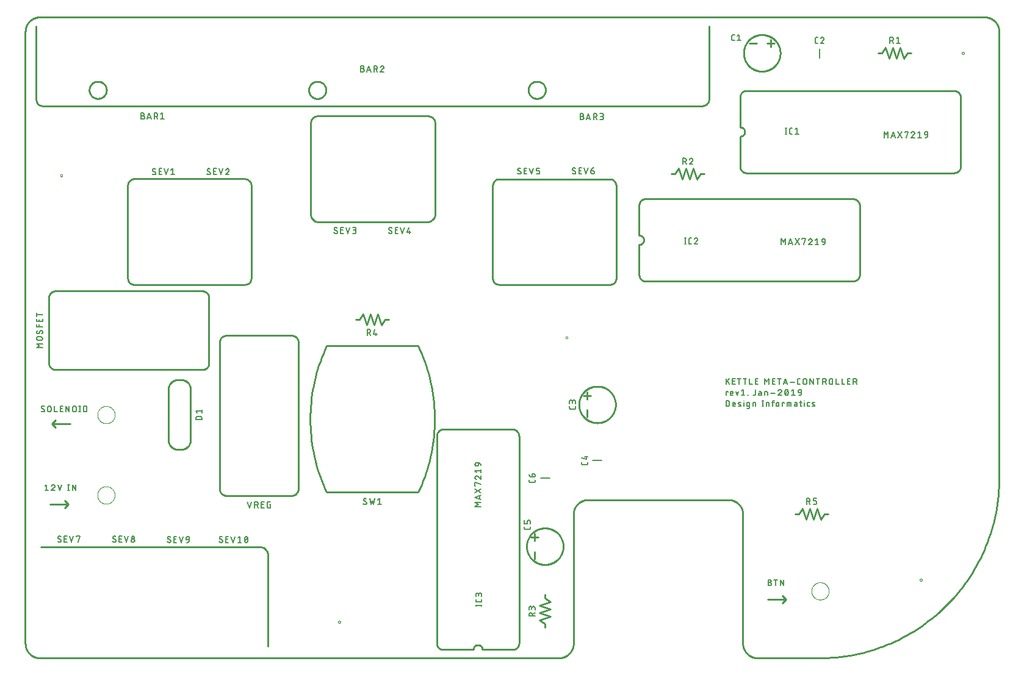
<source format=gto>
G04 EAGLE Gerber RS-274X export*
G75*
%MOMM*%
%FSLAX34Y34*%
%LPD*%
%INSilk top*%
%IPPOS*%
%AMOC8*
5,1,8,0,0,1.08239X$1,22.5*%
G01*
%ADD10C,0.254000*%
%ADD11C,0.000000*%
%ADD12C,0.177800*%
%ADD13C,0.203200*%


D10*
X-459019Y-291189D02*
X-154618Y-291189D01*
X-150726Y-291975D01*
X-147548Y-294118D01*
X-145405Y-297297D01*
X-144619Y-301190D01*
X-144619Y-428390D01*
X-329514Y73219D02*
X-333406Y74005D01*
X-336584Y76149D01*
X-338727Y79328D01*
X-339513Y83220D01*
X-339513Y210420D01*
X-338727Y214312D01*
X-336584Y217491D01*
X-333406Y219635D01*
X-329514Y220421D01*
X-177313Y220421D01*
X-173420Y219635D01*
X-170242Y217491D01*
X-168099Y214312D01*
X-167313Y210420D01*
X-167313Y83220D01*
X-168099Y79328D01*
X-170242Y76149D01*
X-173420Y74005D01*
X-177313Y73219D01*
X-329514Y73219D01*
X-78913Y161466D02*
X-75021Y160680D01*
X-78913Y161466D02*
X-82091Y163609D01*
X-84234Y166788D01*
X-85020Y170681D01*
X-85020Y297880D01*
X-84234Y301773D01*
X-82091Y304952D01*
X-78913Y307096D01*
X-75021Y307882D01*
X77178Y307882D01*
X81071Y307096D01*
X84249Y304952D01*
X86392Y301773D01*
X87178Y297880D01*
X87178Y170681D01*
X86392Y166788D01*
X84249Y163609D01*
X81071Y161466D01*
X77178Y160680D01*
X-75021Y160680D01*
X-456424Y321090D02*
X-460316Y321876D01*
X-463495Y324019D01*
X-465638Y327198D01*
X-466423Y331091D01*
X-466423Y432390D01*
X467379Y432390D02*
X467379Y331091D01*
X466592Y327198D01*
X464449Y324019D01*
X461270Y321876D01*
X457377Y321090D01*
X177128Y72965D02*
X173236Y73751D01*
X170057Y75895D01*
X167914Y79074D01*
X167129Y82966D01*
X167129Y210166D01*
X167914Y214058D01*
X170057Y217237D01*
X173236Y219381D01*
X177128Y220167D01*
X329329Y220167D01*
X333221Y219381D01*
X336399Y217237D01*
X338542Y214058D01*
X339328Y210166D01*
X339328Y82966D01*
X338542Y79074D01*
X336399Y75895D01*
X333221Y73751D01*
X329329Y72965D01*
X177128Y72965D01*
X457200Y321056D02*
X-456184Y321056D01*
D11*
X-46874Y-395000D02*
X-46872Y-394922D01*
X-46866Y-394845D01*
X-46856Y-394767D01*
X-46842Y-394691D01*
X-46825Y-394615D01*
X-46803Y-394540D01*
X-46778Y-394467D01*
X-46749Y-394394D01*
X-46716Y-394324D01*
X-46679Y-394255D01*
X-46640Y-394188D01*
X-46597Y-394123D01*
X-46550Y-394061D01*
X-46501Y-394001D01*
X-46448Y-393943D01*
X-46393Y-393889D01*
X-46335Y-393837D01*
X-46274Y-393788D01*
X-46211Y-393742D01*
X-46145Y-393700D01*
X-46078Y-393661D01*
X-46009Y-393626D01*
X-45938Y-393594D01*
X-45865Y-393566D01*
X-45791Y-393541D01*
X-45716Y-393521D01*
X-45640Y-393504D01*
X-45563Y-393491D01*
X-45486Y-393482D01*
X-45408Y-393477D01*
X-45331Y-393476D01*
X-45253Y-393479D01*
X-45175Y-393486D01*
X-45098Y-393497D01*
X-45022Y-393512D01*
X-44946Y-393530D01*
X-44872Y-393553D01*
X-44798Y-393579D01*
X-44727Y-393609D01*
X-44656Y-393643D01*
X-44588Y-393680D01*
X-44522Y-393721D01*
X-44457Y-393765D01*
X-44395Y-393812D01*
X-44336Y-393862D01*
X-44279Y-393916D01*
X-44225Y-393972D01*
X-44174Y-394030D01*
X-44126Y-394092D01*
X-44081Y-394155D01*
X-44040Y-394221D01*
X-44002Y-394289D01*
X-43967Y-394359D01*
X-43936Y-394430D01*
X-43909Y-394503D01*
X-43886Y-394577D01*
X-43866Y-394653D01*
X-43850Y-394729D01*
X-43838Y-394806D01*
X-43830Y-394883D01*
X-43826Y-394961D01*
X-43826Y-395039D01*
X-43830Y-395117D01*
X-43838Y-395194D01*
X-43850Y-395271D01*
X-43866Y-395347D01*
X-43886Y-395423D01*
X-43909Y-395497D01*
X-43936Y-395570D01*
X-43967Y-395641D01*
X-44002Y-395711D01*
X-44040Y-395779D01*
X-44081Y-395845D01*
X-44126Y-395908D01*
X-44174Y-395970D01*
X-44225Y-396028D01*
X-44279Y-396084D01*
X-44336Y-396138D01*
X-44395Y-396188D01*
X-44457Y-396235D01*
X-44522Y-396279D01*
X-44588Y-396320D01*
X-44656Y-396357D01*
X-44727Y-396391D01*
X-44798Y-396421D01*
X-44872Y-396447D01*
X-44946Y-396470D01*
X-45022Y-396488D01*
X-45098Y-396503D01*
X-45175Y-396514D01*
X-45253Y-396521D01*
X-45331Y-396524D01*
X-45408Y-396523D01*
X-45486Y-396518D01*
X-45563Y-396509D01*
X-45640Y-396496D01*
X-45716Y-396479D01*
X-45791Y-396459D01*
X-45865Y-396434D01*
X-45938Y-396406D01*
X-46009Y-396374D01*
X-46078Y-396339D01*
X-46145Y-396300D01*
X-46211Y-396258D01*
X-46274Y-396212D01*
X-46335Y-396163D01*
X-46393Y-396111D01*
X-46448Y-396057D01*
X-46501Y-395999D01*
X-46550Y-395939D01*
X-46597Y-395877D01*
X-46640Y-395812D01*
X-46679Y-395745D01*
X-46716Y-395676D01*
X-46749Y-395606D01*
X-46778Y-395533D01*
X-46803Y-395460D01*
X-46825Y-395385D01*
X-46842Y-395309D01*
X-46856Y-395233D01*
X-46866Y-395155D01*
X-46872Y-395078D01*
X-46874Y-395000D01*
X759896Y-336420D02*
X759898Y-336342D01*
X759904Y-336265D01*
X759914Y-336187D01*
X759928Y-336111D01*
X759945Y-336035D01*
X759967Y-335960D01*
X759992Y-335887D01*
X760021Y-335814D01*
X760054Y-335744D01*
X760091Y-335675D01*
X760130Y-335608D01*
X760173Y-335543D01*
X760220Y-335481D01*
X760269Y-335421D01*
X760322Y-335363D01*
X760377Y-335309D01*
X760435Y-335257D01*
X760496Y-335208D01*
X760559Y-335162D01*
X760625Y-335120D01*
X760692Y-335081D01*
X760761Y-335046D01*
X760832Y-335014D01*
X760905Y-334986D01*
X760979Y-334961D01*
X761054Y-334941D01*
X761130Y-334924D01*
X761207Y-334911D01*
X761284Y-334902D01*
X761362Y-334897D01*
X761439Y-334896D01*
X761517Y-334899D01*
X761595Y-334906D01*
X761672Y-334917D01*
X761748Y-334932D01*
X761824Y-334950D01*
X761898Y-334973D01*
X761972Y-334999D01*
X762043Y-335029D01*
X762114Y-335063D01*
X762182Y-335100D01*
X762248Y-335141D01*
X762313Y-335185D01*
X762375Y-335232D01*
X762434Y-335282D01*
X762491Y-335336D01*
X762545Y-335392D01*
X762596Y-335450D01*
X762644Y-335512D01*
X762689Y-335575D01*
X762730Y-335641D01*
X762768Y-335709D01*
X762803Y-335779D01*
X762834Y-335850D01*
X762861Y-335923D01*
X762884Y-335997D01*
X762904Y-336073D01*
X762920Y-336149D01*
X762932Y-336226D01*
X762940Y-336303D01*
X762944Y-336381D01*
X762944Y-336459D01*
X762940Y-336537D01*
X762932Y-336614D01*
X762920Y-336691D01*
X762904Y-336767D01*
X762884Y-336843D01*
X762861Y-336917D01*
X762834Y-336990D01*
X762803Y-337061D01*
X762768Y-337131D01*
X762730Y-337199D01*
X762689Y-337265D01*
X762644Y-337328D01*
X762596Y-337390D01*
X762545Y-337448D01*
X762491Y-337504D01*
X762434Y-337558D01*
X762375Y-337608D01*
X762313Y-337655D01*
X762248Y-337699D01*
X762182Y-337740D01*
X762114Y-337777D01*
X762043Y-337811D01*
X761972Y-337841D01*
X761898Y-337867D01*
X761824Y-337890D01*
X761748Y-337908D01*
X761672Y-337923D01*
X761595Y-337934D01*
X761517Y-337941D01*
X761439Y-337944D01*
X761362Y-337943D01*
X761284Y-337938D01*
X761207Y-337929D01*
X761130Y-337916D01*
X761054Y-337899D01*
X760979Y-337879D01*
X760905Y-337854D01*
X760832Y-337826D01*
X760761Y-337794D01*
X760692Y-337759D01*
X760625Y-337720D01*
X760559Y-337678D01*
X760496Y-337632D01*
X760435Y-337583D01*
X760377Y-337531D01*
X760322Y-337477D01*
X760269Y-337419D01*
X760220Y-337359D01*
X760173Y-337297D01*
X760130Y-337232D01*
X760091Y-337165D01*
X760054Y-337096D01*
X760021Y-337026D01*
X759992Y-336953D01*
X759967Y-336880D01*
X759945Y-336805D01*
X759928Y-336729D01*
X759914Y-336653D01*
X759904Y-336575D01*
X759898Y-336498D01*
X759896Y-336420D01*
X268476Y0D02*
X268478Y78D01*
X268484Y155D01*
X268494Y233D01*
X268508Y309D01*
X268525Y385D01*
X268547Y460D01*
X268572Y533D01*
X268601Y606D01*
X268634Y676D01*
X268671Y745D01*
X268710Y812D01*
X268753Y877D01*
X268800Y939D01*
X268849Y999D01*
X268902Y1057D01*
X268957Y1111D01*
X269015Y1163D01*
X269076Y1212D01*
X269139Y1258D01*
X269205Y1300D01*
X269272Y1339D01*
X269341Y1374D01*
X269412Y1406D01*
X269485Y1434D01*
X269559Y1459D01*
X269634Y1479D01*
X269710Y1496D01*
X269787Y1509D01*
X269864Y1518D01*
X269942Y1523D01*
X270019Y1524D01*
X270097Y1521D01*
X270175Y1514D01*
X270252Y1503D01*
X270328Y1488D01*
X270404Y1470D01*
X270478Y1447D01*
X270552Y1421D01*
X270623Y1391D01*
X270694Y1357D01*
X270762Y1320D01*
X270828Y1279D01*
X270893Y1235D01*
X270955Y1188D01*
X271014Y1138D01*
X271071Y1084D01*
X271125Y1028D01*
X271176Y970D01*
X271224Y908D01*
X271269Y845D01*
X271310Y779D01*
X271348Y711D01*
X271383Y641D01*
X271414Y570D01*
X271441Y497D01*
X271464Y423D01*
X271484Y347D01*
X271500Y271D01*
X271512Y194D01*
X271520Y117D01*
X271524Y39D01*
X271524Y-39D01*
X271520Y-117D01*
X271512Y-194D01*
X271500Y-271D01*
X271484Y-347D01*
X271464Y-423D01*
X271441Y-497D01*
X271414Y-570D01*
X271383Y-641D01*
X271348Y-711D01*
X271310Y-779D01*
X271269Y-845D01*
X271224Y-908D01*
X271176Y-970D01*
X271125Y-1028D01*
X271071Y-1084D01*
X271014Y-1138D01*
X270955Y-1188D01*
X270893Y-1235D01*
X270828Y-1279D01*
X270762Y-1320D01*
X270694Y-1357D01*
X270623Y-1391D01*
X270552Y-1421D01*
X270478Y-1447D01*
X270404Y-1470D01*
X270328Y-1488D01*
X270252Y-1503D01*
X270175Y-1514D01*
X270097Y-1521D01*
X270019Y-1524D01*
X269942Y-1523D01*
X269864Y-1518D01*
X269787Y-1509D01*
X269710Y-1496D01*
X269634Y-1479D01*
X269559Y-1459D01*
X269485Y-1434D01*
X269412Y-1406D01*
X269341Y-1374D01*
X269272Y-1339D01*
X269205Y-1300D01*
X269139Y-1258D01*
X269076Y-1212D01*
X269015Y-1163D01*
X268957Y-1111D01*
X268902Y-1057D01*
X268849Y-999D01*
X268800Y-939D01*
X268753Y-877D01*
X268710Y-812D01*
X268671Y-745D01*
X268634Y-676D01*
X268601Y-606D01*
X268572Y-533D01*
X268547Y-460D01*
X268525Y-385D01*
X268508Y-309D01*
X268494Y-233D01*
X268484Y-155D01*
X268478Y-78D01*
X268476Y0D01*
X-432544Y225000D02*
X-432542Y225078D01*
X-432536Y225155D01*
X-432526Y225233D01*
X-432512Y225309D01*
X-432495Y225385D01*
X-432473Y225460D01*
X-432448Y225533D01*
X-432419Y225606D01*
X-432386Y225676D01*
X-432349Y225745D01*
X-432310Y225812D01*
X-432267Y225877D01*
X-432220Y225939D01*
X-432171Y225999D01*
X-432118Y226057D01*
X-432063Y226111D01*
X-432005Y226163D01*
X-431944Y226212D01*
X-431881Y226258D01*
X-431815Y226300D01*
X-431748Y226339D01*
X-431679Y226374D01*
X-431608Y226406D01*
X-431535Y226434D01*
X-431461Y226459D01*
X-431386Y226479D01*
X-431310Y226496D01*
X-431233Y226509D01*
X-431156Y226518D01*
X-431078Y226523D01*
X-431001Y226524D01*
X-430923Y226521D01*
X-430845Y226514D01*
X-430768Y226503D01*
X-430692Y226488D01*
X-430616Y226470D01*
X-430542Y226447D01*
X-430468Y226421D01*
X-430397Y226391D01*
X-430326Y226357D01*
X-430258Y226320D01*
X-430192Y226279D01*
X-430127Y226235D01*
X-430065Y226188D01*
X-430006Y226138D01*
X-429949Y226084D01*
X-429895Y226028D01*
X-429844Y225970D01*
X-429796Y225908D01*
X-429751Y225845D01*
X-429710Y225779D01*
X-429672Y225711D01*
X-429637Y225641D01*
X-429606Y225570D01*
X-429579Y225497D01*
X-429556Y225423D01*
X-429536Y225347D01*
X-429520Y225271D01*
X-429508Y225194D01*
X-429500Y225117D01*
X-429496Y225039D01*
X-429496Y224961D01*
X-429500Y224883D01*
X-429508Y224806D01*
X-429520Y224729D01*
X-429536Y224653D01*
X-429556Y224577D01*
X-429579Y224503D01*
X-429606Y224430D01*
X-429637Y224359D01*
X-429672Y224289D01*
X-429710Y224221D01*
X-429751Y224155D01*
X-429796Y224092D01*
X-429844Y224030D01*
X-429895Y223972D01*
X-429949Y223916D01*
X-430006Y223862D01*
X-430065Y223812D01*
X-430127Y223765D01*
X-430192Y223721D01*
X-430258Y223680D01*
X-430326Y223643D01*
X-430397Y223609D01*
X-430468Y223579D01*
X-430542Y223553D01*
X-430616Y223530D01*
X-430692Y223512D01*
X-430768Y223497D01*
X-430845Y223486D01*
X-430923Y223479D01*
X-431001Y223476D01*
X-431078Y223477D01*
X-431156Y223482D01*
X-431233Y223491D01*
X-431310Y223504D01*
X-431386Y223521D01*
X-431461Y223541D01*
X-431535Y223566D01*
X-431608Y223594D01*
X-431679Y223626D01*
X-431748Y223661D01*
X-431815Y223700D01*
X-431881Y223742D01*
X-431944Y223788D01*
X-432005Y223837D01*
X-432063Y223889D01*
X-432118Y223943D01*
X-432171Y224001D01*
X-432220Y224061D01*
X-432267Y224123D01*
X-432310Y224188D01*
X-432349Y224255D01*
X-432386Y224324D01*
X-432419Y224394D01*
X-432448Y224467D01*
X-432473Y224540D01*
X-432495Y224615D01*
X-432512Y224691D01*
X-432526Y224767D01*
X-432536Y224845D01*
X-432542Y224922D01*
X-432544Y225000D01*
X818476Y395000D02*
X818478Y395078D01*
X818484Y395155D01*
X818494Y395233D01*
X818508Y395309D01*
X818525Y395385D01*
X818547Y395460D01*
X818572Y395533D01*
X818601Y395606D01*
X818634Y395676D01*
X818671Y395745D01*
X818710Y395812D01*
X818753Y395877D01*
X818800Y395939D01*
X818849Y395999D01*
X818902Y396057D01*
X818957Y396111D01*
X819015Y396163D01*
X819076Y396212D01*
X819139Y396258D01*
X819205Y396300D01*
X819272Y396339D01*
X819341Y396374D01*
X819412Y396406D01*
X819485Y396434D01*
X819559Y396459D01*
X819634Y396479D01*
X819710Y396496D01*
X819787Y396509D01*
X819864Y396518D01*
X819942Y396523D01*
X820019Y396524D01*
X820097Y396521D01*
X820175Y396514D01*
X820252Y396503D01*
X820328Y396488D01*
X820404Y396470D01*
X820478Y396447D01*
X820552Y396421D01*
X820623Y396391D01*
X820694Y396357D01*
X820762Y396320D01*
X820828Y396279D01*
X820893Y396235D01*
X820955Y396188D01*
X821014Y396138D01*
X821071Y396084D01*
X821125Y396028D01*
X821176Y395970D01*
X821224Y395908D01*
X821269Y395845D01*
X821310Y395779D01*
X821348Y395711D01*
X821383Y395641D01*
X821414Y395570D01*
X821441Y395497D01*
X821464Y395423D01*
X821484Y395347D01*
X821500Y395271D01*
X821512Y395194D01*
X821520Y395117D01*
X821524Y395039D01*
X821524Y394961D01*
X821520Y394883D01*
X821512Y394806D01*
X821500Y394729D01*
X821484Y394653D01*
X821464Y394577D01*
X821441Y394503D01*
X821414Y394430D01*
X821383Y394359D01*
X821348Y394289D01*
X821310Y394221D01*
X821269Y394155D01*
X821224Y394092D01*
X821176Y394030D01*
X821125Y393972D01*
X821071Y393916D01*
X821014Y393862D01*
X820955Y393812D01*
X820893Y393765D01*
X820828Y393721D01*
X820762Y393680D01*
X820694Y393643D01*
X820623Y393609D01*
X820552Y393579D01*
X820478Y393553D01*
X820404Y393530D01*
X820328Y393512D01*
X820252Y393497D01*
X820175Y393486D01*
X820097Y393479D01*
X820019Y393476D01*
X819942Y393477D01*
X819864Y393482D01*
X819787Y393491D01*
X819710Y393504D01*
X819634Y393521D01*
X819559Y393541D01*
X819485Y393566D01*
X819412Y393594D01*
X819341Y393626D01*
X819272Y393661D01*
X819205Y393700D01*
X819139Y393742D01*
X819076Y393788D01*
X819015Y393837D01*
X818957Y393889D01*
X818902Y393943D01*
X818849Y394001D01*
X818800Y394061D01*
X818753Y394123D01*
X818710Y394188D01*
X818671Y394255D01*
X818634Y394324D01*
X818601Y394394D01*
X818572Y394467D01*
X818547Y394540D01*
X818525Y394615D01*
X818508Y394691D01*
X818494Y394767D01*
X818484Y394845D01*
X818478Y394922D01*
X818476Y395000D01*
D10*
X-481020Y424680D02*
X-481020Y-424680D01*
X-481014Y-425171D01*
X-480996Y-425662D01*
X-480967Y-426152D01*
X-480925Y-426641D01*
X-480872Y-427129D01*
X-480807Y-427616D01*
X-480730Y-428101D01*
X-480641Y-428584D01*
X-480541Y-429065D01*
X-480430Y-429543D01*
X-480306Y-430018D01*
X-480172Y-430490D01*
X-480025Y-430959D01*
X-479868Y-431424D01*
X-479700Y-431886D01*
X-479520Y-432343D01*
X-479329Y-432795D01*
X-479128Y-433243D01*
X-478915Y-433686D01*
X-478692Y-434123D01*
X-478459Y-434555D01*
X-478215Y-434981D01*
X-477961Y-435402D01*
X-477697Y-435816D01*
X-477423Y-436223D01*
X-477139Y-436624D01*
X-476846Y-437018D01*
X-476543Y-437404D01*
X-476231Y-437783D01*
X-475910Y-438155D01*
X-475580Y-438518D01*
X-475241Y-438874D01*
X-474894Y-439221D01*
X-474538Y-439560D01*
X-474175Y-439890D01*
X-473803Y-440211D01*
X-473424Y-440523D01*
X-473038Y-440826D01*
X-472644Y-441119D01*
X-472243Y-441403D01*
X-471836Y-441677D01*
X-471422Y-441941D01*
X-471001Y-442195D01*
X-470575Y-442439D01*
X-470143Y-442672D01*
X-469706Y-442895D01*
X-469263Y-443108D01*
X-468815Y-443309D01*
X-468363Y-443500D01*
X-467906Y-443680D01*
X-467444Y-443848D01*
X-466979Y-444005D01*
X-466510Y-444152D01*
X-466038Y-444286D01*
X-465563Y-444410D01*
X-465085Y-444521D01*
X-464604Y-444621D01*
X-464121Y-444710D01*
X-463636Y-444787D01*
X-463149Y-444852D01*
X-462661Y-444905D01*
X-462172Y-444947D01*
X-461682Y-444976D01*
X-461191Y-444994D01*
X-460700Y-445000D01*
X259180Y-445000D01*
X259671Y-444994D01*
X260162Y-444976D01*
X260652Y-444947D01*
X261141Y-444905D01*
X261629Y-444852D01*
X262116Y-444787D01*
X262601Y-444710D01*
X263084Y-444621D01*
X263565Y-444521D01*
X264043Y-444410D01*
X264518Y-444286D01*
X264990Y-444152D01*
X265459Y-444005D01*
X265924Y-443848D01*
X266386Y-443680D01*
X266843Y-443500D01*
X267295Y-443309D01*
X267743Y-443108D01*
X268186Y-442895D01*
X268623Y-442672D01*
X269055Y-442439D01*
X269481Y-442195D01*
X269902Y-441941D01*
X270316Y-441677D01*
X270723Y-441403D01*
X271124Y-441119D01*
X271518Y-440826D01*
X271904Y-440523D01*
X272283Y-440211D01*
X272655Y-439890D01*
X273018Y-439560D01*
X273374Y-439221D01*
X273721Y-438874D01*
X274060Y-438518D01*
X274390Y-438155D01*
X274711Y-437783D01*
X275023Y-437404D01*
X275326Y-437018D01*
X275619Y-436624D01*
X275903Y-436223D01*
X276177Y-435816D01*
X276441Y-435402D01*
X276695Y-434981D01*
X276939Y-434555D01*
X277172Y-434123D01*
X277395Y-433686D01*
X277608Y-433243D01*
X277809Y-432795D01*
X278000Y-432343D01*
X278180Y-431886D01*
X278348Y-431424D01*
X278505Y-430959D01*
X278652Y-430490D01*
X278786Y-430018D01*
X278910Y-429543D01*
X279021Y-429065D01*
X279121Y-428584D01*
X279210Y-428101D01*
X279287Y-427616D01*
X279352Y-427129D01*
X279405Y-426641D01*
X279447Y-426152D01*
X279476Y-425662D01*
X279494Y-425171D01*
X279500Y-424680D01*
X279500Y-245534D01*
X279506Y-245043D01*
X279524Y-244552D01*
X279553Y-244062D01*
X279595Y-243573D01*
X279648Y-243085D01*
X279713Y-242598D01*
X279790Y-242113D01*
X279879Y-241630D01*
X279979Y-241149D01*
X280090Y-240671D01*
X280214Y-240196D01*
X280348Y-239724D01*
X280495Y-239255D01*
X280652Y-238790D01*
X280820Y-238328D01*
X281000Y-237871D01*
X281191Y-237419D01*
X281392Y-236971D01*
X281605Y-236528D01*
X281828Y-236091D01*
X282061Y-235659D01*
X282305Y-235233D01*
X282559Y-234812D01*
X282823Y-234398D01*
X283097Y-233991D01*
X283381Y-233590D01*
X283674Y-233196D01*
X283977Y-232810D01*
X284289Y-232431D01*
X284610Y-232059D01*
X284940Y-231696D01*
X285279Y-231340D01*
X285626Y-230993D01*
X285982Y-230654D01*
X286345Y-230324D01*
X286717Y-230003D01*
X287096Y-229691D01*
X287482Y-229388D01*
X287876Y-229095D01*
X288277Y-228811D01*
X288684Y-228537D01*
X289098Y-228273D01*
X289519Y-228019D01*
X289945Y-227775D01*
X290377Y-227542D01*
X290814Y-227319D01*
X291257Y-227106D01*
X291705Y-226905D01*
X292157Y-226714D01*
X292614Y-226534D01*
X293076Y-226366D01*
X293541Y-226209D01*
X294010Y-226062D01*
X294482Y-225928D01*
X294957Y-225804D01*
X295435Y-225693D01*
X295916Y-225593D01*
X296399Y-225504D01*
X296884Y-225427D01*
X297371Y-225362D01*
X297859Y-225309D01*
X298348Y-225267D01*
X298838Y-225238D01*
X299329Y-225220D01*
X299820Y-225214D01*
X494180Y-225214D01*
X494671Y-225220D01*
X495162Y-225238D01*
X495652Y-225267D01*
X496141Y-225309D01*
X496629Y-225362D01*
X497116Y-225427D01*
X497601Y-225504D01*
X498084Y-225593D01*
X498565Y-225693D01*
X499043Y-225804D01*
X499518Y-225928D01*
X499990Y-226062D01*
X500459Y-226209D01*
X500924Y-226366D01*
X501386Y-226534D01*
X501843Y-226714D01*
X502295Y-226905D01*
X502743Y-227106D01*
X503186Y-227319D01*
X503623Y-227542D01*
X504055Y-227775D01*
X504481Y-228019D01*
X504902Y-228273D01*
X505316Y-228537D01*
X505723Y-228811D01*
X506124Y-229095D01*
X506518Y-229388D01*
X506904Y-229691D01*
X507283Y-230003D01*
X507655Y-230324D01*
X508018Y-230654D01*
X508374Y-230993D01*
X508721Y-231340D01*
X509060Y-231696D01*
X509390Y-232059D01*
X509711Y-232431D01*
X510023Y-232810D01*
X510326Y-233196D01*
X510619Y-233590D01*
X510903Y-233991D01*
X511177Y-234398D01*
X511441Y-234812D01*
X511695Y-235233D01*
X511939Y-235659D01*
X512172Y-236091D01*
X512395Y-236528D01*
X512608Y-236971D01*
X512809Y-237419D01*
X513000Y-237871D01*
X513180Y-238328D01*
X513348Y-238790D01*
X513505Y-239255D01*
X513652Y-239724D01*
X513786Y-240196D01*
X513910Y-240671D01*
X514021Y-241149D01*
X514121Y-241630D01*
X514210Y-242113D01*
X514287Y-242598D01*
X514352Y-243085D01*
X514405Y-243573D01*
X514447Y-244062D01*
X514476Y-244552D01*
X514494Y-245043D01*
X514500Y-245534D01*
X514500Y-424680D01*
X514506Y-425171D01*
X514524Y-425662D01*
X514553Y-426152D01*
X514595Y-426641D01*
X514648Y-427129D01*
X514713Y-427616D01*
X514790Y-428101D01*
X514879Y-428584D01*
X514979Y-429065D01*
X515090Y-429543D01*
X515214Y-430018D01*
X515348Y-430490D01*
X515495Y-430959D01*
X515652Y-431424D01*
X515820Y-431886D01*
X516000Y-432343D01*
X516191Y-432795D01*
X516392Y-433243D01*
X516605Y-433686D01*
X516828Y-434123D01*
X517061Y-434555D01*
X517305Y-434981D01*
X517559Y-435402D01*
X517823Y-435816D01*
X518097Y-436223D01*
X518381Y-436624D01*
X518674Y-437018D01*
X518977Y-437404D01*
X519289Y-437783D01*
X519610Y-438155D01*
X519940Y-438518D01*
X520279Y-438874D01*
X520626Y-439221D01*
X520982Y-439560D01*
X521345Y-439890D01*
X521717Y-440211D01*
X522096Y-440523D01*
X522482Y-440826D01*
X522876Y-441119D01*
X523277Y-441403D01*
X523684Y-441677D01*
X524098Y-441941D01*
X524519Y-442195D01*
X524945Y-442439D01*
X525377Y-442672D01*
X525814Y-442895D01*
X526257Y-443108D01*
X526705Y-443309D01*
X527157Y-443500D01*
X527614Y-443680D01*
X528076Y-443848D01*
X528541Y-444005D01*
X529010Y-444152D01*
X529482Y-444286D01*
X529957Y-444410D01*
X530435Y-444521D01*
X530916Y-444621D01*
X531399Y-444710D01*
X531884Y-444787D01*
X532371Y-444852D01*
X532859Y-444905D01*
X533348Y-444947D01*
X533838Y-444976D01*
X534329Y-444994D01*
X534820Y-445000D01*
X620000Y-445000D01*
X626041Y-444927D01*
X632078Y-444708D01*
X638109Y-444343D01*
X644128Y-443833D01*
X650134Y-443177D01*
X656122Y-442377D01*
X662089Y-441432D01*
X668032Y-440343D01*
X673946Y-439110D01*
X679829Y-437735D01*
X685677Y-436219D01*
X691486Y-434561D01*
X697254Y-432764D01*
X702977Y-430828D01*
X708651Y-428754D01*
X714274Y-426544D01*
X719841Y-424198D01*
X725350Y-421719D01*
X730798Y-419107D01*
X736181Y-416364D01*
X741496Y-413492D01*
X746740Y-410492D01*
X751910Y-407367D01*
X757003Y-404118D01*
X762016Y-400746D01*
X766946Y-397254D01*
X771791Y-393644D01*
X776546Y-389919D01*
X781211Y-386079D01*
X785781Y-382128D01*
X790254Y-378067D01*
X794628Y-373900D01*
X798900Y-369628D01*
X803067Y-365254D01*
X807128Y-360781D01*
X811079Y-356211D01*
X814919Y-351546D01*
X818644Y-346791D01*
X822254Y-341946D01*
X825746Y-337016D01*
X829118Y-332003D01*
X832367Y-326910D01*
X835492Y-321740D01*
X838492Y-316496D01*
X841364Y-311181D01*
X844107Y-305798D01*
X846719Y-300350D01*
X849198Y-294841D01*
X851544Y-289274D01*
X853754Y-283651D01*
X855828Y-277977D01*
X857764Y-272254D01*
X859561Y-266486D01*
X861219Y-260677D01*
X862735Y-254829D01*
X864110Y-248946D01*
X865343Y-243032D01*
X866432Y-237089D01*
X867377Y-231122D01*
X868177Y-225134D01*
X868833Y-219128D01*
X869343Y-213109D01*
X869708Y-207078D01*
X869927Y-201041D01*
X870000Y-195000D01*
X870000Y424680D01*
X869994Y425171D01*
X869976Y425662D01*
X869947Y426152D01*
X869905Y426641D01*
X869852Y427129D01*
X869787Y427616D01*
X869710Y428101D01*
X869621Y428584D01*
X869521Y429065D01*
X869410Y429543D01*
X869286Y430018D01*
X869152Y430490D01*
X869005Y430959D01*
X868848Y431424D01*
X868680Y431886D01*
X868500Y432343D01*
X868309Y432795D01*
X868108Y433243D01*
X867895Y433686D01*
X867672Y434123D01*
X867439Y434555D01*
X867195Y434981D01*
X866941Y435402D01*
X866677Y435816D01*
X866403Y436223D01*
X866119Y436624D01*
X865826Y437018D01*
X865523Y437404D01*
X865211Y437783D01*
X864890Y438155D01*
X864560Y438518D01*
X864221Y438874D01*
X863874Y439221D01*
X863518Y439560D01*
X863155Y439890D01*
X862783Y440211D01*
X862404Y440523D01*
X862018Y440826D01*
X861624Y441119D01*
X861223Y441403D01*
X860816Y441677D01*
X860402Y441941D01*
X859981Y442195D01*
X859555Y442439D01*
X859123Y442672D01*
X858686Y442895D01*
X858243Y443108D01*
X857795Y443309D01*
X857343Y443500D01*
X856886Y443680D01*
X856424Y443848D01*
X855959Y444005D01*
X855490Y444152D01*
X855018Y444286D01*
X854543Y444410D01*
X854065Y444521D01*
X853584Y444621D01*
X853101Y444710D01*
X852616Y444787D01*
X852129Y444852D01*
X851641Y444905D01*
X851152Y444947D01*
X850662Y444976D01*
X850171Y444994D01*
X849680Y445000D01*
X-460700Y445000D01*
X-461191Y444994D01*
X-461682Y444976D01*
X-462172Y444947D01*
X-462661Y444905D01*
X-463149Y444852D01*
X-463636Y444787D01*
X-464121Y444710D01*
X-464604Y444621D01*
X-465085Y444521D01*
X-465563Y444410D01*
X-466038Y444286D01*
X-466510Y444152D01*
X-466979Y444005D01*
X-467444Y443848D01*
X-467906Y443680D01*
X-468363Y443500D01*
X-468815Y443309D01*
X-469263Y443108D01*
X-469706Y442895D01*
X-470143Y442672D01*
X-470575Y442439D01*
X-471001Y442195D01*
X-471422Y441941D01*
X-471836Y441677D01*
X-472243Y441403D01*
X-472644Y441119D01*
X-473038Y440826D01*
X-473424Y440523D01*
X-473803Y440211D01*
X-474175Y439890D01*
X-474538Y439560D01*
X-474894Y439221D01*
X-475241Y438874D01*
X-475580Y438518D01*
X-475910Y438155D01*
X-476231Y437783D01*
X-476543Y437404D01*
X-476846Y437018D01*
X-477139Y436624D01*
X-477423Y436223D01*
X-477697Y435816D01*
X-477961Y435402D01*
X-478215Y434981D01*
X-478459Y434555D01*
X-478692Y434123D01*
X-478915Y433686D01*
X-479128Y433243D01*
X-479329Y432795D01*
X-479520Y432343D01*
X-479700Y431886D01*
X-479868Y431424D01*
X-480025Y430959D01*
X-480172Y430490D01*
X-480306Y430018D01*
X-480430Y429543D01*
X-480541Y429065D01*
X-480641Y428584D01*
X-480730Y428101D01*
X-480807Y427616D01*
X-480872Y427129D01*
X-480925Y426641D01*
X-480967Y426152D01*
X-480996Y425662D01*
X-481014Y425171D01*
X-481020Y424680D01*
D12*
X-451443Y-204089D02*
X-453771Y-205952D01*
X-451443Y-204089D02*
X-451443Y-212471D01*
X-453771Y-212471D02*
X-449114Y-212471D01*
X-442066Y-204089D02*
X-441977Y-204091D01*
X-441888Y-204097D01*
X-441800Y-204106D01*
X-441712Y-204119D01*
X-441624Y-204136D01*
X-441538Y-204157D01*
X-441452Y-204181D01*
X-441368Y-204209D01*
X-441284Y-204240D01*
X-441203Y-204275D01*
X-441122Y-204313D01*
X-441044Y-204355D01*
X-440967Y-204400D01*
X-440892Y-204448D01*
X-440820Y-204500D01*
X-440749Y-204554D01*
X-440681Y-204612D01*
X-440616Y-204672D01*
X-440553Y-204735D01*
X-440493Y-204800D01*
X-440435Y-204868D01*
X-440381Y-204939D01*
X-440329Y-205011D01*
X-440281Y-205086D01*
X-440236Y-205163D01*
X-440194Y-205241D01*
X-440156Y-205322D01*
X-440121Y-205403D01*
X-440090Y-205487D01*
X-440062Y-205571D01*
X-440038Y-205657D01*
X-440017Y-205743D01*
X-440000Y-205831D01*
X-439987Y-205919D01*
X-439978Y-206007D01*
X-439972Y-206096D01*
X-439970Y-206185D01*
X-442066Y-204089D02*
X-442169Y-204091D01*
X-442271Y-204097D01*
X-442373Y-204107D01*
X-442475Y-204120D01*
X-442576Y-204138D01*
X-442676Y-204159D01*
X-442776Y-204184D01*
X-442874Y-204213D01*
X-442971Y-204246D01*
X-443067Y-204282D01*
X-443162Y-204322D01*
X-443255Y-204366D01*
X-443346Y-204413D01*
X-443435Y-204463D01*
X-443522Y-204517D01*
X-443608Y-204574D01*
X-443691Y-204634D01*
X-443771Y-204698D01*
X-443849Y-204764D01*
X-443925Y-204834D01*
X-443998Y-204906D01*
X-444068Y-204981D01*
X-444135Y-205059D01*
X-444199Y-205139D01*
X-444260Y-205221D01*
X-444318Y-205306D01*
X-444372Y-205393D01*
X-444424Y-205482D01*
X-444471Y-205572D01*
X-444516Y-205665D01*
X-444556Y-205759D01*
X-444594Y-205855D01*
X-444627Y-205952D01*
X-440669Y-207815D02*
X-440604Y-207751D01*
X-440542Y-207684D01*
X-440483Y-207615D01*
X-440426Y-207543D01*
X-440373Y-207470D01*
X-440322Y-207394D01*
X-440275Y-207316D01*
X-440231Y-207236D01*
X-440190Y-207155D01*
X-440152Y-207072D01*
X-440118Y-206987D01*
X-440087Y-206901D01*
X-440060Y-206814D01*
X-440036Y-206726D01*
X-440016Y-206638D01*
X-439999Y-206548D01*
X-439987Y-206458D01*
X-439977Y-206367D01*
X-439972Y-206276D01*
X-439970Y-206185D01*
X-440669Y-207814D02*
X-444627Y-212471D01*
X-439970Y-212471D01*
X-433155Y-212471D02*
X-435949Y-204089D01*
X-430361Y-204089D02*
X-433155Y-212471D01*
X-420963Y-212471D02*
X-420963Y-204089D01*
X-421894Y-212471D02*
X-420032Y-212471D01*
X-420032Y-204089D02*
X-421894Y-204089D01*
X-415671Y-204089D02*
X-415671Y-212471D01*
X-411015Y-212471D02*
X-415671Y-204089D01*
X-411015Y-204089D02*
X-411015Y-212471D01*
X-456057Y-103251D02*
X-455973Y-103249D01*
X-455890Y-103244D01*
X-455807Y-103234D01*
X-455724Y-103221D01*
X-455642Y-103204D01*
X-455561Y-103184D01*
X-455481Y-103160D01*
X-455402Y-103132D01*
X-455325Y-103101D01*
X-455249Y-103067D01*
X-455174Y-103029D01*
X-455101Y-102987D01*
X-455031Y-102943D01*
X-454962Y-102895D01*
X-454895Y-102845D01*
X-454831Y-102791D01*
X-454770Y-102735D01*
X-454710Y-102675D01*
X-454654Y-102614D01*
X-454600Y-102550D01*
X-454550Y-102483D01*
X-454502Y-102414D01*
X-454458Y-102344D01*
X-454416Y-102271D01*
X-454378Y-102196D01*
X-454344Y-102120D01*
X-454313Y-102043D01*
X-454285Y-101964D01*
X-454261Y-101884D01*
X-454241Y-101803D01*
X-454224Y-101721D01*
X-454211Y-101638D01*
X-454202Y-101555D01*
X-454196Y-101472D01*
X-454194Y-101388D01*
X-456057Y-103251D02*
X-456181Y-103249D01*
X-456305Y-103243D01*
X-456429Y-103233D01*
X-456553Y-103220D01*
X-456676Y-103202D01*
X-456798Y-103181D01*
X-456920Y-103155D01*
X-457041Y-103126D01*
X-457161Y-103093D01*
X-457279Y-103056D01*
X-457397Y-103016D01*
X-457513Y-102972D01*
X-457628Y-102924D01*
X-457741Y-102873D01*
X-457852Y-102818D01*
X-457962Y-102759D01*
X-458070Y-102697D01*
X-458175Y-102632D01*
X-458279Y-102564D01*
X-458381Y-102492D01*
X-458480Y-102417D01*
X-458576Y-102339D01*
X-458671Y-102258D01*
X-458762Y-102174D01*
X-458851Y-102087D01*
X-458619Y-96732D02*
X-458617Y-96648D01*
X-458612Y-96565D01*
X-458602Y-96482D01*
X-458589Y-96399D01*
X-458572Y-96317D01*
X-458552Y-96236D01*
X-458528Y-96156D01*
X-458500Y-96077D01*
X-458469Y-96000D01*
X-458435Y-95924D01*
X-458397Y-95849D01*
X-458355Y-95776D01*
X-458311Y-95706D01*
X-458263Y-95637D01*
X-458213Y-95570D01*
X-458159Y-95506D01*
X-458103Y-95445D01*
X-458043Y-95385D01*
X-457982Y-95329D01*
X-457918Y-95275D01*
X-457851Y-95225D01*
X-457782Y-95177D01*
X-457712Y-95133D01*
X-457639Y-95091D01*
X-457564Y-95053D01*
X-457488Y-95019D01*
X-457411Y-94988D01*
X-457332Y-94960D01*
X-457252Y-94936D01*
X-457171Y-94916D01*
X-457089Y-94899D01*
X-457006Y-94886D01*
X-456923Y-94876D01*
X-456840Y-94871D01*
X-456756Y-94869D01*
X-456644Y-94871D01*
X-456531Y-94876D01*
X-456419Y-94885D01*
X-456308Y-94898D01*
X-456196Y-94914D01*
X-456086Y-94934D01*
X-455976Y-94957D01*
X-455867Y-94984D01*
X-455759Y-95014D01*
X-455651Y-95048D01*
X-455545Y-95085D01*
X-455441Y-95126D01*
X-455337Y-95170D01*
X-455235Y-95217D01*
X-455135Y-95268D01*
X-455036Y-95322D01*
X-454939Y-95379D01*
X-454844Y-95439D01*
X-454751Y-95502D01*
X-454660Y-95568D01*
X-457687Y-98362D02*
X-457759Y-98317D01*
X-457830Y-98269D01*
X-457898Y-98217D01*
X-457964Y-98163D01*
X-458027Y-98106D01*
X-458088Y-98046D01*
X-458146Y-97983D01*
X-458201Y-97917D01*
X-458253Y-97850D01*
X-458301Y-97780D01*
X-458347Y-97708D01*
X-458389Y-97633D01*
X-458428Y-97557D01*
X-458464Y-97480D01*
X-458496Y-97401D01*
X-458524Y-97320D01*
X-458549Y-97238D01*
X-458570Y-97155D01*
X-458587Y-97072D01*
X-458601Y-96987D01*
X-458610Y-96903D01*
X-458616Y-96817D01*
X-458618Y-96732D01*
X-455125Y-99758D02*
X-455053Y-99803D01*
X-454982Y-99851D01*
X-454914Y-99903D01*
X-454848Y-99957D01*
X-454785Y-100014D01*
X-454724Y-100074D01*
X-454666Y-100137D01*
X-454611Y-100203D01*
X-454559Y-100270D01*
X-454511Y-100340D01*
X-454465Y-100412D01*
X-454423Y-100487D01*
X-454384Y-100563D01*
X-454348Y-100640D01*
X-454316Y-100719D01*
X-454288Y-100800D01*
X-454263Y-100882D01*
X-454242Y-100965D01*
X-454225Y-101048D01*
X-454211Y-101133D01*
X-454202Y-101217D01*
X-454196Y-101303D01*
X-454194Y-101388D01*
X-455126Y-99759D02*
X-457687Y-98362D01*
X-450012Y-97197D02*
X-450012Y-100923D01*
X-450012Y-97197D02*
X-450010Y-97102D01*
X-450004Y-97007D01*
X-449995Y-96913D01*
X-449981Y-96819D01*
X-449964Y-96725D01*
X-449943Y-96633D01*
X-449918Y-96541D01*
X-449889Y-96451D01*
X-449857Y-96361D01*
X-449821Y-96273D01*
X-449781Y-96187D01*
X-449739Y-96102D01*
X-449692Y-96019D01*
X-449642Y-95938D01*
X-449589Y-95860D01*
X-449533Y-95783D01*
X-449474Y-95709D01*
X-449412Y-95637D01*
X-449347Y-95568D01*
X-449279Y-95501D01*
X-449209Y-95438D01*
X-449135Y-95377D01*
X-449060Y-95319D01*
X-448982Y-95265D01*
X-448902Y-95213D01*
X-448820Y-95165D01*
X-448737Y-95121D01*
X-448651Y-95079D01*
X-448564Y-95042D01*
X-448475Y-95008D01*
X-448385Y-94977D01*
X-448294Y-94950D01*
X-448202Y-94927D01*
X-448109Y-94908D01*
X-448015Y-94893D01*
X-447921Y-94881D01*
X-447826Y-94873D01*
X-447731Y-94869D01*
X-447637Y-94869D01*
X-447542Y-94873D01*
X-447447Y-94881D01*
X-447353Y-94893D01*
X-447259Y-94908D01*
X-447166Y-94927D01*
X-447074Y-94950D01*
X-446983Y-94977D01*
X-446893Y-95008D01*
X-446804Y-95042D01*
X-446717Y-95079D01*
X-446631Y-95121D01*
X-446548Y-95165D01*
X-446466Y-95213D01*
X-446386Y-95265D01*
X-446308Y-95319D01*
X-446233Y-95377D01*
X-446159Y-95438D01*
X-446089Y-95501D01*
X-446021Y-95568D01*
X-445956Y-95637D01*
X-445894Y-95709D01*
X-445835Y-95783D01*
X-445779Y-95860D01*
X-445726Y-95938D01*
X-445676Y-96019D01*
X-445629Y-96102D01*
X-445587Y-96187D01*
X-445547Y-96273D01*
X-445511Y-96361D01*
X-445479Y-96451D01*
X-445450Y-96541D01*
X-445425Y-96633D01*
X-445404Y-96725D01*
X-445387Y-96819D01*
X-445373Y-96913D01*
X-445364Y-97007D01*
X-445358Y-97102D01*
X-445356Y-97197D01*
X-445355Y-97197D02*
X-445355Y-100923D01*
X-445356Y-100923D02*
X-445358Y-101018D01*
X-445364Y-101113D01*
X-445373Y-101207D01*
X-445387Y-101301D01*
X-445404Y-101395D01*
X-445425Y-101487D01*
X-445450Y-101579D01*
X-445479Y-101669D01*
X-445511Y-101759D01*
X-445547Y-101847D01*
X-445587Y-101933D01*
X-445629Y-102018D01*
X-445676Y-102101D01*
X-445726Y-102182D01*
X-445779Y-102260D01*
X-445835Y-102337D01*
X-445894Y-102411D01*
X-445956Y-102483D01*
X-446021Y-102552D01*
X-446089Y-102619D01*
X-446159Y-102682D01*
X-446233Y-102743D01*
X-446308Y-102801D01*
X-446386Y-102855D01*
X-446466Y-102907D01*
X-446548Y-102955D01*
X-446631Y-102999D01*
X-446717Y-103041D01*
X-446804Y-103078D01*
X-446893Y-103112D01*
X-446983Y-103143D01*
X-447074Y-103170D01*
X-447166Y-103193D01*
X-447259Y-103212D01*
X-447353Y-103227D01*
X-447447Y-103239D01*
X-447542Y-103247D01*
X-447637Y-103251D01*
X-447731Y-103251D01*
X-447826Y-103247D01*
X-447921Y-103239D01*
X-448015Y-103227D01*
X-448109Y-103212D01*
X-448202Y-103193D01*
X-448294Y-103170D01*
X-448385Y-103143D01*
X-448475Y-103112D01*
X-448564Y-103078D01*
X-448651Y-103041D01*
X-448737Y-102999D01*
X-448820Y-102955D01*
X-448902Y-102907D01*
X-448982Y-102855D01*
X-449060Y-102801D01*
X-449135Y-102743D01*
X-449209Y-102682D01*
X-449279Y-102619D01*
X-449347Y-102552D01*
X-449412Y-102483D01*
X-449474Y-102411D01*
X-449533Y-102337D01*
X-449589Y-102260D01*
X-449642Y-102182D01*
X-449692Y-102101D01*
X-449739Y-102018D01*
X-449781Y-101933D01*
X-449821Y-101847D01*
X-449857Y-101759D01*
X-449889Y-101669D01*
X-449918Y-101579D01*
X-449943Y-101487D01*
X-449964Y-101395D01*
X-449981Y-101301D01*
X-449995Y-101207D01*
X-450004Y-101113D01*
X-450010Y-101018D01*
X-450012Y-100923D01*
X-440534Y-103251D02*
X-440534Y-94869D01*
X-440534Y-103251D02*
X-436809Y-103251D01*
X-432610Y-103251D02*
X-428884Y-103251D01*
X-432610Y-103251D02*
X-432610Y-94869D01*
X-428884Y-94869D01*
X-429816Y-98594D02*
X-432610Y-98594D01*
X-424714Y-94869D02*
X-424714Y-103251D01*
X-420057Y-103251D02*
X-424714Y-94869D01*
X-420057Y-94869D02*
X-420057Y-103251D01*
X-415265Y-100923D02*
X-415265Y-97197D01*
X-415264Y-97197D02*
X-415262Y-97102D01*
X-415256Y-97007D01*
X-415247Y-96913D01*
X-415233Y-96819D01*
X-415216Y-96725D01*
X-415195Y-96633D01*
X-415170Y-96541D01*
X-415141Y-96451D01*
X-415109Y-96361D01*
X-415073Y-96273D01*
X-415033Y-96187D01*
X-414991Y-96102D01*
X-414944Y-96019D01*
X-414894Y-95938D01*
X-414841Y-95860D01*
X-414785Y-95783D01*
X-414726Y-95709D01*
X-414664Y-95637D01*
X-414599Y-95568D01*
X-414531Y-95501D01*
X-414461Y-95438D01*
X-414387Y-95377D01*
X-414312Y-95319D01*
X-414234Y-95265D01*
X-414154Y-95213D01*
X-414072Y-95165D01*
X-413989Y-95121D01*
X-413903Y-95079D01*
X-413816Y-95042D01*
X-413727Y-95008D01*
X-413637Y-94977D01*
X-413546Y-94950D01*
X-413454Y-94927D01*
X-413361Y-94908D01*
X-413267Y-94893D01*
X-413173Y-94881D01*
X-413078Y-94873D01*
X-412983Y-94869D01*
X-412889Y-94869D01*
X-412794Y-94873D01*
X-412699Y-94881D01*
X-412605Y-94893D01*
X-412511Y-94908D01*
X-412418Y-94927D01*
X-412326Y-94950D01*
X-412235Y-94977D01*
X-412145Y-95008D01*
X-412056Y-95042D01*
X-411969Y-95079D01*
X-411883Y-95121D01*
X-411800Y-95165D01*
X-411718Y-95213D01*
X-411638Y-95265D01*
X-411560Y-95319D01*
X-411485Y-95377D01*
X-411411Y-95438D01*
X-411341Y-95501D01*
X-411273Y-95568D01*
X-411208Y-95637D01*
X-411146Y-95709D01*
X-411087Y-95783D01*
X-411031Y-95860D01*
X-410978Y-95938D01*
X-410928Y-96019D01*
X-410881Y-96102D01*
X-410839Y-96187D01*
X-410799Y-96273D01*
X-410763Y-96361D01*
X-410731Y-96451D01*
X-410702Y-96541D01*
X-410677Y-96633D01*
X-410656Y-96725D01*
X-410639Y-96819D01*
X-410625Y-96913D01*
X-410616Y-97007D01*
X-410610Y-97102D01*
X-410608Y-97197D01*
X-410608Y-100923D01*
X-410610Y-101018D01*
X-410616Y-101113D01*
X-410625Y-101207D01*
X-410639Y-101301D01*
X-410656Y-101395D01*
X-410677Y-101487D01*
X-410702Y-101579D01*
X-410731Y-101669D01*
X-410763Y-101759D01*
X-410799Y-101847D01*
X-410839Y-101933D01*
X-410881Y-102018D01*
X-410928Y-102101D01*
X-410978Y-102182D01*
X-411031Y-102260D01*
X-411087Y-102337D01*
X-411146Y-102411D01*
X-411208Y-102483D01*
X-411273Y-102552D01*
X-411341Y-102619D01*
X-411411Y-102682D01*
X-411485Y-102743D01*
X-411560Y-102801D01*
X-411638Y-102855D01*
X-411718Y-102907D01*
X-411800Y-102955D01*
X-411883Y-102999D01*
X-411969Y-103041D01*
X-412056Y-103078D01*
X-412145Y-103112D01*
X-412235Y-103143D01*
X-412326Y-103170D01*
X-412418Y-103193D01*
X-412511Y-103212D01*
X-412605Y-103227D01*
X-412699Y-103239D01*
X-412794Y-103247D01*
X-412889Y-103251D01*
X-412983Y-103251D01*
X-413078Y-103247D01*
X-413173Y-103239D01*
X-413267Y-103227D01*
X-413361Y-103212D01*
X-413454Y-103193D01*
X-413546Y-103170D01*
X-413637Y-103143D01*
X-413727Y-103112D01*
X-413816Y-103078D01*
X-413903Y-103041D01*
X-413989Y-102999D01*
X-414072Y-102955D01*
X-414154Y-102907D01*
X-414234Y-102855D01*
X-414312Y-102801D01*
X-414387Y-102743D01*
X-414461Y-102682D01*
X-414531Y-102619D01*
X-414599Y-102552D01*
X-414664Y-102483D01*
X-414726Y-102411D01*
X-414785Y-102337D01*
X-414841Y-102260D01*
X-414894Y-102182D01*
X-414944Y-102101D01*
X-414991Y-102018D01*
X-415033Y-101933D01*
X-415073Y-101847D01*
X-415109Y-101759D01*
X-415141Y-101669D01*
X-415170Y-101579D01*
X-415195Y-101487D01*
X-415216Y-101395D01*
X-415233Y-101301D01*
X-415247Y-101207D01*
X-415256Y-101113D01*
X-415262Y-101018D01*
X-415264Y-100923D01*
X-405621Y-103251D02*
X-405621Y-94869D01*
X-406553Y-103251D02*
X-404690Y-103251D01*
X-404690Y-94869D02*
X-406553Y-94869D01*
X-400330Y-94869D02*
X-400330Y-103251D01*
X-400330Y-94869D02*
X-398001Y-94869D01*
X-397907Y-94871D01*
X-397814Y-94877D01*
X-397720Y-94886D01*
X-397628Y-94899D01*
X-397535Y-94916D01*
X-397444Y-94937D01*
X-397353Y-94961D01*
X-397264Y-94989D01*
X-397175Y-95020D01*
X-397089Y-95055D01*
X-397003Y-95094D01*
X-396919Y-95136D01*
X-396837Y-95181D01*
X-396757Y-95229D01*
X-396679Y-95281D01*
X-396602Y-95336D01*
X-396529Y-95394D01*
X-396457Y-95454D01*
X-396388Y-95518D01*
X-396322Y-95584D01*
X-396258Y-95653D01*
X-396198Y-95725D01*
X-396140Y-95798D01*
X-396085Y-95875D01*
X-396033Y-95953D01*
X-395985Y-96033D01*
X-395940Y-96115D01*
X-395898Y-96199D01*
X-395859Y-96285D01*
X-395824Y-96371D01*
X-395793Y-96460D01*
X-395765Y-96549D01*
X-395741Y-96640D01*
X-395720Y-96731D01*
X-395703Y-96824D01*
X-395690Y-96916D01*
X-395681Y-97010D01*
X-395675Y-97103D01*
X-395673Y-97197D01*
X-395673Y-100923D01*
X-395675Y-101017D01*
X-395681Y-101110D01*
X-395690Y-101204D01*
X-395703Y-101296D01*
X-395720Y-101389D01*
X-395741Y-101480D01*
X-395765Y-101571D01*
X-395793Y-101660D01*
X-395824Y-101749D01*
X-395859Y-101836D01*
X-395898Y-101921D01*
X-395940Y-102005D01*
X-395985Y-102087D01*
X-396033Y-102167D01*
X-396085Y-102245D01*
X-396140Y-102322D01*
X-396198Y-102395D01*
X-396258Y-102467D01*
X-396322Y-102536D01*
X-396388Y-102602D01*
X-396457Y-102666D01*
X-396529Y-102726D01*
X-396602Y-102784D01*
X-396679Y-102839D01*
X-396757Y-102891D01*
X-396837Y-102939D01*
X-396919Y-102984D01*
X-397003Y-103026D01*
X-397089Y-103065D01*
X-397176Y-103100D01*
X-397264Y-103131D01*
X-397353Y-103159D01*
X-397444Y-103183D01*
X-397535Y-103204D01*
X-397628Y-103221D01*
X-397720Y-103234D01*
X-397814Y-103243D01*
X-397907Y-103249D01*
X-398001Y-103251D01*
X-400330Y-103251D01*
D10*
X-419100Y-119380D02*
X-444500Y-119380D01*
X-439420Y-124460D01*
X-444500Y-119380D02*
X-439420Y-114300D01*
X-447040Y-231140D02*
X-421640Y-231140D01*
X-426720Y-226060D01*
X-421640Y-231140D02*
X-426720Y-236220D01*
D12*
X549529Y-339894D02*
X551857Y-339894D01*
X551857Y-339895D02*
X551952Y-339897D01*
X552047Y-339903D01*
X552141Y-339912D01*
X552235Y-339926D01*
X552329Y-339943D01*
X552421Y-339964D01*
X552513Y-339989D01*
X552603Y-340018D01*
X552693Y-340050D01*
X552781Y-340086D01*
X552867Y-340126D01*
X552952Y-340168D01*
X553035Y-340215D01*
X553116Y-340265D01*
X553194Y-340318D01*
X553271Y-340374D01*
X553345Y-340433D01*
X553417Y-340495D01*
X553486Y-340560D01*
X553553Y-340628D01*
X553616Y-340698D01*
X553677Y-340772D01*
X553735Y-340847D01*
X553789Y-340925D01*
X553841Y-341005D01*
X553889Y-341087D01*
X553933Y-341170D01*
X553975Y-341256D01*
X554012Y-341343D01*
X554046Y-341432D01*
X554077Y-341522D01*
X554104Y-341613D01*
X554127Y-341705D01*
X554146Y-341798D01*
X554161Y-341892D01*
X554173Y-341986D01*
X554181Y-342081D01*
X554185Y-342176D01*
X554185Y-342270D01*
X554181Y-342365D01*
X554173Y-342460D01*
X554161Y-342554D01*
X554146Y-342648D01*
X554127Y-342741D01*
X554104Y-342833D01*
X554077Y-342924D01*
X554046Y-343014D01*
X554012Y-343103D01*
X553975Y-343190D01*
X553933Y-343276D01*
X553889Y-343359D01*
X553841Y-343441D01*
X553789Y-343521D01*
X553735Y-343599D01*
X553677Y-343674D01*
X553616Y-343748D01*
X553553Y-343818D01*
X553486Y-343886D01*
X553417Y-343951D01*
X553345Y-344013D01*
X553271Y-344072D01*
X553194Y-344128D01*
X553116Y-344181D01*
X553035Y-344231D01*
X552952Y-344278D01*
X552867Y-344320D01*
X552781Y-344360D01*
X552693Y-344396D01*
X552603Y-344428D01*
X552513Y-344457D01*
X552421Y-344482D01*
X552329Y-344503D01*
X552235Y-344520D01*
X552141Y-344534D01*
X552047Y-344543D01*
X551952Y-344549D01*
X551857Y-344551D01*
X549529Y-344551D01*
X549529Y-336169D01*
X551857Y-336169D01*
X551942Y-336171D01*
X552026Y-336177D01*
X552111Y-336186D01*
X552194Y-336200D01*
X552277Y-336217D01*
X552360Y-336238D01*
X552441Y-336263D01*
X552521Y-336291D01*
X552599Y-336323D01*
X552676Y-336359D01*
X552752Y-336398D01*
X552825Y-336440D01*
X552896Y-336486D01*
X552966Y-336535D01*
X553033Y-336587D01*
X553097Y-336642D01*
X553159Y-336700D01*
X553219Y-336760D01*
X553275Y-336824D01*
X553329Y-336889D01*
X553379Y-336958D01*
X553426Y-337028D01*
X553470Y-337101D01*
X553511Y-337175D01*
X553548Y-337251D01*
X553582Y-337329D01*
X553612Y-337408D01*
X553639Y-337489D01*
X553662Y-337570D01*
X553681Y-337653D01*
X553696Y-337736D01*
X553708Y-337820D01*
X553716Y-337905D01*
X553720Y-337990D01*
X553720Y-338074D01*
X553716Y-338159D01*
X553708Y-338244D01*
X553696Y-338328D01*
X553681Y-338411D01*
X553662Y-338494D01*
X553639Y-338575D01*
X553612Y-338656D01*
X553582Y-338735D01*
X553548Y-338813D01*
X553511Y-338889D01*
X553470Y-338964D01*
X553426Y-339036D01*
X553379Y-339106D01*
X553329Y-339175D01*
X553275Y-339240D01*
X553219Y-339304D01*
X553159Y-339364D01*
X553097Y-339422D01*
X553033Y-339477D01*
X552966Y-339529D01*
X552896Y-339578D01*
X552825Y-339624D01*
X552752Y-339666D01*
X552676Y-339705D01*
X552599Y-339741D01*
X552521Y-339773D01*
X552441Y-339801D01*
X552360Y-339826D01*
X552277Y-339847D01*
X552194Y-339864D01*
X552111Y-339878D01*
X552026Y-339887D01*
X551942Y-339893D01*
X551857Y-339895D01*
X559871Y-336169D02*
X559871Y-344551D01*
X557543Y-336169D02*
X562199Y-336169D01*
X566382Y-336169D02*
X566382Y-344551D01*
X571039Y-344551D02*
X566382Y-336169D01*
X571039Y-336169D02*
X571039Y-344551D01*
D10*
X574040Y-363220D02*
X548640Y-363220D01*
X568960Y-358140D02*
X574040Y-363220D01*
X568960Y-368300D01*
D12*
X491109Y-65151D02*
X491109Y-56769D01*
X495766Y-56769D02*
X491109Y-61891D01*
X492972Y-60029D02*
X495766Y-65151D01*
X500066Y-65151D02*
X503791Y-65151D01*
X500066Y-65151D02*
X500066Y-56769D01*
X503791Y-56769D01*
X502860Y-60494D02*
X500066Y-60494D01*
X509376Y-56769D02*
X509376Y-65151D01*
X507047Y-56769D02*
X511704Y-56769D01*
X517301Y-56769D02*
X517301Y-65151D01*
X514972Y-56769D02*
X519629Y-56769D01*
X523840Y-56769D02*
X523840Y-65151D01*
X527566Y-65151D01*
X531765Y-65151D02*
X535490Y-65151D01*
X531765Y-65151D02*
X531765Y-56769D01*
X535490Y-56769D01*
X534559Y-60494D02*
X531765Y-60494D01*
X544682Y-56769D02*
X544682Y-65151D01*
X547476Y-61426D02*
X544682Y-56769D01*
X547476Y-61426D02*
X550270Y-56769D01*
X550270Y-65151D01*
X555539Y-65151D02*
X559265Y-65151D01*
X555539Y-65151D02*
X555539Y-56769D01*
X559265Y-56769D01*
X558333Y-60494D02*
X555539Y-60494D01*
X564849Y-56769D02*
X564849Y-65151D01*
X562521Y-56769D02*
X567177Y-56769D01*
X573383Y-56769D02*
X570589Y-65151D01*
X576177Y-65151D02*
X573383Y-56769D01*
X571288Y-63056D02*
X575479Y-63056D01*
X580343Y-61891D02*
X585931Y-61891D01*
X592383Y-65151D02*
X594245Y-65151D01*
X592383Y-65151D02*
X592297Y-65149D01*
X592211Y-65143D01*
X592126Y-65133D01*
X592041Y-65119D01*
X591956Y-65102D01*
X591873Y-65080D01*
X591791Y-65054D01*
X591710Y-65025D01*
X591631Y-64992D01*
X591553Y-64956D01*
X591476Y-64916D01*
X591402Y-64872D01*
X591330Y-64825D01*
X591260Y-64775D01*
X591193Y-64721D01*
X591128Y-64665D01*
X591066Y-64605D01*
X591006Y-64543D01*
X590950Y-64478D01*
X590896Y-64411D01*
X590846Y-64341D01*
X590799Y-64269D01*
X590755Y-64195D01*
X590715Y-64118D01*
X590679Y-64041D01*
X590646Y-63961D01*
X590617Y-63880D01*
X590591Y-63798D01*
X590569Y-63715D01*
X590552Y-63630D01*
X590538Y-63545D01*
X590528Y-63460D01*
X590522Y-63374D01*
X590520Y-63288D01*
X590520Y-58632D01*
X590522Y-58546D01*
X590528Y-58460D01*
X590538Y-58375D01*
X590552Y-58290D01*
X590569Y-58205D01*
X590591Y-58122D01*
X590617Y-58040D01*
X590646Y-57959D01*
X590679Y-57880D01*
X590715Y-57802D01*
X590755Y-57725D01*
X590799Y-57651D01*
X590846Y-57579D01*
X590896Y-57509D01*
X590950Y-57442D01*
X591006Y-57377D01*
X591066Y-57315D01*
X591128Y-57255D01*
X591193Y-57199D01*
X591260Y-57145D01*
X591330Y-57095D01*
X591402Y-57048D01*
X591476Y-57004D01*
X591553Y-56964D01*
X591630Y-56928D01*
X591710Y-56895D01*
X591791Y-56866D01*
X591873Y-56840D01*
X591956Y-56818D01*
X592041Y-56801D01*
X592126Y-56787D01*
X592211Y-56777D01*
X592297Y-56771D01*
X592383Y-56769D01*
X594245Y-56769D01*
X598182Y-59097D02*
X598182Y-62823D01*
X598183Y-59097D02*
X598185Y-59002D01*
X598191Y-58907D01*
X598200Y-58813D01*
X598214Y-58719D01*
X598231Y-58625D01*
X598252Y-58533D01*
X598277Y-58441D01*
X598306Y-58351D01*
X598338Y-58261D01*
X598374Y-58173D01*
X598414Y-58087D01*
X598456Y-58002D01*
X598503Y-57919D01*
X598553Y-57838D01*
X598606Y-57760D01*
X598662Y-57683D01*
X598721Y-57609D01*
X598783Y-57537D01*
X598848Y-57468D01*
X598916Y-57401D01*
X598986Y-57338D01*
X599060Y-57277D01*
X599135Y-57219D01*
X599213Y-57165D01*
X599293Y-57113D01*
X599375Y-57065D01*
X599458Y-57021D01*
X599544Y-56979D01*
X599631Y-56942D01*
X599720Y-56908D01*
X599810Y-56877D01*
X599901Y-56850D01*
X599993Y-56827D01*
X600086Y-56808D01*
X600180Y-56793D01*
X600274Y-56781D01*
X600369Y-56773D01*
X600464Y-56769D01*
X600558Y-56769D01*
X600653Y-56773D01*
X600748Y-56781D01*
X600842Y-56793D01*
X600936Y-56808D01*
X601029Y-56827D01*
X601121Y-56850D01*
X601212Y-56877D01*
X601302Y-56908D01*
X601391Y-56942D01*
X601478Y-56979D01*
X601564Y-57021D01*
X601647Y-57065D01*
X601729Y-57113D01*
X601809Y-57165D01*
X601887Y-57219D01*
X601962Y-57277D01*
X602036Y-57338D01*
X602106Y-57401D01*
X602174Y-57468D01*
X602239Y-57537D01*
X602301Y-57609D01*
X602360Y-57683D01*
X602416Y-57760D01*
X602469Y-57838D01*
X602519Y-57919D01*
X602566Y-58002D01*
X602608Y-58087D01*
X602648Y-58173D01*
X602684Y-58261D01*
X602716Y-58351D01*
X602745Y-58441D01*
X602770Y-58533D01*
X602791Y-58625D01*
X602808Y-58719D01*
X602822Y-58813D01*
X602831Y-58907D01*
X602837Y-59002D01*
X602839Y-59097D01*
X602839Y-62823D01*
X602837Y-62918D01*
X602831Y-63013D01*
X602822Y-63107D01*
X602808Y-63201D01*
X602791Y-63295D01*
X602770Y-63387D01*
X602745Y-63479D01*
X602716Y-63569D01*
X602684Y-63659D01*
X602648Y-63747D01*
X602608Y-63833D01*
X602566Y-63918D01*
X602519Y-64001D01*
X602469Y-64082D01*
X602416Y-64160D01*
X602360Y-64237D01*
X602301Y-64311D01*
X602239Y-64383D01*
X602174Y-64452D01*
X602106Y-64519D01*
X602036Y-64582D01*
X601962Y-64643D01*
X601887Y-64701D01*
X601809Y-64755D01*
X601729Y-64807D01*
X601647Y-64855D01*
X601564Y-64899D01*
X601478Y-64941D01*
X601391Y-64978D01*
X601302Y-65012D01*
X601212Y-65043D01*
X601121Y-65070D01*
X601029Y-65093D01*
X600936Y-65112D01*
X600842Y-65127D01*
X600748Y-65139D01*
X600653Y-65147D01*
X600558Y-65151D01*
X600464Y-65151D01*
X600369Y-65147D01*
X600274Y-65139D01*
X600180Y-65127D01*
X600086Y-65112D01*
X599993Y-65093D01*
X599901Y-65070D01*
X599810Y-65043D01*
X599720Y-65012D01*
X599631Y-64978D01*
X599544Y-64941D01*
X599458Y-64899D01*
X599375Y-64855D01*
X599293Y-64807D01*
X599213Y-64755D01*
X599135Y-64701D01*
X599060Y-64643D01*
X598986Y-64582D01*
X598916Y-64519D01*
X598848Y-64452D01*
X598783Y-64383D01*
X598721Y-64311D01*
X598662Y-64237D01*
X598606Y-64160D01*
X598553Y-64082D01*
X598503Y-64001D01*
X598456Y-63918D01*
X598414Y-63833D01*
X598374Y-63747D01*
X598338Y-63659D01*
X598306Y-63569D01*
X598277Y-63479D01*
X598252Y-63387D01*
X598231Y-63295D01*
X598214Y-63201D01*
X598200Y-63107D01*
X598191Y-63013D01*
X598185Y-62918D01*
X598183Y-62823D01*
X607631Y-65151D02*
X607631Y-56769D01*
X612288Y-65151D01*
X612288Y-56769D01*
X618798Y-56769D02*
X618798Y-65151D01*
X616470Y-56769D02*
X621127Y-56769D01*
X625403Y-56769D02*
X625403Y-65151D01*
X625403Y-56769D02*
X627732Y-56769D01*
X627827Y-56771D01*
X627922Y-56777D01*
X628016Y-56786D01*
X628110Y-56800D01*
X628204Y-56817D01*
X628296Y-56838D01*
X628388Y-56863D01*
X628478Y-56892D01*
X628568Y-56924D01*
X628656Y-56960D01*
X628742Y-57000D01*
X628827Y-57042D01*
X628910Y-57089D01*
X628991Y-57139D01*
X629069Y-57192D01*
X629146Y-57248D01*
X629220Y-57307D01*
X629292Y-57369D01*
X629361Y-57434D01*
X629428Y-57502D01*
X629491Y-57572D01*
X629552Y-57646D01*
X629610Y-57721D01*
X629664Y-57799D01*
X629716Y-57879D01*
X629764Y-57961D01*
X629808Y-58044D01*
X629850Y-58130D01*
X629887Y-58217D01*
X629921Y-58306D01*
X629952Y-58396D01*
X629979Y-58487D01*
X630002Y-58579D01*
X630021Y-58672D01*
X630036Y-58766D01*
X630048Y-58860D01*
X630056Y-58955D01*
X630060Y-59050D01*
X630060Y-59144D01*
X630056Y-59239D01*
X630048Y-59334D01*
X630036Y-59428D01*
X630021Y-59522D01*
X630002Y-59615D01*
X629979Y-59707D01*
X629952Y-59798D01*
X629921Y-59888D01*
X629887Y-59977D01*
X629850Y-60064D01*
X629808Y-60150D01*
X629764Y-60233D01*
X629716Y-60315D01*
X629664Y-60395D01*
X629610Y-60473D01*
X629552Y-60548D01*
X629491Y-60622D01*
X629428Y-60692D01*
X629361Y-60760D01*
X629292Y-60825D01*
X629220Y-60887D01*
X629146Y-60946D01*
X629069Y-61002D01*
X628991Y-61055D01*
X628910Y-61105D01*
X628827Y-61152D01*
X628742Y-61194D01*
X628656Y-61234D01*
X628568Y-61270D01*
X628478Y-61302D01*
X628388Y-61331D01*
X628296Y-61356D01*
X628204Y-61377D01*
X628110Y-61394D01*
X628016Y-61408D01*
X627922Y-61417D01*
X627827Y-61423D01*
X627732Y-61425D01*
X627732Y-61426D02*
X625403Y-61426D01*
X628197Y-61426D02*
X630060Y-65151D01*
X634453Y-62823D02*
X634453Y-59097D01*
X634454Y-59097D02*
X634456Y-59002D01*
X634462Y-58907D01*
X634471Y-58813D01*
X634485Y-58719D01*
X634502Y-58625D01*
X634523Y-58533D01*
X634548Y-58441D01*
X634577Y-58351D01*
X634609Y-58261D01*
X634645Y-58173D01*
X634685Y-58087D01*
X634727Y-58002D01*
X634774Y-57919D01*
X634824Y-57838D01*
X634877Y-57760D01*
X634933Y-57683D01*
X634992Y-57609D01*
X635054Y-57537D01*
X635119Y-57468D01*
X635187Y-57401D01*
X635257Y-57338D01*
X635331Y-57277D01*
X635406Y-57219D01*
X635484Y-57165D01*
X635564Y-57113D01*
X635646Y-57065D01*
X635729Y-57021D01*
X635815Y-56979D01*
X635902Y-56942D01*
X635991Y-56908D01*
X636081Y-56877D01*
X636172Y-56850D01*
X636264Y-56827D01*
X636357Y-56808D01*
X636451Y-56793D01*
X636545Y-56781D01*
X636640Y-56773D01*
X636735Y-56769D01*
X636829Y-56769D01*
X636924Y-56773D01*
X637019Y-56781D01*
X637113Y-56793D01*
X637207Y-56808D01*
X637300Y-56827D01*
X637392Y-56850D01*
X637483Y-56877D01*
X637573Y-56908D01*
X637662Y-56942D01*
X637749Y-56979D01*
X637835Y-57021D01*
X637918Y-57065D01*
X638000Y-57113D01*
X638080Y-57165D01*
X638158Y-57219D01*
X638233Y-57277D01*
X638307Y-57338D01*
X638377Y-57401D01*
X638445Y-57468D01*
X638510Y-57537D01*
X638572Y-57609D01*
X638631Y-57683D01*
X638687Y-57760D01*
X638740Y-57838D01*
X638790Y-57919D01*
X638837Y-58002D01*
X638879Y-58087D01*
X638919Y-58173D01*
X638955Y-58261D01*
X638987Y-58351D01*
X639016Y-58441D01*
X639041Y-58533D01*
X639062Y-58625D01*
X639079Y-58719D01*
X639093Y-58813D01*
X639102Y-58907D01*
X639108Y-59002D01*
X639110Y-59097D01*
X639110Y-62823D01*
X639108Y-62918D01*
X639102Y-63013D01*
X639093Y-63107D01*
X639079Y-63201D01*
X639062Y-63295D01*
X639041Y-63387D01*
X639016Y-63479D01*
X638987Y-63569D01*
X638955Y-63659D01*
X638919Y-63747D01*
X638879Y-63833D01*
X638837Y-63918D01*
X638790Y-64001D01*
X638740Y-64082D01*
X638687Y-64160D01*
X638631Y-64237D01*
X638572Y-64311D01*
X638510Y-64383D01*
X638445Y-64452D01*
X638377Y-64519D01*
X638307Y-64582D01*
X638233Y-64643D01*
X638158Y-64701D01*
X638080Y-64755D01*
X638000Y-64807D01*
X637918Y-64855D01*
X637835Y-64899D01*
X637749Y-64941D01*
X637662Y-64978D01*
X637573Y-65012D01*
X637483Y-65043D01*
X637392Y-65070D01*
X637300Y-65093D01*
X637207Y-65112D01*
X637113Y-65127D01*
X637019Y-65139D01*
X636924Y-65147D01*
X636829Y-65151D01*
X636735Y-65151D01*
X636640Y-65147D01*
X636545Y-65139D01*
X636451Y-65127D01*
X636357Y-65112D01*
X636264Y-65093D01*
X636172Y-65070D01*
X636081Y-65043D01*
X635991Y-65012D01*
X635902Y-64978D01*
X635815Y-64941D01*
X635729Y-64899D01*
X635646Y-64855D01*
X635564Y-64807D01*
X635484Y-64755D01*
X635406Y-64701D01*
X635331Y-64643D01*
X635257Y-64582D01*
X635187Y-64519D01*
X635119Y-64452D01*
X635054Y-64383D01*
X634992Y-64311D01*
X634933Y-64237D01*
X634877Y-64160D01*
X634824Y-64082D01*
X634774Y-64001D01*
X634727Y-63918D01*
X634685Y-63833D01*
X634645Y-63747D01*
X634609Y-63659D01*
X634577Y-63569D01*
X634548Y-63479D01*
X634523Y-63387D01*
X634502Y-63295D01*
X634485Y-63201D01*
X634471Y-63107D01*
X634462Y-63013D01*
X634456Y-62918D01*
X634454Y-62823D01*
X643931Y-65151D02*
X643931Y-56769D01*
X643931Y-65151D02*
X647656Y-65151D01*
X651856Y-65151D02*
X651856Y-56769D01*
X651856Y-65151D02*
X655581Y-65151D01*
X659780Y-65151D02*
X663506Y-65151D01*
X659780Y-65151D02*
X659780Y-56769D01*
X663506Y-56769D01*
X662574Y-60494D02*
X659780Y-60494D01*
X667770Y-56769D02*
X667770Y-65151D01*
X667770Y-56769D02*
X670098Y-56769D01*
X670193Y-56771D01*
X670288Y-56777D01*
X670382Y-56786D01*
X670476Y-56800D01*
X670570Y-56817D01*
X670662Y-56838D01*
X670754Y-56863D01*
X670844Y-56892D01*
X670934Y-56924D01*
X671022Y-56960D01*
X671108Y-57000D01*
X671193Y-57042D01*
X671276Y-57089D01*
X671357Y-57139D01*
X671435Y-57192D01*
X671512Y-57248D01*
X671586Y-57307D01*
X671658Y-57369D01*
X671727Y-57434D01*
X671794Y-57502D01*
X671857Y-57572D01*
X671918Y-57646D01*
X671976Y-57721D01*
X672030Y-57799D01*
X672082Y-57879D01*
X672130Y-57961D01*
X672174Y-58044D01*
X672216Y-58130D01*
X672253Y-58217D01*
X672287Y-58306D01*
X672318Y-58396D01*
X672345Y-58487D01*
X672368Y-58579D01*
X672387Y-58672D01*
X672402Y-58766D01*
X672414Y-58860D01*
X672422Y-58955D01*
X672426Y-59050D01*
X672426Y-59144D01*
X672422Y-59239D01*
X672414Y-59334D01*
X672402Y-59428D01*
X672387Y-59522D01*
X672368Y-59615D01*
X672345Y-59707D01*
X672318Y-59798D01*
X672287Y-59888D01*
X672253Y-59977D01*
X672216Y-60064D01*
X672174Y-60150D01*
X672130Y-60233D01*
X672082Y-60315D01*
X672030Y-60395D01*
X671976Y-60473D01*
X671918Y-60548D01*
X671857Y-60622D01*
X671794Y-60692D01*
X671727Y-60760D01*
X671658Y-60825D01*
X671586Y-60887D01*
X671512Y-60946D01*
X671435Y-61002D01*
X671357Y-61055D01*
X671276Y-61105D01*
X671193Y-61152D01*
X671108Y-61194D01*
X671022Y-61234D01*
X670934Y-61270D01*
X670844Y-61302D01*
X670754Y-61331D01*
X670662Y-61356D01*
X670570Y-61377D01*
X670476Y-61394D01*
X670382Y-61408D01*
X670288Y-61417D01*
X670193Y-61423D01*
X670098Y-61425D01*
X670098Y-61426D02*
X667770Y-61426D01*
X670564Y-61426D02*
X672427Y-65151D01*
X491109Y-74803D02*
X491109Y-80391D01*
X491109Y-74803D02*
X493903Y-74803D01*
X493903Y-75734D01*
X498517Y-80391D02*
X500846Y-80391D01*
X498517Y-80391D02*
X498444Y-80389D01*
X498371Y-80383D01*
X498298Y-80374D01*
X498227Y-80360D01*
X498155Y-80343D01*
X498085Y-80323D01*
X498016Y-80298D01*
X497949Y-80270D01*
X497883Y-80239D01*
X497819Y-80204D01*
X497756Y-80166D01*
X497696Y-80124D01*
X497638Y-80080D01*
X497582Y-80032D01*
X497529Y-79982D01*
X497479Y-79929D01*
X497431Y-79873D01*
X497387Y-79815D01*
X497345Y-79755D01*
X497307Y-79693D01*
X497272Y-79628D01*
X497241Y-79562D01*
X497213Y-79495D01*
X497188Y-79426D01*
X497168Y-79356D01*
X497151Y-79284D01*
X497137Y-79213D01*
X497128Y-79140D01*
X497122Y-79067D01*
X497120Y-78994D01*
X497120Y-76666D01*
X497122Y-76581D01*
X497128Y-76497D01*
X497137Y-76412D01*
X497151Y-76329D01*
X497168Y-76246D01*
X497189Y-76163D01*
X497214Y-76082D01*
X497242Y-76002D01*
X497274Y-75924D01*
X497310Y-75847D01*
X497349Y-75771D01*
X497391Y-75698D01*
X497437Y-75627D01*
X497486Y-75557D01*
X497538Y-75490D01*
X497593Y-75426D01*
X497651Y-75364D01*
X497711Y-75304D01*
X497775Y-75248D01*
X497840Y-75194D01*
X497909Y-75144D01*
X497979Y-75097D01*
X498052Y-75053D01*
X498126Y-75012D01*
X498202Y-74975D01*
X498280Y-74941D01*
X498359Y-74911D01*
X498440Y-74884D01*
X498521Y-74861D01*
X498604Y-74842D01*
X498687Y-74827D01*
X498771Y-74815D01*
X498856Y-74807D01*
X498941Y-74803D01*
X499025Y-74803D01*
X499110Y-74807D01*
X499195Y-74815D01*
X499279Y-74827D01*
X499362Y-74842D01*
X499445Y-74861D01*
X499526Y-74884D01*
X499607Y-74911D01*
X499686Y-74941D01*
X499764Y-74975D01*
X499840Y-75012D01*
X499915Y-75053D01*
X499987Y-75097D01*
X500057Y-75144D01*
X500126Y-75194D01*
X500191Y-75248D01*
X500255Y-75304D01*
X500315Y-75364D01*
X500373Y-75426D01*
X500428Y-75490D01*
X500480Y-75557D01*
X500529Y-75627D01*
X500575Y-75698D01*
X500617Y-75771D01*
X500656Y-75847D01*
X500692Y-75924D01*
X500724Y-76002D01*
X500752Y-76082D01*
X500777Y-76163D01*
X500798Y-76246D01*
X500815Y-76329D01*
X500829Y-76412D01*
X500838Y-76497D01*
X500844Y-76581D01*
X500846Y-76666D01*
X500846Y-77597D01*
X497120Y-77597D01*
X504740Y-74803D02*
X506603Y-80391D01*
X508466Y-74803D01*
X512504Y-73872D02*
X514832Y-72009D01*
X514832Y-80391D01*
X512504Y-80391D02*
X517161Y-80391D01*
X521000Y-80391D02*
X521000Y-79925D01*
X521466Y-79925D01*
X521466Y-80391D01*
X521000Y-80391D01*
X531850Y-78528D02*
X531850Y-72009D01*
X531851Y-78528D02*
X531849Y-78612D01*
X531843Y-78695D01*
X531834Y-78778D01*
X531821Y-78861D01*
X531804Y-78943D01*
X531784Y-79024D01*
X531760Y-79104D01*
X531732Y-79183D01*
X531701Y-79260D01*
X531667Y-79336D01*
X531629Y-79411D01*
X531587Y-79484D01*
X531543Y-79554D01*
X531495Y-79623D01*
X531445Y-79690D01*
X531391Y-79754D01*
X531335Y-79815D01*
X531275Y-79875D01*
X531214Y-79931D01*
X531150Y-79985D01*
X531083Y-80035D01*
X531014Y-80083D01*
X530944Y-80127D01*
X530871Y-80169D01*
X530796Y-80207D01*
X530720Y-80241D01*
X530643Y-80272D01*
X530564Y-80300D01*
X530484Y-80324D01*
X530403Y-80344D01*
X530321Y-80361D01*
X530238Y-80374D01*
X530155Y-80384D01*
X530072Y-80389D01*
X529988Y-80391D01*
X529056Y-80391D01*
X537994Y-77131D02*
X540089Y-77131D01*
X537994Y-77131D02*
X537914Y-77133D01*
X537834Y-77139D01*
X537755Y-77149D01*
X537676Y-77162D01*
X537598Y-77180D01*
X537521Y-77201D01*
X537445Y-77226D01*
X537370Y-77255D01*
X537297Y-77287D01*
X537226Y-77323D01*
X537156Y-77363D01*
X537088Y-77406D01*
X537023Y-77452D01*
X536960Y-77501D01*
X536899Y-77553D01*
X536841Y-77608D01*
X536786Y-77666D01*
X536734Y-77727D01*
X536685Y-77790D01*
X536639Y-77855D01*
X536596Y-77923D01*
X536556Y-77993D01*
X536520Y-78064D01*
X536488Y-78137D01*
X536459Y-78212D01*
X536434Y-78288D01*
X536413Y-78365D01*
X536395Y-78443D01*
X536382Y-78522D01*
X536372Y-78601D01*
X536366Y-78681D01*
X536364Y-78761D01*
X536366Y-78841D01*
X536372Y-78921D01*
X536382Y-79000D01*
X536395Y-79079D01*
X536413Y-79157D01*
X536434Y-79234D01*
X536459Y-79310D01*
X536488Y-79385D01*
X536520Y-79458D01*
X536556Y-79529D01*
X536596Y-79599D01*
X536639Y-79667D01*
X536685Y-79732D01*
X536734Y-79795D01*
X536786Y-79856D01*
X536841Y-79914D01*
X536899Y-79969D01*
X536960Y-80021D01*
X537023Y-80070D01*
X537088Y-80116D01*
X537156Y-80159D01*
X537226Y-80199D01*
X537297Y-80235D01*
X537370Y-80267D01*
X537445Y-80296D01*
X537521Y-80321D01*
X537598Y-80342D01*
X537676Y-80360D01*
X537755Y-80373D01*
X537834Y-80383D01*
X537914Y-80389D01*
X537994Y-80391D01*
X540089Y-80391D01*
X540089Y-76200D01*
X540087Y-76127D01*
X540081Y-76054D01*
X540072Y-75981D01*
X540058Y-75910D01*
X540041Y-75838D01*
X540021Y-75768D01*
X539996Y-75699D01*
X539968Y-75632D01*
X539937Y-75566D01*
X539902Y-75502D01*
X539864Y-75439D01*
X539822Y-75379D01*
X539778Y-75321D01*
X539730Y-75265D01*
X539680Y-75212D01*
X539627Y-75162D01*
X539571Y-75114D01*
X539513Y-75070D01*
X539453Y-75028D01*
X539391Y-74990D01*
X539326Y-74955D01*
X539260Y-74924D01*
X539193Y-74896D01*
X539124Y-74871D01*
X539054Y-74851D01*
X538982Y-74834D01*
X538911Y-74820D01*
X538838Y-74811D01*
X538765Y-74805D01*
X538692Y-74803D01*
X536830Y-74803D01*
X544974Y-74803D02*
X544974Y-80391D01*
X544974Y-74803D02*
X547302Y-74803D01*
X547375Y-74805D01*
X547448Y-74811D01*
X547521Y-74820D01*
X547592Y-74834D01*
X547664Y-74851D01*
X547734Y-74871D01*
X547803Y-74896D01*
X547870Y-74924D01*
X547936Y-74955D01*
X548001Y-74990D01*
X548063Y-75028D01*
X548123Y-75070D01*
X548181Y-75114D01*
X548237Y-75162D01*
X548290Y-75212D01*
X548340Y-75265D01*
X548388Y-75321D01*
X548432Y-75379D01*
X548474Y-75439D01*
X548512Y-75502D01*
X548547Y-75566D01*
X548578Y-75632D01*
X548606Y-75699D01*
X548631Y-75768D01*
X548651Y-75838D01*
X548668Y-75910D01*
X548682Y-75981D01*
X548691Y-76054D01*
X548697Y-76127D01*
X548699Y-76200D01*
X548699Y-80391D01*
X553491Y-77131D02*
X559079Y-77131D01*
X566271Y-72009D02*
X566360Y-72011D01*
X566449Y-72017D01*
X566537Y-72026D01*
X566625Y-72039D01*
X566713Y-72056D01*
X566799Y-72077D01*
X566885Y-72101D01*
X566969Y-72129D01*
X567053Y-72160D01*
X567134Y-72195D01*
X567215Y-72233D01*
X567293Y-72275D01*
X567370Y-72320D01*
X567445Y-72368D01*
X567517Y-72420D01*
X567588Y-72474D01*
X567656Y-72532D01*
X567721Y-72592D01*
X567784Y-72655D01*
X567844Y-72720D01*
X567902Y-72788D01*
X567956Y-72859D01*
X568008Y-72931D01*
X568056Y-73006D01*
X568101Y-73083D01*
X568143Y-73161D01*
X568181Y-73242D01*
X568216Y-73323D01*
X568247Y-73407D01*
X568275Y-73491D01*
X568299Y-73577D01*
X568320Y-73663D01*
X568337Y-73751D01*
X568350Y-73839D01*
X568359Y-73927D01*
X568365Y-74016D01*
X568367Y-74105D01*
X566271Y-72009D02*
X566168Y-72011D01*
X566066Y-72017D01*
X565964Y-72027D01*
X565862Y-72040D01*
X565761Y-72058D01*
X565661Y-72079D01*
X565561Y-72104D01*
X565463Y-72133D01*
X565366Y-72166D01*
X565270Y-72202D01*
X565175Y-72242D01*
X565082Y-72286D01*
X564991Y-72333D01*
X564902Y-72383D01*
X564815Y-72437D01*
X564729Y-72494D01*
X564646Y-72554D01*
X564566Y-72618D01*
X564488Y-72684D01*
X564412Y-72754D01*
X564339Y-72826D01*
X564269Y-72901D01*
X564202Y-72979D01*
X564138Y-73059D01*
X564077Y-73141D01*
X564019Y-73226D01*
X563965Y-73313D01*
X563913Y-73402D01*
X563866Y-73492D01*
X563821Y-73585D01*
X563781Y-73679D01*
X563743Y-73775D01*
X563710Y-73872D01*
X567668Y-75735D02*
X567733Y-75671D01*
X567795Y-75604D01*
X567854Y-75535D01*
X567911Y-75463D01*
X567964Y-75390D01*
X568015Y-75314D01*
X568062Y-75236D01*
X568106Y-75156D01*
X568147Y-75075D01*
X568185Y-74992D01*
X568219Y-74907D01*
X568250Y-74821D01*
X568277Y-74734D01*
X568301Y-74646D01*
X568321Y-74558D01*
X568338Y-74468D01*
X568350Y-74378D01*
X568360Y-74287D01*
X568365Y-74196D01*
X568367Y-74105D01*
X567668Y-75734D02*
X563710Y-80391D01*
X568367Y-80391D01*
X572855Y-76200D02*
X572857Y-76035D01*
X572863Y-75870D01*
X572873Y-75706D01*
X572886Y-75541D01*
X572904Y-75377D01*
X572926Y-75214D01*
X572951Y-75051D01*
X572981Y-74889D01*
X573014Y-74727D01*
X573051Y-74567D01*
X573092Y-74407D01*
X573137Y-74248D01*
X573185Y-74091D01*
X573237Y-73934D01*
X573293Y-73779D01*
X573353Y-73625D01*
X573416Y-73473D01*
X573483Y-73322D01*
X573553Y-73173D01*
X573582Y-73096D01*
X573614Y-73020D01*
X573649Y-72946D01*
X573689Y-72874D01*
X573731Y-72804D01*
X573777Y-72736D01*
X573826Y-72670D01*
X573879Y-72606D01*
X573934Y-72545D01*
X573992Y-72487D01*
X574052Y-72432D01*
X574116Y-72379D01*
X574182Y-72330D01*
X574250Y-72284D01*
X574320Y-72241D01*
X574392Y-72201D01*
X574466Y-72165D01*
X574541Y-72133D01*
X574618Y-72104D01*
X574696Y-72079D01*
X574776Y-72058D01*
X574856Y-72040D01*
X574937Y-72027D01*
X575019Y-72017D01*
X575101Y-72011D01*
X575183Y-72009D01*
X575265Y-72011D01*
X575347Y-72017D01*
X575429Y-72027D01*
X575510Y-72040D01*
X575590Y-72058D01*
X575670Y-72079D01*
X575748Y-72104D01*
X575825Y-72133D01*
X575900Y-72165D01*
X575974Y-72201D01*
X576046Y-72241D01*
X576116Y-72284D01*
X576184Y-72330D01*
X576250Y-72379D01*
X576314Y-72432D01*
X576374Y-72487D01*
X576432Y-72545D01*
X576487Y-72606D01*
X576540Y-72670D01*
X576589Y-72736D01*
X576635Y-72804D01*
X576677Y-72874D01*
X576717Y-72946D01*
X576752Y-73020D01*
X576784Y-73096D01*
X576813Y-73173D01*
X576883Y-73322D01*
X576950Y-73473D01*
X577013Y-73625D01*
X577073Y-73779D01*
X577129Y-73934D01*
X577181Y-74091D01*
X577229Y-74248D01*
X577274Y-74407D01*
X577315Y-74567D01*
X577352Y-74727D01*
X577385Y-74889D01*
X577415Y-75051D01*
X577440Y-75214D01*
X577462Y-75377D01*
X577480Y-75541D01*
X577493Y-75706D01*
X577503Y-75870D01*
X577509Y-76035D01*
X577511Y-76200D01*
X572855Y-76200D02*
X572857Y-76365D01*
X572863Y-76530D01*
X572873Y-76694D01*
X572886Y-76859D01*
X572904Y-77023D01*
X572926Y-77186D01*
X572951Y-77349D01*
X572981Y-77511D01*
X573014Y-77673D01*
X573051Y-77833D01*
X573092Y-77993D01*
X573137Y-78152D01*
X573185Y-78309D01*
X573237Y-78466D01*
X573293Y-78621D01*
X573353Y-78775D01*
X573416Y-78927D01*
X573483Y-79078D01*
X573553Y-79227D01*
X573582Y-79304D01*
X573614Y-79380D01*
X573650Y-79454D01*
X573689Y-79526D01*
X573731Y-79596D01*
X573777Y-79664D01*
X573826Y-79730D01*
X573879Y-79794D01*
X573934Y-79855D01*
X573992Y-79913D01*
X574053Y-79968D01*
X574116Y-80021D01*
X574182Y-80070D01*
X574250Y-80116D01*
X574320Y-80159D01*
X574392Y-80199D01*
X574466Y-80235D01*
X574541Y-80267D01*
X574618Y-80296D01*
X574696Y-80321D01*
X574776Y-80342D01*
X574856Y-80360D01*
X574937Y-80373D01*
X575019Y-80383D01*
X575101Y-80389D01*
X575183Y-80391D01*
X576813Y-79227D02*
X576883Y-79078D01*
X576950Y-78927D01*
X577013Y-78775D01*
X577073Y-78621D01*
X577129Y-78466D01*
X577181Y-78309D01*
X577229Y-78152D01*
X577274Y-77993D01*
X577315Y-77833D01*
X577352Y-77673D01*
X577385Y-77511D01*
X577415Y-77349D01*
X577440Y-77186D01*
X577462Y-77023D01*
X577480Y-76859D01*
X577493Y-76694D01*
X577503Y-76530D01*
X577509Y-76365D01*
X577511Y-76200D01*
X576813Y-79227D02*
X576784Y-79304D01*
X576752Y-79380D01*
X576716Y-79454D01*
X576677Y-79526D01*
X576635Y-79596D01*
X576589Y-79664D01*
X576540Y-79730D01*
X576487Y-79794D01*
X576432Y-79855D01*
X576374Y-79913D01*
X576313Y-79968D01*
X576250Y-80021D01*
X576184Y-80070D01*
X576116Y-80116D01*
X576046Y-80159D01*
X575974Y-80199D01*
X575900Y-80235D01*
X575825Y-80267D01*
X575748Y-80296D01*
X575670Y-80321D01*
X575590Y-80342D01*
X575510Y-80360D01*
X575429Y-80373D01*
X575347Y-80383D01*
X575265Y-80389D01*
X575183Y-80391D01*
X573320Y-78528D02*
X577045Y-73872D01*
X581998Y-73872D02*
X584327Y-72009D01*
X584327Y-80391D01*
X586655Y-80391D02*
X581998Y-80391D01*
X593005Y-76666D02*
X595799Y-76666D01*
X593005Y-76666D02*
X592921Y-76664D01*
X592838Y-76659D01*
X592755Y-76649D01*
X592672Y-76636D01*
X592590Y-76619D01*
X592509Y-76599D01*
X592429Y-76575D01*
X592350Y-76547D01*
X592273Y-76516D01*
X592197Y-76482D01*
X592122Y-76444D01*
X592049Y-76402D01*
X591979Y-76358D01*
X591910Y-76310D01*
X591843Y-76260D01*
X591779Y-76206D01*
X591718Y-76150D01*
X591658Y-76090D01*
X591602Y-76029D01*
X591548Y-75965D01*
X591498Y-75898D01*
X591450Y-75829D01*
X591406Y-75759D01*
X591364Y-75686D01*
X591326Y-75611D01*
X591292Y-75535D01*
X591261Y-75458D01*
X591233Y-75379D01*
X591209Y-75299D01*
X591189Y-75218D01*
X591172Y-75136D01*
X591159Y-75053D01*
X591149Y-74970D01*
X591144Y-74887D01*
X591142Y-74803D01*
X591142Y-74337D01*
X591143Y-74337D02*
X591145Y-74242D01*
X591151Y-74147D01*
X591160Y-74053D01*
X591174Y-73959D01*
X591191Y-73865D01*
X591212Y-73773D01*
X591237Y-73681D01*
X591266Y-73591D01*
X591298Y-73501D01*
X591334Y-73413D01*
X591374Y-73327D01*
X591416Y-73242D01*
X591463Y-73159D01*
X591513Y-73078D01*
X591566Y-73000D01*
X591622Y-72923D01*
X591681Y-72849D01*
X591743Y-72777D01*
X591808Y-72708D01*
X591876Y-72641D01*
X591946Y-72578D01*
X592020Y-72517D01*
X592095Y-72459D01*
X592173Y-72405D01*
X592253Y-72353D01*
X592335Y-72305D01*
X592418Y-72261D01*
X592504Y-72219D01*
X592591Y-72182D01*
X592680Y-72148D01*
X592770Y-72117D01*
X592861Y-72090D01*
X592953Y-72067D01*
X593046Y-72048D01*
X593140Y-72033D01*
X593234Y-72021D01*
X593329Y-72013D01*
X593424Y-72009D01*
X593518Y-72009D01*
X593613Y-72013D01*
X593708Y-72021D01*
X593802Y-72033D01*
X593896Y-72048D01*
X593989Y-72067D01*
X594081Y-72090D01*
X594172Y-72117D01*
X594262Y-72148D01*
X594351Y-72182D01*
X594438Y-72219D01*
X594524Y-72261D01*
X594607Y-72305D01*
X594689Y-72353D01*
X594769Y-72405D01*
X594847Y-72459D01*
X594922Y-72517D01*
X594996Y-72578D01*
X595066Y-72641D01*
X595134Y-72708D01*
X595199Y-72777D01*
X595261Y-72849D01*
X595320Y-72923D01*
X595376Y-73000D01*
X595429Y-73078D01*
X595479Y-73159D01*
X595526Y-73242D01*
X595568Y-73327D01*
X595608Y-73413D01*
X595644Y-73501D01*
X595676Y-73591D01*
X595705Y-73681D01*
X595730Y-73773D01*
X595751Y-73865D01*
X595768Y-73959D01*
X595782Y-74053D01*
X595791Y-74147D01*
X595797Y-74242D01*
X595799Y-74337D01*
X595799Y-76666D01*
X595797Y-76785D01*
X595791Y-76905D01*
X595782Y-77024D01*
X595768Y-77142D01*
X595751Y-77261D01*
X595730Y-77378D01*
X595706Y-77495D01*
X595677Y-77611D01*
X595645Y-77726D01*
X595609Y-77840D01*
X595570Y-77952D01*
X595527Y-78064D01*
X595480Y-78174D01*
X595430Y-78282D01*
X595377Y-78389D01*
X595320Y-78494D01*
X595259Y-78597D01*
X595196Y-78698D01*
X595129Y-78797D01*
X595059Y-78894D01*
X594986Y-78988D01*
X594910Y-79081D01*
X594832Y-79170D01*
X594750Y-79257D01*
X594665Y-79342D01*
X594578Y-79424D01*
X594489Y-79502D01*
X594396Y-79578D01*
X594302Y-79651D01*
X594205Y-79721D01*
X594106Y-79788D01*
X594005Y-79851D01*
X593902Y-79912D01*
X593797Y-79969D01*
X593690Y-80022D01*
X593582Y-80072D01*
X593472Y-80119D01*
X593360Y-80162D01*
X593248Y-80201D01*
X593134Y-80237D01*
X593019Y-80269D01*
X592903Y-80298D01*
X592786Y-80322D01*
X592669Y-80343D01*
X592550Y-80360D01*
X592432Y-80374D01*
X592313Y-80383D01*
X592193Y-80389D01*
X592074Y-80391D01*
X491109Y-87249D02*
X491109Y-95631D01*
X491109Y-87249D02*
X493437Y-87249D01*
X493531Y-87251D01*
X493624Y-87257D01*
X493718Y-87266D01*
X493810Y-87279D01*
X493903Y-87296D01*
X493994Y-87317D01*
X494085Y-87341D01*
X494174Y-87369D01*
X494263Y-87400D01*
X494350Y-87435D01*
X494435Y-87474D01*
X494519Y-87516D01*
X494601Y-87561D01*
X494681Y-87609D01*
X494759Y-87661D01*
X494836Y-87716D01*
X494909Y-87774D01*
X494981Y-87834D01*
X495050Y-87898D01*
X495116Y-87964D01*
X495180Y-88033D01*
X495240Y-88105D01*
X495298Y-88178D01*
X495353Y-88255D01*
X495405Y-88333D01*
X495453Y-88413D01*
X495498Y-88495D01*
X495540Y-88579D01*
X495579Y-88665D01*
X495614Y-88752D01*
X495645Y-88840D01*
X495673Y-88929D01*
X495697Y-89020D01*
X495718Y-89111D01*
X495735Y-89204D01*
X495748Y-89296D01*
X495757Y-89390D01*
X495763Y-89483D01*
X495765Y-89577D01*
X495766Y-89577D02*
X495766Y-93303D01*
X495765Y-93303D02*
X495763Y-93397D01*
X495757Y-93490D01*
X495748Y-93584D01*
X495735Y-93676D01*
X495718Y-93769D01*
X495697Y-93860D01*
X495673Y-93951D01*
X495645Y-94040D01*
X495614Y-94129D01*
X495579Y-94215D01*
X495540Y-94301D01*
X495498Y-94385D01*
X495453Y-94467D01*
X495405Y-94547D01*
X495353Y-94625D01*
X495298Y-94702D01*
X495240Y-94775D01*
X495180Y-94847D01*
X495116Y-94916D01*
X495050Y-94982D01*
X494981Y-95046D01*
X494909Y-95106D01*
X494836Y-95164D01*
X494759Y-95219D01*
X494681Y-95271D01*
X494601Y-95319D01*
X494519Y-95364D01*
X494435Y-95406D01*
X494349Y-95445D01*
X494263Y-95480D01*
X494174Y-95511D01*
X494085Y-95539D01*
X493994Y-95563D01*
X493903Y-95584D01*
X493810Y-95601D01*
X493718Y-95614D01*
X493624Y-95623D01*
X493531Y-95629D01*
X493437Y-95631D01*
X491109Y-95631D01*
X501811Y-95631D02*
X504139Y-95631D01*
X501811Y-95631D02*
X501738Y-95629D01*
X501665Y-95623D01*
X501592Y-95614D01*
X501521Y-95600D01*
X501449Y-95583D01*
X501379Y-95563D01*
X501310Y-95538D01*
X501243Y-95510D01*
X501177Y-95479D01*
X501113Y-95444D01*
X501050Y-95406D01*
X500990Y-95364D01*
X500932Y-95320D01*
X500876Y-95272D01*
X500823Y-95222D01*
X500773Y-95169D01*
X500725Y-95113D01*
X500681Y-95055D01*
X500639Y-94995D01*
X500601Y-94933D01*
X500566Y-94868D01*
X500535Y-94802D01*
X500507Y-94735D01*
X500482Y-94666D01*
X500462Y-94596D01*
X500445Y-94524D01*
X500431Y-94453D01*
X500422Y-94380D01*
X500416Y-94307D01*
X500414Y-94234D01*
X500414Y-91906D01*
X500416Y-91821D01*
X500422Y-91737D01*
X500431Y-91652D01*
X500445Y-91569D01*
X500462Y-91486D01*
X500483Y-91403D01*
X500508Y-91322D01*
X500536Y-91242D01*
X500568Y-91164D01*
X500604Y-91087D01*
X500643Y-91011D01*
X500685Y-90938D01*
X500731Y-90867D01*
X500780Y-90797D01*
X500832Y-90730D01*
X500887Y-90666D01*
X500945Y-90604D01*
X501005Y-90544D01*
X501069Y-90488D01*
X501134Y-90434D01*
X501203Y-90384D01*
X501273Y-90337D01*
X501346Y-90293D01*
X501420Y-90252D01*
X501496Y-90215D01*
X501574Y-90181D01*
X501653Y-90151D01*
X501734Y-90124D01*
X501815Y-90101D01*
X501898Y-90082D01*
X501981Y-90067D01*
X502065Y-90055D01*
X502150Y-90047D01*
X502235Y-90043D01*
X502319Y-90043D01*
X502404Y-90047D01*
X502489Y-90055D01*
X502573Y-90067D01*
X502656Y-90082D01*
X502739Y-90101D01*
X502820Y-90124D01*
X502901Y-90151D01*
X502980Y-90181D01*
X503058Y-90215D01*
X503134Y-90252D01*
X503209Y-90293D01*
X503281Y-90337D01*
X503351Y-90384D01*
X503420Y-90434D01*
X503485Y-90488D01*
X503549Y-90544D01*
X503609Y-90604D01*
X503667Y-90666D01*
X503722Y-90730D01*
X503774Y-90797D01*
X503823Y-90867D01*
X503869Y-90938D01*
X503911Y-91011D01*
X503950Y-91087D01*
X503986Y-91164D01*
X504018Y-91242D01*
X504046Y-91322D01*
X504071Y-91403D01*
X504092Y-91486D01*
X504109Y-91569D01*
X504123Y-91652D01*
X504132Y-91737D01*
X504138Y-91821D01*
X504140Y-91906D01*
X504139Y-91906D02*
X504139Y-92837D01*
X500414Y-92837D01*
X509037Y-92371D02*
X511365Y-93303D01*
X509038Y-92371D02*
X508975Y-92343D01*
X508914Y-92313D01*
X508855Y-92279D01*
X508797Y-92241D01*
X508742Y-92201D01*
X508690Y-92157D01*
X508640Y-92111D01*
X508592Y-92061D01*
X508548Y-92009D01*
X508506Y-91955D01*
X508468Y-91899D01*
X508433Y-91840D01*
X508401Y-91779D01*
X508373Y-91717D01*
X508348Y-91653D01*
X508327Y-91588D01*
X508310Y-91522D01*
X508297Y-91455D01*
X508287Y-91387D01*
X508281Y-91319D01*
X508279Y-91251D01*
X508281Y-91183D01*
X508287Y-91115D01*
X508296Y-91047D01*
X508310Y-90980D01*
X508327Y-90914D01*
X508348Y-90849D01*
X508372Y-90785D01*
X508400Y-90723D01*
X508432Y-90662D01*
X508467Y-90603D01*
X508505Y-90547D01*
X508547Y-90492D01*
X508591Y-90440D01*
X508638Y-90391D01*
X508688Y-90344D01*
X508741Y-90300D01*
X508796Y-90260D01*
X508853Y-90222D01*
X508912Y-90188D01*
X508973Y-90157D01*
X509036Y-90130D01*
X509100Y-90106D01*
X509165Y-90086D01*
X509232Y-90070D01*
X509299Y-90058D01*
X509367Y-90049D01*
X509435Y-90044D01*
X509503Y-90043D01*
X509647Y-90047D01*
X509790Y-90055D01*
X509934Y-90066D01*
X510077Y-90082D01*
X510220Y-90102D01*
X510362Y-90125D01*
X510504Y-90153D01*
X510644Y-90184D01*
X510784Y-90219D01*
X510923Y-90258D01*
X511061Y-90301D01*
X511197Y-90347D01*
X511332Y-90397D01*
X511466Y-90451D01*
X511598Y-90508D01*
X511365Y-93303D02*
X511428Y-93330D01*
X511489Y-93361D01*
X511548Y-93395D01*
X511606Y-93433D01*
X511661Y-93473D01*
X511713Y-93517D01*
X511763Y-93563D01*
X511811Y-93613D01*
X511855Y-93665D01*
X511897Y-93719D01*
X511935Y-93775D01*
X511970Y-93834D01*
X512002Y-93895D01*
X512030Y-93957D01*
X512055Y-94021D01*
X512076Y-94086D01*
X512093Y-94152D01*
X512106Y-94219D01*
X512116Y-94287D01*
X512122Y-94355D01*
X512124Y-94423D01*
X512122Y-94491D01*
X512116Y-94559D01*
X512107Y-94627D01*
X512093Y-94694D01*
X512076Y-94760D01*
X512055Y-94825D01*
X512031Y-94889D01*
X512003Y-94951D01*
X511971Y-95012D01*
X511936Y-95071D01*
X511898Y-95127D01*
X511856Y-95182D01*
X511812Y-95234D01*
X511765Y-95283D01*
X511715Y-95330D01*
X511662Y-95374D01*
X511607Y-95414D01*
X511550Y-95452D01*
X511491Y-95486D01*
X511430Y-95517D01*
X511367Y-95544D01*
X511303Y-95568D01*
X511238Y-95588D01*
X511171Y-95604D01*
X511104Y-95616D01*
X511036Y-95625D01*
X510968Y-95630D01*
X510900Y-95631D01*
X510713Y-95626D01*
X510527Y-95617D01*
X510341Y-95603D01*
X510155Y-95585D01*
X509969Y-95563D01*
X509784Y-95536D01*
X509600Y-95505D01*
X509417Y-95469D01*
X509234Y-95429D01*
X509053Y-95385D01*
X508872Y-95336D01*
X508693Y-95284D01*
X508515Y-95227D01*
X508339Y-95166D01*
X515992Y-95631D02*
X515992Y-90043D01*
X515760Y-87715D02*
X515760Y-87249D01*
X516225Y-87249D01*
X516225Y-87715D01*
X515760Y-87715D01*
X521243Y-95631D02*
X523571Y-95631D01*
X521243Y-95631D02*
X521170Y-95629D01*
X521097Y-95623D01*
X521024Y-95614D01*
X520953Y-95600D01*
X520881Y-95583D01*
X520811Y-95563D01*
X520742Y-95538D01*
X520675Y-95510D01*
X520609Y-95479D01*
X520545Y-95444D01*
X520482Y-95406D01*
X520422Y-95364D01*
X520364Y-95320D01*
X520308Y-95272D01*
X520255Y-95222D01*
X520205Y-95169D01*
X520157Y-95113D01*
X520113Y-95055D01*
X520071Y-94995D01*
X520033Y-94933D01*
X519998Y-94868D01*
X519967Y-94802D01*
X519939Y-94735D01*
X519914Y-94666D01*
X519894Y-94596D01*
X519877Y-94524D01*
X519863Y-94453D01*
X519854Y-94380D01*
X519848Y-94307D01*
X519846Y-94234D01*
X519846Y-91440D01*
X519848Y-91367D01*
X519854Y-91294D01*
X519863Y-91221D01*
X519877Y-91150D01*
X519894Y-91078D01*
X519914Y-91008D01*
X519939Y-90939D01*
X519967Y-90872D01*
X519998Y-90806D01*
X520033Y-90742D01*
X520071Y-90679D01*
X520113Y-90619D01*
X520157Y-90561D01*
X520205Y-90505D01*
X520255Y-90452D01*
X520308Y-90402D01*
X520364Y-90354D01*
X520422Y-90310D01*
X520482Y-90268D01*
X520545Y-90230D01*
X520609Y-90195D01*
X520675Y-90164D01*
X520742Y-90136D01*
X520811Y-90111D01*
X520881Y-90091D01*
X520953Y-90074D01*
X521024Y-90060D01*
X521097Y-90051D01*
X521170Y-90045D01*
X521243Y-90043D01*
X523571Y-90043D01*
X523571Y-97028D01*
X523569Y-97101D01*
X523563Y-97174D01*
X523554Y-97247D01*
X523540Y-97318D01*
X523523Y-97390D01*
X523503Y-97460D01*
X523478Y-97529D01*
X523450Y-97596D01*
X523419Y-97662D01*
X523384Y-97727D01*
X523346Y-97789D01*
X523304Y-97849D01*
X523260Y-97907D01*
X523212Y-97963D01*
X523162Y-98016D01*
X523109Y-98066D01*
X523053Y-98114D01*
X522995Y-98158D01*
X522935Y-98200D01*
X522873Y-98238D01*
X522808Y-98273D01*
X522742Y-98304D01*
X522675Y-98332D01*
X522606Y-98357D01*
X522536Y-98377D01*
X522464Y-98394D01*
X522393Y-98408D01*
X522320Y-98417D01*
X522247Y-98423D01*
X522174Y-98425D01*
X520312Y-98425D01*
X528455Y-95631D02*
X528455Y-90043D01*
X530784Y-90043D01*
X530857Y-90045D01*
X530930Y-90051D01*
X531003Y-90060D01*
X531074Y-90074D01*
X531146Y-90091D01*
X531216Y-90111D01*
X531285Y-90136D01*
X531352Y-90164D01*
X531418Y-90195D01*
X531483Y-90230D01*
X531545Y-90268D01*
X531605Y-90310D01*
X531663Y-90354D01*
X531719Y-90402D01*
X531772Y-90452D01*
X531822Y-90505D01*
X531870Y-90561D01*
X531914Y-90619D01*
X531956Y-90679D01*
X531994Y-90742D01*
X532029Y-90806D01*
X532060Y-90872D01*
X532088Y-90939D01*
X532113Y-91008D01*
X532133Y-91078D01*
X532150Y-91150D01*
X532164Y-91221D01*
X532173Y-91294D01*
X532179Y-91367D01*
X532181Y-91440D01*
X532181Y-95631D01*
X542205Y-95631D02*
X542205Y-87249D01*
X541274Y-95631D02*
X543136Y-95631D01*
X543136Y-87249D02*
X541274Y-87249D01*
X547353Y-90043D02*
X547353Y-95631D01*
X547353Y-90043D02*
X549681Y-90043D01*
X549754Y-90045D01*
X549827Y-90051D01*
X549900Y-90060D01*
X549971Y-90074D01*
X550043Y-90091D01*
X550113Y-90111D01*
X550182Y-90136D01*
X550249Y-90164D01*
X550315Y-90195D01*
X550380Y-90230D01*
X550442Y-90268D01*
X550502Y-90310D01*
X550560Y-90354D01*
X550616Y-90402D01*
X550669Y-90452D01*
X550719Y-90505D01*
X550767Y-90561D01*
X550811Y-90619D01*
X550853Y-90679D01*
X550891Y-90742D01*
X550926Y-90806D01*
X550957Y-90872D01*
X550985Y-90939D01*
X551010Y-91008D01*
X551030Y-91078D01*
X551047Y-91150D01*
X551061Y-91221D01*
X551070Y-91294D01*
X551076Y-91367D01*
X551078Y-91440D01*
X551078Y-95631D01*
X556019Y-95631D02*
X556019Y-88646D01*
X556021Y-88573D01*
X556027Y-88500D01*
X556036Y-88427D01*
X556050Y-88356D01*
X556067Y-88284D01*
X556087Y-88214D01*
X556112Y-88145D01*
X556140Y-88078D01*
X556171Y-88012D01*
X556206Y-87948D01*
X556244Y-87885D01*
X556286Y-87825D01*
X556330Y-87767D01*
X556378Y-87711D01*
X556428Y-87658D01*
X556481Y-87608D01*
X556537Y-87560D01*
X556595Y-87516D01*
X556655Y-87474D01*
X556718Y-87436D01*
X556782Y-87401D01*
X556848Y-87370D01*
X556915Y-87342D01*
X556984Y-87317D01*
X557054Y-87297D01*
X557126Y-87280D01*
X557197Y-87266D01*
X557270Y-87257D01*
X557343Y-87251D01*
X557416Y-87249D01*
X557882Y-87249D01*
X557882Y-90043D02*
X555088Y-90043D01*
X560764Y-91906D02*
X560764Y-93768D01*
X560764Y-91906D02*
X560766Y-91821D01*
X560772Y-91737D01*
X560781Y-91652D01*
X560795Y-91569D01*
X560812Y-91486D01*
X560833Y-91403D01*
X560858Y-91322D01*
X560886Y-91242D01*
X560918Y-91164D01*
X560954Y-91087D01*
X560993Y-91011D01*
X561035Y-90938D01*
X561081Y-90867D01*
X561130Y-90797D01*
X561182Y-90730D01*
X561237Y-90666D01*
X561295Y-90604D01*
X561355Y-90544D01*
X561419Y-90488D01*
X561484Y-90434D01*
X561553Y-90384D01*
X561623Y-90337D01*
X561696Y-90293D01*
X561770Y-90252D01*
X561846Y-90215D01*
X561924Y-90181D01*
X562003Y-90151D01*
X562084Y-90124D01*
X562165Y-90101D01*
X562248Y-90082D01*
X562331Y-90067D01*
X562415Y-90055D01*
X562500Y-90047D01*
X562585Y-90043D01*
X562669Y-90043D01*
X562754Y-90047D01*
X562839Y-90055D01*
X562923Y-90067D01*
X563006Y-90082D01*
X563089Y-90101D01*
X563170Y-90124D01*
X563251Y-90151D01*
X563330Y-90181D01*
X563408Y-90215D01*
X563484Y-90252D01*
X563559Y-90293D01*
X563631Y-90337D01*
X563701Y-90384D01*
X563770Y-90434D01*
X563835Y-90488D01*
X563899Y-90544D01*
X563959Y-90604D01*
X564017Y-90666D01*
X564072Y-90730D01*
X564124Y-90797D01*
X564173Y-90867D01*
X564219Y-90938D01*
X564261Y-91011D01*
X564300Y-91087D01*
X564336Y-91164D01*
X564368Y-91242D01*
X564396Y-91322D01*
X564421Y-91403D01*
X564442Y-91486D01*
X564459Y-91569D01*
X564473Y-91652D01*
X564482Y-91737D01*
X564488Y-91821D01*
X564490Y-91906D01*
X564489Y-91906D02*
X564489Y-93768D01*
X564490Y-93768D02*
X564488Y-93853D01*
X564482Y-93937D01*
X564473Y-94022D01*
X564459Y-94105D01*
X564442Y-94188D01*
X564421Y-94271D01*
X564396Y-94352D01*
X564368Y-94432D01*
X564336Y-94510D01*
X564300Y-94587D01*
X564261Y-94663D01*
X564219Y-94736D01*
X564173Y-94807D01*
X564124Y-94877D01*
X564072Y-94944D01*
X564017Y-95008D01*
X563959Y-95070D01*
X563899Y-95130D01*
X563835Y-95186D01*
X563770Y-95240D01*
X563701Y-95290D01*
X563631Y-95337D01*
X563559Y-95381D01*
X563484Y-95422D01*
X563408Y-95459D01*
X563330Y-95493D01*
X563251Y-95523D01*
X563170Y-95550D01*
X563089Y-95573D01*
X563006Y-95592D01*
X562923Y-95607D01*
X562839Y-95619D01*
X562754Y-95627D01*
X562669Y-95631D01*
X562585Y-95631D01*
X562500Y-95627D01*
X562415Y-95619D01*
X562331Y-95607D01*
X562248Y-95592D01*
X562165Y-95573D01*
X562084Y-95550D01*
X562003Y-95523D01*
X561924Y-95493D01*
X561846Y-95459D01*
X561770Y-95422D01*
X561696Y-95381D01*
X561623Y-95337D01*
X561553Y-95290D01*
X561484Y-95240D01*
X561419Y-95186D01*
X561355Y-95130D01*
X561295Y-95070D01*
X561237Y-95008D01*
X561182Y-94944D01*
X561130Y-94877D01*
X561081Y-94807D01*
X561035Y-94736D01*
X560993Y-94663D01*
X560954Y-94587D01*
X560918Y-94510D01*
X560886Y-94432D01*
X560858Y-94352D01*
X560833Y-94271D01*
X560812Y-94188D01*
X560795Y-94105D01*
X560781Y-94022D01*
X560772Y-93937D01*
X560766Y-93853D01*
X560764Y-93768D01*
X569078Y-95631D02*
X569078Y-90043D01*
X571872Y-90043D01*
X571872Y-90974D01*
X575682Y-90043D02*
X575682Y-95631D01*
X575682Y-90043D02*
X579873Y-90043D01*
X579946Y-90045D01*
X580019Y-90051D01*
X580092Y-90060D01*
X580163Y-90074D01*
X580235Y-90091D01*
X580305Y-90111D01*
X580374Y-90136D01*
X580441Y-90164D01*
X580507Y-90195D01*
X580572Y-90230D01*
X580634Y-90268D01*
X580694Y-90310D01*
X580752Y-90354D01*
X580808Y-90402D01*
X580861Y-90452D01*
X580911Y-90505D01*
X580959Y-90561D01*
X581003Y-90619D01*
X581045Y-90679D01*
X581083Y-90742D01*
X581118Y-90806D01*
X581149Y-90872D01*
X581177Y-90939D01*
X581202Y-91008D01*
X581222Y-91078D01*
X581239Y-91150D01*
X581253Y-91221D01*
X581262Y-91294D01*
X581268Y-91367D01*
X581270Y-91440D01*
X581270Y-95631D01*
X578476Y-95631D02*
X578476Y-90043D01*
X587617Y-92371D02*
X589712Y-92371D01*
X587617Y-92371D02*
X587537Y-92373D01*
X587457Y-92379D01*
X587378Y-92389D01*
X587299Y-92402D01*
X587221Y-92420D01*
X587144Y-92441D01*
X587068Y-92466D01*
X586993Y-92495D01*
X586920Y-92527D01*
X586849Y-92563D01*
X586779Y-92603D01*
X586711Y-92646D01*
X586646Y-92692D01*
X586583Y-92741D01*
X586522Y-92793D01*
X586464Y-92848D01*
X586409Y-92906D01*
X586357Y-92967D01*
X586308Y-93030D01*
X586262Y-93095D01*
X586219Y-93163D01*
X586179Y-93233D01*
X586143Y-93304D01*
X586111Y-93377D01*
X586082Y-93452D01*
X586057Y-93528D01*
X586036Y-93605D01*
X586018Y-93683D01*
X586005Y-93762D01*
X585995Y-93841D01*
X585989Y-93921D01*
X585987Y-94001D01*
X585989Y-94081D01*
X585995Y-94161D01*
X586005Y-94240D01*
X586018Y-94319D01*
X586036Y-94397D01*
X586057Y-94474D01*
X586082Y-94550D01*
X586111Y-94625D01*
X586143Y-94698D01*
X586179Y-94769D01*
X586219Y-94839D01*
X586262Y-94907D01*
X586308Y-94972D01*
X586357Y-95035D01*
X586409Y-95096D01*
X586464Y-95154D01*
X586522Y-95209D01*
X586583Y-95261D01*
X586646Y-95310D01*
X586711Y-95356D01*
X586779Y-95399D01*
X586849Y-95439D01*
X586920Y-95475D01*
X586993Y-95507D01*
X587068Y-95536D01*
X587144Y-95561D01*
X587221Y-95582D01*
X587299Y-95600D01*
X587378Y-95613D01*
X587457Y-95623D01*
X587537Y-95629D01*
X587617Y-95631D01*
X589712Y-95631D01*
X589712Y-91440D01*
X589710Y-91367D01*
X589704Y-91294D01*
X589695Y-91221D01*
X589681Y-91150D01*
X589664Y-91078D01*
X589644Y-91008D01*
X589619Y-90939D01*
X589591Y-90872D01*
X589560Y-90806D01*
X589525Y-90742D01*
X589487Y-90679D01*
X589445Y-90619D01*
X589401Y-90561D01*
X589353Y-90505D01*
X589303Y-90452D01*
X589250Y-90402D01*
X589194Y-90354D01*
X589136Y-90310D01*
X589076Y-90268D01*
X589014Y-90230D01*
X588949Y-90195D01*
X588883Y-90164D01*
X588816Y-90136D01*
X588747Y-90111D01*
X588677Y-90091D01*
X588605Y-90074D01*
X588534Y-90060D01*
X588461Y-90051D01*
X588388Y-90045D01*
X588315Y-90043D01*
X586453Y-90043D01*
X593420Y-90043D02*
X596214Y-90043D01*
X594352Y-87249D02*
X594352Y-94234D01*
X594354Y-94307D01*
X594360Y-94380D01*
X594369Y-94453D01*
X594383Y-94524D01*
X594400Y-94596D01*
X594420Y-94666D01*
X594445Y-94735D01*
X594473Y-94802D01*
X594504Y-94868D01*
X594539Y-94933D01*
X594577Y-94995D01*
X594619Y-95055D01*
X594663Y-95113D01*
X594711Y-95169D01*
X594761Y-95222D01*
X594814Y-95272D01*
X594870Y-95320D01*
X594928Y-95364D01*
X594988Y-95406D01*
X595051Y-95444D01*
X595115Y-95479D01*
X595181Y-95510D01*
X595248Y-95538D01*
X595317Y-95563D01*
X595387Y-95583D01*
X595459Y-95600D01*
X595530Y-95614D01*
X595603Y-95623D01*
X595676Y-95629D01*
X595749Y-95631D01*
X596214Y-95631D01*
X599812Y-95631D02*
X599812Y-90043D01*
X599579Y-87715D02*
X599579Y-87249D01*
X600045Y-87249D01*
X600045Y-87715D01*
X599579Y-87715D01*
X605154Y-95631D02*
X607017Y-95631D01*
X605154Y-95631D02*
X605081Y-95629D01*
X605008Y-95623D01*
X604935Y-95614D01*
X604864Y-95600D01*
X604792Y-95583D01*
X604722Y-95563D01*
X604653Y-95538D01*
X604586Y-95510D01*
X604520Y-95479D01*
X604456Y-95444D01*
X604393Y-95406D01*
X604333Y-95364D01*
X604275Y-95320D01*
X604219Y-95272D01*
X604166Y-95222D01*
X604116Y-95169D01*
X604068Y-95113D01*
X604024Y-95055D01*
X603982Y-94995D01*
X603944Y-94933D01*
X603909Y-94868D01*
X603878Y-94802D01*
X603850Y-94735D01*
X603825Y-94666D01*
X603805Y-94596D01*
X603788Y-94524D01*
X603774Y-94453D01*
X603765Y-94380D01*
X603759Y-94307D01*
X603757Y-94234D01*
X603757Y-91440D01*
X603759Y-91367D01*
X603765Y-91294D01*
X603774Y-91221D01*
X603788Y-91150D01*
X603805Y-91078D01*
X603825Y-91008D01*
X603850Y-90939D01*
X603878Y-90872D01*
X603909Y-90806D01*
X603944Y-90742D01*
X603982Y-90679D01*
X604024Y-90619D01*
X604068Y-90561D01*
X604116Y-90505D01*
X604166Y-90452D01*
X604219Y-90402D01*
X604275Y-90354D01*
X604333Y-90310D01*
X604393Y-90268D01*
X604456Y-90230D01*
X604520Y-90195D01*
X604586Y-90164D01*
X604653Y-90136D01*
X604722Y-90111D01*
X604792Y-90091D01*
X604864Y-90074D01*
X604935Y-90060D01*
X605008Y-90051D01*
X605081Y-90045D01*
X605154Y-90043D01*
X607017Y-90043D01*
X611449Y-92371D02*
X613778Y-93303D01*
X611450Y-92371D02*
X611387Y-92343D01*
X611326Y-92313D01*
X611267Y-92279D01*
X611209Y-92241D01*
X611154Y-92201D01*
X611102Y-92157D01*
X611052Y-92111D01*
X611004Y-92061D01*
X610960Y-92009D01*
X610918Y-91955D01*
X610880Y-91899D01*
X610845Y-91840D01*
X610813Y-91779D01*
X610785Y-91717D01*
X610760Y-91653D01*
X610739Y-91588D01*
X610722Y-91522D01*
X610709Y-91455D01*
X610699Y-91387D01*
X610693Y-91319D01*
X610691Y-91251D01*
X610693Y-91183D01*
X610699Y-91115D01*
X610708Y-91047D01*
X610722Y-90980D01*
X610739Y-90914D01*
X610760Y-90849D01*
X610784Y-90785D01*
X610812Y-90723D01*
X610844Y-90662D01*
X610879Y-90603D01*
X610917Y-90547D01*
X610959Y-90492D01*
X611003Y-90440D01*
X611050Y-90391D01*
X611100Y-90344D01*
X611153Y-90300D01*
X611208Y-90260D01*
X611265Y-90222D01*
X611324Y-90188D01*
X611385Y-90157D01*
X611448Y-90130D01*
X611512Y-90106D01*
X611577Y-90086D01*
X611644Y-90070D01*
X611711Y-90058D01*
X611779Y-90049D01*
X611847Y-90044D01*
X611915Y-90043D01*
X612059Y-90047D01*
X612202Y-90055D01*
X612346Y-90066D01*
X612489Y-90082D01*
X612632Y-90102D01*
X612774Y-90125D01*
X612916Y-90153D01*
X613056Y-90184D01*
X613196Y-90219D01*
X613335Y-90258D01*
X613473Y-90301D01*
X613609Y-90347D01*
X613744Y-90397D01*
X613878Y-90451D01*
X614010Y-90508D01*
X613777Y-93303D02*
X613840Y-93330D01*
X613901Y-93361D01*
X613960Y-93395D01*
X614018Y-93433D01*
X614073Y-93473D01*
X614125Y-93517D01*
X614175Y-93563D01*
X614223Y-93613D01*
X614267Y-93665D01*
X614309Y-93719D01*
X614347Y-93775D01*
X614382Y-93834D01*
X614414Y-93895D01*
X614442Y-93957D01*
X614467Y-94021D01*
X614488Y-94086D01*
X614505Y-94152D01*
X614518Y-94219D01*
X614528Y-94287D01*
X614534Y-94355D01*
X614536Y-94423D01*
X614534Y-94491D01*
X614528Y-94559D01*
X614519Y-94627D01*
X614505Y-94694D01*
X614488Y-94760D01*
X614467Y-94825D01*
X614443Y-94889D01*
X614415Y-94951D01*
X614383Y-95012D01*
X614348Y-95071D01*
X614310Y-95127D01*
X614268Y-95182D01*
X614224Y-95234D01*
X614177Y-95283D01*
X614127Y-95330D01*
X614074Y-95374D01*
X614019Y-95414D01*
X613962Y-95452D01*
X613903Y-95486D01*
X613842Y-95517D01*
X613779Y-95544D01*
X613715Y-95568D01*
X613650Y-95588D01*
X613583Y-95604D01*
X613516Y-95616D01*
X613448Y-95625D01*
X613380Y-95630D01*
X613312Y-95631D01*
X613125Y-95626D01*
X612939Y-95617D01*
X612753Y-95603D01*
X612567Y-95585D01*
X612381Y-95563D01*
X612196Y-95536D01*
X612012Y-95505D01*
X611829Y-95469D01*
X611646Y-95429D01*
X611465Y-95385D01*
X611284Y-95336D01*
X611105Y-95284D01*
X610927Y-95227D01*
X610751Y-95166D01*
D10*
X-87675Y343616D02*
X-87671Y343909D01*
X-87661Y344202D01*
X-87643Y344494D01*
X-87618Y344786D01*
X-87585Y345077D01*
X-87546Y345368D01*
X-87499Y345657D01*
X-87446Y345945D01*
X-87385Y346232D01*
X-87317Y346517D01*
X-87243Y346800D01*
X-87161Y347081D01*
X-87072Y347361D01*
X-86977Y347638D01*
X-86875Y347912D01*
X-86766Y348184D01*
X-86651Y348454D01*
X-86529Y348720D01*
X-86400Y348983D01*
X-86265Y349244D01*
X-86124Y349500D01*
X-85977Y349753D01*
X-85823Y350003D01*
X-85663Y350248D01*
X-85497Y350490D01*
X-85326Y350727D01*
X-85148Y350961D01*
X-84965Y351189D01*
X-84777Y351414D01*
X-84582Y351633D01*
X-84383Y351848D01*
X-84178Y352057D01*
X-83969Y352262D01*
X-83754Y352461D01*
X-83535Y352656D01*
X-83310Y352844D01*
X-83082Y353027D01*
X-82848Y353205D01*
X-82611Y353376D01*
X-82369Y353542D01*
X-82124Y353702D01*
X-81874Y353856D01*
X-81621Y354003D01*
X-81365Y354144D01*
X-81104Y354279D01*
X-80841Y354408D01*
X-80575Y354530D01*
X-80305Y354645D01*
X-80033Y354754D01*
X-79759Y354856D01*
X-79482Y354951D01*
X-79202Y355040D01*
X-78921Y355122D01*
X-78638Y355196D01*
X-78353Y355264D01*
X-78066Y355325D01*
X-77778Y355378D01*
X-77489Y355425D01*
X-77198Y355464D01*
X-76907Y355497D01*
X-76615Y355522D01*
X-76323Y355540D01*
X-76030Y355550D01*
X-75737Y355554D01*
X-75444Y355550D01*
X-75151Y355540D01*
X-74859Y355522D01*
X-74567Y355497D01*
X-74276Y355464D01*
X-73985Y355425D01*
X-73696Y355378D01*
X-73408Y355325D01*
X-73121Y355264D01*
X-72836Y355196D01*
X-72553Y355122D01*
X-72272Y355040D01*
X-71992Y354951D01*
X-71715Y354856D01*
X-71441Y354754D01*
X-71169Y354645D01*
X-70899Y354530D01*
X-70633Y354408D01*
X-70370Y354279D01*
X-70109Y354144D01*
X-69853Y354003D01*
X-69600Y353856D01*
X-69350Y353702D01*
X-69105Y353542D01*
X-68863Y353376D01*
X-68626Y353205D01*
X-68392Y353027D01*
X-68164Y352844D01*
X-67939Y352656D01*
X-67720Y352461D01*
X-67505Y352262D01*
X-67296Y352057D01*
X-67091Y351848D01*
X-66892Y351633D01*
X-66697Y351414D01*
X-66509Y351189D01*
X-66326Y350961D01*
X-66148Y350727D01*
X-65977Y350490D01*
X-65811Y350248D01*
X-65651Y350003D01*
X-65497Y349753D01*
X-65350Y349500D01*
X-65209Y349244D01*
X-65074Y348983D01*
X-64945Y348720D01*
X-64823Y348454D01*
X-64708Y348184D01*
X-64599Y347912D01*
X-64497Y347638D01*
X-64402Y347361D01*
X-64313Y347081D01*
X-64231Y346800D01*
X-64157Y346517D01*
X-64089Y346232D01*
X-64028Y345945D01*
X-63975Y345657D01*
X-63928Y345368D01*
X-63889Y345077D01*
X-63856Y344786D01*
X-63831Y344494D01*
X-63813Y344202D01*
X-63803Y343909D01*
X-63799Y343616D01*
X-63803Y343323D01*
X-63813Y343030D01*
X-63831Y342738D01*
X-63856Y342446D01*
X-63889Y342155D01*
X-63928Y341864D01*
X-63975Y341575D01*
X-64028Y341287D01*
X-64089Y341000D01*
X-64157Y340715D01*
X-64231Y340432D01*
X-64313Y340151D01*
X-64402Y339871D01*
X-64497Y339594D01*
X-64599Y339320D01*
X-64708Y339048D01*
X-64823Y338778D01*
X-64945Y338512D01*
X-65074Y338249D01*
X-65209Y337988D01*
X-65350Y337732D01*
X-65497Y337479D01*
X-65651Y337229D01*
X-65811Y336984D01*
X-65977Y336742D01*
X-66148Y336505D01*
X-66326Y336271D01*
X-66509Y336043D01*
X-66697Y335818D01*
X-66892Y335599D01*
X-67091Y335384D01*
X-67296Y335175D01*
X-67505Y334970D01*
X-67720Y334771D01*
X-67939Y334576D01*
X-68164Y334388D01*
X-68392Y334205D01*
X-68626Y334027D01*
X-68863Y333856D01*
X-69105Y333690D01*
X-69350Y333530D01*
X-69600Y333376D01*
X-69853Y333229D01*
X-70109Y333088D01*
X-70370Y332953D01*
X-70633Y332824D01*
X-70899Y332702D01*
X-71169Y332587D01*
X-71441Y332478D01*
X-71715Y332376D01*
X-71992Y332281D01*
X-72272Y332192D01*
X-72553Y332110D01*
X-72836Y332036D01*
X-73121Y331968D01*
X-73408Y331907D01*
X-73696Y331854D01*
X-73985Y331807D01*
X-74276Y331768D01*
X-74567Y331735D01*
X-74859Y331710D01*
X-75151Y331692D01*
X-75444Y331682D01*
X-75737Y331678D01*
X-76030Y331682D01*
X-76323Y331692D01*
X-76615Y331710D01*
X-76907Y331735D01*
X-77198Y331768D01*
X-77489Y331807D01*
X-77778Y331854D01*
X-78066Y331907D01*
X-78353Y331968D01*
X-78638Y332036D01*
X-78921Y332110D01*
X-79202Y332192D01*
X-79482Y332281D01*
X-79759Y332376D01*
X-80033Y332478D01*
X-80305Y332587D01*
X-80575Y332702D01*
X-80841Y332824D01*
X-81104Y332953D01*
X-81365Y333088D01*
X-81621Y333229D01*
X-81874Y333376D01*
X-82124Y333530D01*
X-82369Y333690D01*
X-82611Y333856D01*
X-82848Y334027D01*
X-83082Y334205D01*
X-83310Y334388D01*
X-83535Y334576D01*
X-83754Y334771D01*
X-83969Y334970D01*
X-84178Y335175D01*
X-84383Y335384D01*
X-84582Y335599D01*
X-84777Y335818D01*
X-84965Y336043D01*
X-85148Y336271D01*
X-85326Y336505D01*
X-85497Y336742D01*
X-85663Y336984D01*
X-85823Y337229D01*
X-85977Y337479D01*
X-86124Y337732D01*
X-86265Y337988D01*
X-86400Y338249D01*
X-86529Y338512D01*
X-86651Y338778D01*
X-86766Y339048D01*
X-86875Y339320D01*
X-86977Y339594D01*
X-87072Y339871D01*
X-87161Y340151D01*
X-87243Y340432D01*
X-87317Y340715D01*
X-87385Y341000D01*
X-87446Y341287D01*
X-87499Y341575D01*
X-87546Y341864D01*
X-87585Y342155D01*
X-87618Y342446D01*
X-87643Y342738D01*
X-87661Y343030D01*
X-87671Y343323D01*
X-87675Y343616D01*
D12*
X-15473Y373522D02*
X-13145Y373522D01*
X-13145Y373521D02*
X-13050Y373519D01*
X-12955Y373513D01*
X-12861Y373504D01*
X-12767Y373490D01*
X-12673Y373473D01*
X-12581Y373452D01*
X-12489Y373427D01*
X-12399Y373398D01*
X-12309Y373366D01*
X-12221Y373330D01*
X-12135Y373290D01*
X-12050Y373248D01*
X-11967Y373201D01*
X-11886Y373151D01*
X-11808Y373098D01*
X-11731Y373042D01*
X-11657Y372983D01*
X-11585Y372921D01*
X-11516Y372856D01*
X-11449Y372788D01*
X-11386Y372718D01*
X-11325Y372644D01*
X-11267Y372569D01*
X-11213Y372491D01*
X-11161Y372411D01*
X-11113Y372329D01*
X-11069Y372246D01*
X-11027Y372160D01*
X-10990Y372073D01*
X-10956Y371984D01*
X-10925Y371894D01*
X-10898Y371803D01*
X-10875Y371711D01*
X-10856Y371618D01*
X-10841Y371524D01*
X-10829Y371430D01*
X-10821Y371335D01*
X-10817Y371240D01*
X-10817Y371146D01*
X-10821Y371051D01*
X-10829Y370956D01*
X-10841Y370862D01*
X-10856Y370768D01*
X-10875Y370675D01*
X-10898Y370583D01*
X-10925Y370492D01*
X-10956Y370402D01*
X-10990Y370313D01*
X-11027Y370226D01*
X-11069Y370140D01*
X-11113Y370057D01*
X-11161Y369975D01*
X-11213Y369895D01*
X-11267Y369817D01*
X-11325Y369742D01*
X-11386Y369668D01*
X-11449Y369598D01*
X-11516Y369530D01*
X-11585Y369465D01*
X-11657Y369403D01*
X-11731Y369344D01*
X-11808Y369288D01*
X-11886Y369235D01*
X-11967Y369185D01*
X-12050Y369138D01*
X-12135Y369096D01*
X-12221Y369056D01*
X-12309Y369020D01*
X-12399Y368988D01*
X-12489Y368959D01*
X-12581Y368934D01*
X-12673Y368913D01*
X-12767Y368896D01*
X-12861Y368882D01*
X-12955Y368873D01*
X-13050Y368867D01*
X-13145Y368865D01*
X-15473Y368865D01*
X-15473Y377247D01*
X-13145Y377247D01*
X-13060Y377245D01*
X-12976Y377239D01*
X-12891Y377230D01*
X-12808Y377216D01*
X-12725Y377199D01*
X-12642Y377178D01*
X-12561Y377153D01*
X-12481Y377125D01*
X-12403Y377093D01*
X-12326Y377057D01*
X-12250Y377018D01*
X-12177Y376976D01*
X-12106Y376930D01*
X-12036Y376881D01*
X-11969Y376829D01*
X-11905Y376774D01*
X-11843Y376716D01*
X-11783Y376656D01*
X-11727Y376592D01*
X-11673Y376527D01*
X-11623Y376458D01*
X-11576Y376388D01*
X-11532Y376316D01*
X-11491Y376241D01*
X-11454Y376165D01*
X-11420Y376087D01*
X-11390Y376008D01*
X-11363Y375927D01*
X-11340Y375846D01*
X-11321Y375763D01*
X-11306Y375680D01*
X-11294Y375596D01*
X-11286Y375511D01*
X-11282Y375426D01*
X-11282Y375342D01*
X-11286Y375257D01*
X-11294Y375172D01*
X-11306Y375088D01*
X-11321Y375005D01*
X-11340Y374922D01*
X-11363Y374841D01*
X-11390Y374760D01*
X-11420Y374681D01*
X-11454Y374603D01*
X-11491Y374527D01*
X-11532Y374453D01*
X-11576Y374380D01*
X-11623Y374310D01*
X-11673Y374241D01*
X-11727Y374176D01*
X-11783Y374112D01*
X-11843Y374052D01*
X-11905Y373994D01*
X-11969Y373939D01*
X-12036Y373887D01*
X-12106Y373838D01*
X-12177Y373792D01*
X-12250Y373750D01*
X-12326Y373711D01*
X-12403Y373675D01*
X-12481Y373643D01*
X-12561Y373615D01*
X-12642Y373590D01*
X-12725Y373569D01*
X-12808Y373552D01*
X-12891Y373538D01*
X-12976Y373529D01*
X-13060Y373523D01*
X-13145Y373521D01*
X-7316Y368865D02*
X-4522Y377247D01*
X-1728Y368865D01*
X-2426Y370961D02*
X-6617Y370961D01*
X2693Y368865D02*
X2693Y377247D01*
X5021Y377247D01*
X5116Y377245D01*
X5211Y377239D01*
X5305Y377230D01*
X5399Y377216D01*
X5493Y377199D01*
X5585Y377178D01*
X5677Y377153D01*
X5767Y377124D01*
X5857Y377092D01*
X5945Y377056D01*
X6031Y377016D01*
X6116Y376974D01*
X6199Y376927D01*
X6280Y376877D01*
X6358Y376824D01*
X6435Y376768D01*
X6509Y376709D01*
X6581Y376647D01*
X6650Y376582D01*
X6717Y376514D01*
X6780Y376444D01*
X6841Y376370D01*
X6899Y376295D01*
X6953Y376217D01*
X7005Y376137D01*
X7053Y376055D01*
X7097Y375972D01*
X7139Y375886D01*
X7176Y375799D01*
X7210Y375710D01*
X7241Y375620D01*
X7268Y375529D01*
X7291Y375437D01*
X7310Y375344D01*
X7325Y375250D01*
X7337Y375156D01*
X7345Y375061D01*
X7349Y374966D01*
X7349Y374872D01*
X7345Y374777D01*
X7337Y374682D01*
X7325Y374588D01*
X7310Y374494D01*
X7291Y374401D01*
X7268Y374309D01*
X7241Y374218D01*
X7210Y374128D01*
X7176Y374039D01*
X7139Y373952D01*
X7097Y373866D01*
X7053Y373783D01*
X7005Y373701D01*
X6953Y373621D01*
X6899Y373543D01*
X6841Y373468D01*
X6780Y373394D01*
X6717Y373324D01*
X6650Y373256D01*
X6581Y373191D01*
X6509Y373129D01*
X6435Y373070D01*
X6358Y373014D01*
X6280Y372961D01*
X6199Y372911D01*
X6116Y372864D01*
X6031Y372822D01*
X5945Y372782D01*
X5857Y372746D01*
X5767Y372714D01*
X5677Y372685D01*
X5585Y372660D01*
X5493Y372639D01*
X5399Y372622D01*
X5305Y372608D01*
X5211Y372599D01*
X5116Y372593D01*
X5021Y372591D01*
X5021Y372590D02*
X2693Y372590D01*
X5487Y372590D02*
X7349Y368865D01*
X14304Y377248D02*
X14393Y377246D01*
X14482Y377240D01*
X14570Y377231D01*
X14658Y377218D01*
X14746Y377201D01*
X14832Y377180D01*
X14918Y377156D01*
X15002Y377128D01*
X15086Y377097D01*
X15167Y377062D01*
X15248Y377024D01*
X15326Y376982D01*
X15403Y376937D01*
X15478Y376889D01*
X15550Y376837D01*
X15621Y376783D01*
X15689Y376725D01*
X15754Y376665D01*
X15817Y376602D01*
X15877Y376537D01*
X15935Y376469D01*
X15989Y376398D01*
X16041Y376326D01*
X16089Y376251D01*
X16134Y376174D01*
X16176Y376096D01*
X16214Y376015D01*
X16249Y375934D01*
X16280Y375850D01*
X16308Y375766D01*
X16332Y375680D01*
X16353Y375594D01*
X16370Y375506D01*
X16383Y375418D01*
X16392Y375330D01*
X16398Y375241D01*
X16400Y375152D01*
X14304Y377247D02*
X14201Y377245D01*
X14099Y377239D01*
X13997Y377229D01*
X13895Y377216D01*
X13794Y377198D01*
X13694Y377177D01*
X13594Y377152D01*
X13496Y377123D01*
X13399Y377090D01*
X13303Y377054D01*
X13208Y377014D01*
X13115Y376970D01*
X13024Y376923D01*
X12935Y376873D01*
X12848Y376819D01*
X12762Y376762D01*
X12679Y376702D01*
X12599Y376638D01*
X12521Y376572D01*
X12445Y376502D01*
X12372Y376430D01*
X12302Y376355D01*
X12235Y376277D01*
X12171Y376197D01*
X12110Y376115D01*
X12052Y376030D01*
X11998Y375943D01*
X11946Y375854D01*
X11899Y375764D01*
X11854Y375671D01*
X11814Y375577D01*
X11776Y375481D01*
X11743Y375384D01*
X15701Y373522D02*
X15766Y373586D01*
X15828Y373653D01*
X15888Y373722D01*
X15944Y373794D01*
X15997Y373867D01*
X16048Y373943D01*
X16095Y374021D01*
X16139Y374101D01*
X16180Y374182D01*
X16218Y374265D01*
X16252Y374350D01*
X16283Y374436D01*
X16310Y374523D01*
X16334Y374611D01*
X16354Y374699D01*
X16371Y374789D01*
X16383Y374879D01*
X16393Y374970D01*
X16398Y375061D01*
X16400Y375152D01*
X15701Y373522D02*
X11743Y368865D01*
X16399Y368865D01*
D10*
X510850Y279350D02*
X510850Y237222D01*
X510853Y237012D01*
X510860Y236803D01*
X510873Y236594D01*
X510890Y236385D01*
X510913Y236177D01*
X510941Y235969D01*
X510974Y235762D01*
X511012Y235556D01*
X511054Y235351D01*
X511102Y235147D01*
X511155Y234944D01*
X511212Y234742D01*
X511274Y234542D01*
X511342Y234344D01*
X511414Y234147D01*
X511490Y233952D01*
X511572Y233759D01*
X511658Y233568D01*
X511748Y233379D01*
X511843Y233192D01*
X511943Y233008D01*
X512047Y232826D01*
X512155Y232646D01*
X512268Y232470D01*
X512385Y232296D01*
X512506Y232125D01*
X512631Y231957D01*
X512761Y231792D01*
X512894Y231630D01*
X513031Y231471D01*
X513172Y231316D01*
X513316Y231165D01*
X513465Y231016D01*
X513616Y230872D01*
X513771Y230731D01*
X513930Y230594D01*
X514092Y230461D01*
X514257Y230331D01*
X514425Y230206D01*
X514596Y230085D01*
X514770Y229968D01*
X514946Y229855D01*
X515126Y229747D01*
X515308Y229643D01*
X515492Y229543D01*
X515679Y229448D01*
X515868Y229358D01*
X516059Y229272D01*
X516252Y229190D01*
X516447Y229114D01*
X516644Y229042D01*
X516842Y228974D01*
X517042Y228912D01*
X517244Y228855D01*
X517447Y228802D01*
X517651Y228754D01*
X517856Y228712D01*
X518062Y228674D01*
X518269Y228641D01*
X518477Y228613D01*
X518685Y228590D01*
X518894Y228573D01*
X519103Y228560D01*
X519312Y228553D01*
X519522Y228550D01*
X806978Y228550D01*
X807218Y228553D01*
X807458Y228562D01*
X807698Y228576D01*
X807938Y228596D01*
X808176Y228622D01*
X808415Y228654D01*
X808652Y228692D01*
X808888Y228735D01*
X809123Y228784D01*
X809357Y228839D01*
X809590Y228899D01*
X809821Y228965D01*
X810050Y229037D01*
X810278Y229114D01*
X810503Y229196D01*
X810727Y229284D01*
X810948Y229377D01*
X811168Y229476D01*
X811384Y229580D01*
X811598Y229689D01*
X811810Y229803D01*
X812018Y229922D01*
X812224Y230047D01*
X812426Y230176D01*
X812626Y230310D01*
X812822Y230449D01*
X813014Y230592D01*
X813204Y230740D01*
X813389Y230893D01*
X813571Y231050D01*
X813749Y231212D01*
X813923Y231378D01*
X814092Y231547D01*
X814258Y231721D01*
X814420Y231899D01*
X814577Y232081D01*
X814730Y232266D01*
X814878Y232456D01*
X815021Y232648D01*
X815160Y232844D01*
X815294Y233044D01*
X815423Y233246D01*
X815548Y233452D01*
X815667Y233660D01*
X815781Y233872D01*
X815890Y234086D01*
X815994Y234302D01*
X816093Y234522D01*
X816186Y234743D01*
X816274Y234967D01*
X816356Y235192D01*
X816433Y235420D01*
X816505Y235649D01*
X816571Y235880D01*
X816631Y236113D01*
X816686Y236347D01*
X816735Y236582D01*
X816778Y236818D01*
X816816Y237055D01*
X816848Y237294D01*
X816874Y237532D01*
X816894Y237772D01*
X816908Y238012D01*
X816917Y238252D01*
X816920Y238492D01*
X816920Y332908D01*
X510850Y292050D02*
X511008Y292048D01*
X511167Y292042D01*
X511325Y292032D01*
X511482Y292018D01*
X511640Y292001D01*
X511796Y291979D01*
X511953Y291954D01*
X512108Y291924D01*
X512263Y291891D01*
X512417Y291854D01*
X512570Y291813D01*
X512722Y291768D01*
X512872Y291719D01*
X513022Y291667D01*
X513170Y291611D01*
X513317Y291551D01*
X513462Y291488D01*
X513605Y291421D01*
X513747Y291351D01*
X513887Y291277D01*
X514025Y291199D01*
X514161Y291118D01*
X514295Y291034D01*
X514427Y290947D01*
X514557Y290856D01*
X514684Y290762D01*
X514809Y290665D01*
X514932Y290564D01*
X515052Y290461D01*
X515169Y290355D01*
X515284Y290246D01*
X515396Y290134D01*
X515505Y290019D01*
X515611Y289902D01*
X515714Y289782D01*
X515815Y289659D01*
X515912Y289534D01*
X516006Y289407D01*
X516097Y289277D01*
X516184Y289145D01*
X516268Y289011D01*
X516349Y288875D01*
X516427Y288737D01*
X516501Y288597D01*
X516571Y288455D01*
X516638Y288312D01*
X516701Y288167D01*
X516761Y288020D01*
X516817Y287872D01*
X516869Y287722D01*
X516918Y287572D01*
X516963Y287420D01*
X517004Y287267D01*
X517041Y287113D01*
X517074Y286958D01*
X517104Y286803D01*
X517129Y286646D01*
X517151Y286490D01*
X517168Y286332D01*
X517182Y286175D01*
X517192Y286017D01*
X517198Y285858D01*
X517200Y285700D01*
X517198Y285542D01*
X517192Y285383D01*
X517182Y285225D01*
X517168Y285068D01*
X517151Y284910D01*
X517129Y284754D01*
X517104Y284597D01*
X517074Y284442D01*
X517041Y284287D01*
X517004Y284133D01*
X516963Y283980D01*
X516918Y283828D01*
X516869Y283678D01*
X516817Y283528D01*
X516761Y283380D01*
X516701Y283233D01*
X516638Y283088D01*
X516571Y282945D01*
X516501Y282803D01*
X516427Y282663D01*
X516349Y282525D01*
X516268Y282389D01*
X516184Y282255D01*
X516097Y282123D01*
X516006Y281993D01*
X515912Y281866D01*
X515815Y281741D01*
X515714Y281618D01*
X515611Y281498D01*
X515505Y281381D01*
X515396Y281266D01*
X515284Y281154D01*
X515169Y281045D01*
X515052Y280939D01*
X514932Y280836D01*
X514809Y280735D01*
X514684Y280638D01*
X514557Y280544D01*
X514427Y280453D01*
X514295Y280366D01*
X514161Y280282D01*
X514025Y280201D01*
X513887Y280123D01*
X513747Y280049D01*
X513605Y279979D01*
X513462Y279912D01*
X513317Y279849D01*
X513170Y279789D01*
X513022Y279733D01*
X512872Y279681D01*
X512722Y279632D01*
X512570Y279587D01*
X512417Y279546D01*
X512263Y279509D01*
X512108Y279476D01*
X511953Y279446D01*
X511796Y279421D01*
X511640Y279399D01*
X511482Y279382D01*
X511325Y279368D01*
X511167Y279358D01*
X511008Y279352D01*
X510850Y279350D01*
X806978Y342850D02*
X807218Y342847D01*
X807458Y342838D01*
X807698Y342824D01*
X807938Y342804D01*
X808176Y342778D01*
X808415Y342746D01*
X808652Y342708D01*
X808888Y342665D01*
X809123Y342616D01*
X809357Y342561D01*
X809590Y342501D01*
X809821Y342435D01*
X810050Y342363D01*
X810278Y342286D01*
X810503Y342204D01*
X810727Y342116D01*
X810948Y342023D01*
X811168Y341924D01*
X811384Y341820D01*
X811598Y341711D01*
X811810Y341597D01*
X812018Y341478D01*
X812224Y341353D01*
X812426Y341224D01*
X812626Y341090D01*
X812822Y340951D01*
X813014Y340808D01*
X813204Y340660D01*
X813389Y340507D01*
X813571Y340350D01*
X813749Y340188D01*
X813923Y340022D01*
X814092Y339853D01*
X814258Y339679D01*
X814420Y339501D01*
X814577Y339319D01*
X814730Y339134D01*
X814878Y338944D01*
X815021Y338752D01*
X815160Y338556D01*
X815294Y338356D01*
X815423Y338154D01*
X815548Y337948D01*
X815667Y337740D01*
X815781Y337528D01*
X815890Y337314D01*
X815994Y337098D01*
X816093Y336878D01*
X816186Y336657D01*
X816274Y336433D01*
X816356Y336208D01*
X816433Y335980D01*
X816505Y335751D01*
X816571Y335520D01*
X816631Y335287D01*
X816686Y335053D01*
X816735Y334818D01*
X816778Y334582D01*
X816816Y334345D01*
X816848Y334106D01*
X816874Y333868D01*
X816894Y333628D01*
X816908Y333388D01*
X816917Y333148D01*
X816920Y332908D01*
X806978Y342850D02*
X519522Y342850D01*
X519312Y342847D01*
X519103Y342840D01*
X518894Y342827D01*
X518685Y342810D01*
X518477Y342787D01*
X518269Y342759D01*
X518062Y342726D01*
X517856Y342688D01*
X517651Y342646D01*
X517447Y342598D01*
X517244Y342545D01*
X517042Y342488D01*
X516842Y342426D01*
X516644Y342358D01*
X516447Y342286D01*
X516252Y342210D01*
X516059Y342128D01*
X515868Y342042D01*
X515679Y341952D01*
X515492Y341857D01*
X515308Y341757D01*
X515126Y341653D01*
X514946Y341545D01*
X514770Y341432D01*
X514596Y341315D01*
X514425Y341194D01*
X514257Y341069D01*
X514092Y340939D01*
X513930Y340806D01*
X513771Y340669D01*
X513616Y340528D01*
X513465Y340384D01*
X513316Y340235D01*
X513172Y340084D01*
X513031Y339929D01*
X512894Y339770D01*
X512761Y339608D01*
X512631Y339443D01*
X512506Y339275D01*
X512385Y339104D01*
X512268Y338930D01*
X512155Y338754D01*
X512047Y338574D01*
X511943Y338392D01*
X511843Y338208D01*
X511748Y338021D01*
X511658Y337832D01*
X511572Y337641D01*
X511490Y337448D01*
X511414Y337253D01*
X511342Y337056D01*
X511274Y336858D01*
X511212Y336658D01*
X511155Y336456D01*
X511102Y336253D01*
X511054Y336049D01*
X511012Y335844D01*
X510974Y335638D01*
X510941Y335431D01*
X510913Y335223D01*
X510890Y335015D01*
X510873Y334806D01*
X510860Y334597D01*
X510853Y334388D01*
X510850Y334178D01*
X510850Y292050D01*
D12*
X574566Y291161D02*
X574566Y282779D01*
X573635Y282779D02*
X575497Y282779D01*
X575497Y291161D02*
X573635Y291161D01*
X581373Y282779D02*
X583236Y282779D01*
X581373Y282779D02*
X581289Y282781D01*
X581206Y282786D01*
X581123Y282796D01*
X581040Y282809D01*
X580958Y282826D01*
X580877Y282846D01*
X580797Y282870D01*
X580718Y282898D01*
X580641Y282929D01*
X580565Y282963D01*
X580490Y283001D01*
X580417Y283043D01*
X580347Y283087D01*
X580278Y283135D01*
X580211Y283185D01*
X580147Y283239D01*
X580086Y283295D01*
X580026Y283355D01*
X579970Y283416D01*
X579916Y283480D01*
X579866Y283547D01*
X579818Y283616D01*
X579774Y283686D01*
X579732Y283759D01*
X579694Y283834D01*
X579660Y283910D01*
X579629Y283987D01*
X579601Y284066D01*
X579577Y284146D01*
X579557Y284227D01*
X579540Y284309D01*
X579527Y284392D01*
X579517Y284475D01*
X579512Y284558D01*
X579510Y284642D01*
X579510Y289298D01*
X579512Y289384D01*
X579518Y289470D01*
X579528Y289555D01*
X579542Y289640D01*
X579559Y289725D01*
X579581Y289808D01*
X579607Y289890D01*
X579636Y289971D01*
X579669Y290050D01*
X579705Y290128D01*
X579745Y290205D01*
X579789Y290279D01*
X579836Y290351D01*
X579886Y290421D01*
X579940Y290488D01*
X579996Y290553D01*
X580056Y290615D01*
X580118Y290675D01*
X580183Y290731D01*
X580250Y290785D01*
X580320Y290835D01*
X580392Y290882D01*
X580466Y290926D01*
X580543Y290966D01*
X580620Y291002D01*
X580700Y291035D01*
X580781Y291064D01*
X580863Y291090D01*
X580946Y291112D01*
X581031Y291129D01*
X581116Y291143D01*
X581201Y291153D01*
X581287Y291159D01*
X581373Y291161D01*
X583236Y291161D01*
X587173Y289298D02*
X589501Y291161D01*
X589501Y282779D01*
X587173Y282779D02*
X591829Y282779D01*
X710270Y286081D02*
X710270Y277699D01*
X713064Y281424D02*
X710270Y286081D01*
X713064Y281424D02*
X715858Y286081D01*
X715858Y277699D01*
X720328Y277699D02*
X723122Y286081D01*
X725916Y277699D01*
X725218Y279795D02*
X721027Y279795D01*
X729472Y277699D02*
X735060Y286081D01*
X729472Y286081D02*
X735060Y277699D01*
X739082Y285150D02*
X739082Y286081D01*
X743738Y286081D01*
X741410Y277699D01*
X750787Y286082D02*
X750876Y286080D01*
X750965Y286074D01*
X751053Y286065D01*
X751141Y286052D01*
X751229Y286035D01*
X751315Y286014D01*
X751401Y285990D01*
X751485Y285962D01*
X751569Y285931D01*
X751650Y285896D01*
X751731Y285858D01*
X751809Y285816D01*
X751886Y285771D01*
X751961Y285723D01*
X752033Y285671D01*
X752104Y285617D01*
X752172Y285559D01*
X752237Y285499D01*
X752300Y285436D01*
X752360Y285371D01*
X752418Y285303D01*
X752472Y285232D01*
X752524Y285160D01*
X752572Y285085D01*
X752617Y285008D01*
X752659Y284930D01*
X752697Y284849D01*
X752732Y284768D01*
X752763Y284684D01*
X752791Y284600D01*
X752815Y284514D01*
X752836Y284428D01*
X752853Y284340D01*
X752866Y284252D01*
X752875Y284164D01*
X752881Y284075D01*
X752883Y283986D01*
X750787Y286081D02*
X750684Y286079D01*
X750582Y286073D01*
X750480Y286063D01*
X750378Y286050D01*
X750277Y286032D01*
X750177Y286011D01*
X750077Y285986D01*
X749979Y285957D01*
X749882Y285924D01*
X749786Y285888D01*
X749691Y285848D01*
X749598Y285804D01*
X749507Y285757D01*
X749418Y285707D01*
X749331Y285653D01*
X749245Y285596D01*
X749162Y285536D01*
X749082Y285472D01*
X749004Y285406D01*
X748928Y285336D01*
X748855Y285264D01*
X748785Y285189D01*
X748718Y285111D01*
X748654Y285031D01*
X748593Y284949D01*
X748535Y284864D01*
X748481Y284777D01*
X748429Y284688D01*
X748382Y284598D01*
X748337Y284505D01*
X748297Y284411D01*
X748259Y284315D01*
X748226Y284218D01*
X752184Y282356D02*
X752249Y282420D01*
X752311Y282487D01*
X752371Y282556D01*
X752427Y282628D01*
X752480Y282701D01*
X752531Y282777D01*
X752578Y282855D01*
X752622Y282935D01*
X752663Y283016D01*
X752701Y283099D01*
X752735Y283184D01*
X752766Y283270D01*
X752793Y283357D01*
X752817Y283445D01*
X752837Y283533D01*
X752854Y283623D01*
X752866Y283713D01*
X752876Y283804D01*
X752881Y283895D01*
X752883Y283986D01*
X752184Y282356D02*
X748226Y277699D01*
X752882Y277699D01*
X757370Y284218D02*
X759698Y286081D01*
X759698Y277699D01*
X757370Y277699D02*
X762026Y277699D01*
X768376Y281424D02*
X771170Y281424D01*
X768376Y281424D02*
X768292Y281426D01*
X768209Y281431D01*
X768126Y281441D01*
X768043Y281454D01*
X767961Y281471D01*
X767880Y281491D01*
X767800Y281515D01*
X767721Y281543D01*
X767644Y281574D01*
X767568Y281608D01*
X767493Y281646D01*
X767420Y281688D01*
X767350Y281732D01*
X767281Y281780D01*
X767214Y281830D01*
X767150Y281884D01*
X767089Y281940D01*
X767029Y282000D01*
X766973Y282061D01*
X766919Y282125D01*
X766869Y282192D01*
X766821Y282261D01*
X766777Y282331D01*
X766735Y282404D01*
X766697Y282479D01*
X766663Y282555D01*
X766632Y282632D01*
X766604Y282711D01*
X766580Y282791D01*
X766560Y282872D01*
X766543Y282954D01*
X766530Y283037D01*
X766520Y283120D01*
X766515Y283203D01*
X766513Y283287D01*
X766514Y283287D02*
X766514Y283753D01*
X766516Y283848D01*
X766522Y283943D01*
X766531Y284037D01*
X766545Y284131D01*
X766562Y284225D01*
X766583Y284317D01*
X766608Y284409D01*
X766637Y284499D01*
X766669Y284589D01*
X766705Y284677D01*
X766745Y284763D01*
X766787Y284848D01*
X766834Y284931D01*
X766884Y285012D01*
X766937Y285090D01*
X766993Y285167D01*
X767052Y285241D01*
X767114Y285313D01*
X767179Y285382D01*
X767247Y285449D01*
X767317Y285512D01*
X767391Y285573D01*
X767466Y285631D01*
X767544Y285685D01*
X767624Y285737D01*
X767706Y285785D01*
X767789Y285829D01*
X767875Y285871D01*
X767962Y285908D01*
X768051Y285942D01*
X768141Y285973D01*
X768232Y286000D01*
X768324Y286023D01*
X768417Y286042D01*
X768511Y286057D01*
X768605Y286069D01*
X768700Y286077D01*
X768795Y286081D01*
X768889Y286081D01*
X768984Y286077D01*
X769079Y286069D01*
X769173Y286057D01*
X769267Y286042D01*
X769360Y286023D01*
X769452Y286000D01*
X769543Y285973D01*
X769633Y285942D01*
X769722Y285908D01*
X769809Y285871D01*
X769895Y285829D01*
X769978Y285785D01*
X770060Y285737D01*
X770140Y285685D01*
X770218Y285631D01*
X770293Y285573D01*
X770367Y285512D01*
X770437Y285449D01*
X770505Y285382D01*
X770570Y285313D01*
X770632Y285241D01*
X770691Y285167D01*
X770747Y285090D01*
X770800Y285012D01*
X770850Y284931D01*
X770897Y284848D01*
X770939Y284763D01*
X770979Y284677D01*
X771015Y284589D01*
X771047Y284499D01*
X771076Y284409D01*
X771101Y284317D01*
X771122Y284225D01*
X771139Y284131D01*
X771153Y284037D01*
X771162Y283943D01*
X771168Y283848D01*
X771170Y283753D01*
X771170Y281424D01*
X771168Y281305D01*
X771162Y281185D01*
X771153Y281066D01*
X771139Y280948D01*
X771122Y280829D01*
X771101Y280712D01*
X771077Y280595D01*
X771048Y280479D01*
X771016Y280364D01*
X770980Y280250D01*
X770941Y280138D01*
X770898Y280026D01*
X770851Y279916D01*
X770801Y279808D01*
X770748Y279701D01*
X770691Y279596D01*
X770630Y279493D01*
X770567Y279392D01*
X770500Y279293D01*
X770430Y279196D01*
X770357Y279102D01*
X770281Y279009D01*
X770203Y278920D01*
X770121Y278833D01*
X770036Y278748D01*
X769949Y278666D01*
X769860Y278588D01*
X769767Y278512D01*
X769673Y278439D01*
X769576Y278369D01*
X769477Y278302D01*
X769376Y278239D01*
X769273Y278178D01*
X769168Y278121D01*
X769061Y278068D01*
X768953Y278018D01*
X768843Y277971D01*
X768731Y277928D01*
X768619Y277889D01*
X768505Y277853D01*
X768390Y277821D01*
X768274Y277792D01*
X768157Y277768D01*
X768040Y277747D01*
X767921Y277730D01*
X767803Y277716D01*
X767684Y277707D01*
X767564Y277701D01*
X767445Y277699D01*
D10*
X195298Y-433130D02*
X153170Y-433130D01*
X195298Y-433130D02*
X195508Y-433127D01*
X195717Y-433120D01*
X195926Y-433107D01*
X196135Y-433090D01*
X196343Y-433067D01*
X196551Y-433039D01*
X196758Y-433006D01*
X196964Y-432968D01*
X197169Y-432926D01*
X197373Y-432878D01*
X197576Y-432825D01*
X197778Y-432768D01*
X197978Y-432706D01*
X198176Y-432638D01*
X198373Y-432566D01*
X198568Y-432490D01*
X198761Y-432408D01*
X198952Y-432322D01*
X199141Y-432232D01*
X199328Y-432137D01*
X199512Y-432037D01*
X199694Y-431933D01*
X199874Y-431825D01*
X200050Y-431712D01*
X200224Y-431595D01*
X200395Y-431474D01*
X200563Y-431349D01*
X200728Y-431219D01*
X200890Y-431086D01*
X201049Y-430949D01*
X201204Y-430808D01*
X201355Y-430664D01*
X201504Y-430515D01*
X201648Y-430364D01*
X201789Y-430209D01*
X201926Y-430050D01*
X202059Y-429888D01*
X202189Y-429723D01*
X202314Y-429555D01*
X202435Y-429384D01*
X202552Y-429210D01*
X202665Y-429034D01*
X202773Y-428854D01*
X202877Y-428672D01*
X202977Y-428488D01*
X203072Y-428301D01*
X203162Y-428112D01*
X203248Y-427921D01*
X203330Y-427728D01*
X203406Y-427533D01*
X203478Y-427336D01*
X203546Y-427138D01*
X203608Y-426938D01*
X203665Y-426736D01*
X203718Y-426533D01*
X203766Y-426329D01*
X203808Y-426124D01*
X203846Y-425918D01*
X203879Y-425711D01*
X203907Y-425503D01*
X203930Y-425295D01*
X203947Y-425086D01*
X203960Y-424877D01*
X203967Y-424668D01*
X203970Y-424458D01*
X203970Y-137002D01*
X203967Y-136762D01*
X203958Y-136522D01*
X203944Y-136282D01*
X203924Y-136042D01*
X203898Y-135804D01*
X203866Y-135565D01*
X203828Y-135328D01*
X203785Y-135092D01*
X203736Y-134857D01*
X203681Y-134623D01*
X203621Y-134390D01*
X203555Y-134159D01*
X203483Y-133930D01*
X203406Y-133702D01*
X203324Y-133477D01*
X203236Y-133253D01*
X203143Y-133032D01*
X203044Y-132812D01*
X202940Y-132596D01*
X202831Y-132382D01*
X202717Y-132170D01*
X202598Y-131962D01*
X202473Y-131756D01*
X202344Y-131554D01*
X202210Y-131354D01*
X202071Y-131158D01*
X201928Y-130966D01*
X201780Y-130776D01*
X201627Y-130591D01*
X201470Y-130409D01*
X201308Y-130231D01*
X201142Y-130057D01*
X200973Y-129888D01*
X200799Y-129722D01*
X200621Y-129560D01*
X200439Y-129403D01*
X200254Y-129250D01*
X200064Y-129102D01*
X199872Y-128959D01*
X199676Y-128820D01*
X199476Y-128686D01*
X199274Y-128557D01*
X199068Y-128432D01*
X198860Y-128313D01*
X198648Y-128199D01*
X198434Y-128090D01*
X198218Y-127986D01*
X197998Y-127887D01*
X197777Y-127794D01*
X197553Y-127706D01*
X197328Y-127624D01*
X197100Y-127547D01*
X196871Y-127475D01*
X196640Y-127409D01*
X196407Y-127349D01*
X196173Y-127294D01*
X195938Y-127245D01*
X195702Y-127202D01*
X195465Y-127164D01*
X195226Y-127132D01*
X194988Y-127106D01*
X194748Y-127086D01*
X194508Y-127072D01*
X194268Y-127063D01*
X194028Y-127060D01*
X99612Y-127060D01*
X140470Y-433130D02*
X140472Y-432972D01*
X140478Y-432813D01*
X140488Y-432655D01*
X140502Y-432498D01*
X140519Y-432340D01*
X140541Y-432184D01*
X140566Y-432027D01*
X140596Y-431872D01*
X140629Y-431717D01*
X140666Y-431563D01*
X140707Y-431410D01*
X140752Y-431258D01*
X140801Y-431108D01*
X140853Y-430958D01*
X140909Y-430810D01*
X140969Y-430663D01*
X141032Y-430518D01*
X141099Y-430375D01*
X141169Y-430233D01*
X141243Y-430093D01*
X141321Y-429955D01*
X141402Y-429819D01*
X141486Y-429685D01*
X141573Y-429553D01*
X141664Y-429423D01*
X141758Y-429296D01*
X141855Y-429171D01*
X141956Y-429048D01*
X142059Y-428928D01*
X142165Y-428811D01*
X142274Y-428696D01*
X142386Y-428584D01*
X142501Y-428475D01*
X142618Y-428369D01*
X142738Y-428266D01*
X142861Y-428165D01*
X142986Y-428068D01*
X143113Y-427974D01*
X143243Y-427883D01*
X143375Y-427796D01*
X143509Y-427712D01*
X143645Y-427631D01*
X143783Y-427553D01*
X143923Y-427479D01*
X144065Y-427409D01*
X144208Y-427342D01*
X144353Y-427279D01*
X144500Y-427219D01*
X144648Y-427163D01*
X144798Y-427111D01*
X144948Y-427062D01*
X145100Y-427017D01*
X145253Y-426976D01*
X145407Y-426939D01*
X145562Y-426906D01*
X145717Y-426876D01*
X145874Y-426851D01*
X146030Y-426829D01*
X146188Y-426812D01*
X146345Y-426798D01*
X146503Y-426788D01*
X146662Y-426782D01*
X146820Y-426780D01*
X146978Y-426782D01*
X147137Y-426788D01*
X147295Y-426798D01*
X147452Y-426812D01*
X147610Y-426829D01*
X147766Y-426851D01*
X147923Y-426876D01*
X148078Y-426906D01*
X148233Y-426939D01*
X148387Y-426976D01*
X148540Y-427017D01*
X148692Y-427062D01*
X148842Y-427111D01*
X148992Y-427163D01*
X149140Y-427219D01*
X149287Y-427279D01*
X149432Y-427342D01*
X149575Y-427409D01*
X149717Y-427479D01*
X149857Y-427553D01*
X149995Y-427631D01*
X150131Y-427712D01*
X150265Y-427796D01*
X150397Y-427883D01*
X150527Y-427974D01*
X150654Y-428068D01*
X150779Y-428165D01*
X150902Y-428266D01*
X151022Y-428369D01*
X151139Y-428475D01*
X151254Y-428584D01*
X151366Y-428696D01*
X151475Y-428811D01*
X151581Y-428928D01*
X151684Y-429048D01*
X151785Y-429171D01*
X151882Y-429296D01*
X151976Y-429423D01*
X152067Y-429553D01*
X152154Y-429685D01*
X152238Y-429819D01*
X152319Y-429955D01*
X152397Y-430093D01*
X152471Y-430233D01*
X152541Y-430375D01*
X152608Y-430518D01*
X152671Y-430663D01*
X152731Y-430810D01*
X152787Y-430958D01*
X152839Y-431108D01*
X152888Y-431258D01*
X152933Y-431410D01*
X152974Y-431563D01*
X153011Y-431717D01*
X153044Y-431872D01*
X153074Y-432027D01*
X153099Y-432184D01*
X153121Y-432340D01*
X153138Y-432498D01*
X153152Y-432655D01*
X153162Y-432813D01*
X153168Y-432972D01*
X153170Y-433130D01*
X89670Y-137002D02*
X89673Y-136762D01*
X89682Y-136522D01*
X89696Y-136282D01*
X89716Y-136042D01*
X89742Y-135804D01*
X89774Y-135565D01*
X89812Y-135328D01*
X89855Y-135092D01*
X89904Y-134857D01*
X89959Y-134623D01*
X90019Y-134390D01*
X90085Y-134159D01*
X90157Y-133930D01*
X90234Y-133702D01*
X90316Y-133477D01*
X90404Y-133253D01*
X90497Y-133032D01*
X90596Y-132812D01*
X90700Y-132596D01*
X90809Y-132382D01*
X90923Y-132170D01*
X91042Y-131962D01*
X91167Y-131756D01*
X91296Y-131554D01*
X91430Y-131354D01*
X91569Y-131158D01*
X91712Y-130966D01*
X91860Y-130776D01*
X92013Y-130591D01*
X92170Y-130409D01*
X92332Y-130231D01*
X92498Y-130057D01*
X92667Y-129888D01*
X92841Y-129722D01*
X93019Y-129560D01*
X93201Y-129403D01*
X93386Y-129250D01*
X93576Y-129102D01*
X93768Y-128959D01*
X93964Y-128820D01*
X94164Y-128686D01*
X94366Y-128557D01*
X94572Y-128432D01*
X94780Y-128313D01*
X94992Y-128199D01*
X95206Y-128090D01*
X95422Y-127986D01*
X95642Y-127887D01*
X95863Y-127794D01*
X96087Y-127706D01*
X96312Y-127624D01*
X96540Y-127547D01*
X96769Y-127475D01*
X97000Y-127409D01*
X97233Y-127349D01*
X97467Y-127294D01*
X97702Y-127245D01*
X97938Y-127202D01*
X98175Y-127164D01*
X98414Y-127132D01*
X98652Y-127106D01*
X98892Y-127086D01*
X99132Y-127072D01*
X99372Y-127063D01*
X99612Y-127060D01*
X89670Y-137002D02*
X89670Y-424458D01*
X89673Y-424668D01*
X89680Y-424877D01*
X89693Y-425086D01*
X89710Y-425295D01*
X89733Y-425503D01*
X89761Y-425711D01*
X89794Y-425918D01*
X89832Y-426124D01*
X89874Y-426329D01*
X89922Y-426533D01*
X89975Y-426736D01*
X90032Y-426938D01*
X90094Y-427138D01*
X90162Y-427336D01*
X90234Y-427533D01*
X90310Y-427728D01*
X90392Y-427921D01*
X90478Y-428112D01*
X90568Y-428301D01*
X90663Y-428488D01*
X90763Y-428672D01*
X90867Y-428854D01*
X90975Y-429034D01*
X91088Y-429210D01*
X91205Y-429384D01*
X91326Y-429555D01*
X91451Y-429723D01*
X91581Y-429888D01*
X91714Y-430050D01*
X91851Y-430209D01*
X91992Y-430364D01*
X92136Y-430515D01*
X92285Y-430664D01*
X92436Y-430808D01*
X92591Y-430949D01*
X92750Y-431086D01*
X92912Y-431219D01*
X93077Y-431349D01*
X93245Y-431474D01*
X93416Y-431595D01*
X93590Y-431712D01*
X93766Y-431825D01*
X93946Y-431933D01*
X94128Y-432037D01*
X94312Y-432137D01*
X94499Y-432232D01*
X94688Y-432322D01*
X94879Y-432408D01*
X95072Y-432490D01*
X95267Y-432566D01*
X95464Y-432638D01*
X95662Y-432706D01*
X95862Y-432768D01*
X96064Y-432825D01*
X96267Y-432878D01*
X96471Y-432926D01*
X96676Y-432968D01*
X96882Y-433006D01*
X97089Y-433039D01*
X97297Y-433067D01*
X97505Y-433090D01*
X97714Y-433107D01*
X97923Y-433120D01*
X98132Y-433127D01*
X98342Y-433130D01*
X140470Y-433130D01*
D12*
X143899Y-371954D02*
X152281Y-371954D01*
X152281Y-372885D02*
X152281Y-371023D01*
X143899Y-371023D02*
X143899Y-372885D01*
X152281Y-365147D02*
X152281Y-363284D01*
X152281Y-365147D02*
X152279Y-365231D01*
X152274Y-365314D01*
X152264Y-365397D01*
X152251Y-365480D01*
X152234Y-365562D01*
X152214Y-365643D01*
X152190Y-365723D01*
X152162Y-365802D01*
X152131Y-365879D01*
X152097Y-365955D01*
X152059Y-366030D01*
X152017Y-366103D01*
X151973Y-366173D01*
X151925Y-366242D01*
X151875Y-366309D01*
X151821Y-366373D01*
X151765Y-366434D01*
X151705Y-366494D01*
X151644Y-366550D01*
X151580Y-366604D01*
X151513Y-366654D01*
X151444Y-366702D01*
X151374Y-366746D01*
X151301Y-366788D01*
X151226Y-366826D01*
X151150Y-366860D01*
X151073Y-366891D01*
X150994Y-366919D01*
X150914Y-366943D01*
X150833Y-366963D01*
X150751Y-366980D01*
X150668Y-366993D01*
X150585Y-367003D01*
X150502Y-367008D01*
X150418Y-367010D01*
X145762Y-367010D01*
X145676Y-367008D01*
X145590Y-367002D01*
X145505Y-366992D01*
X145420Y-366978D01*
X145335Y-366961D01*
X145252Y-366939D01*
X145170Y-366913D01*
X145089Y-366884D01*
X145010Y-366851D01*
X144932Y-366815D01*
X144855Y-366775D01*
X144781Y-366731D01*
X144709Y-366684D01*
X144639Y-366634D01*
X144572Y-366580D01*
X144507Y-366524D01*
X144445Y-366464D01*
X144385Y-366402D01*
X144329Y-366337D01*
X144275Y-366270D01*
X144225Y-366200D01*
X144178Y-366128D01*
X144134Y-366054D01*
X144094Y-365977D01*
X144058Y-365900D01*
X144025Y-365820D01*
X143996Y-365739D01*
X143970Y-365657D01*
X143948Y-365574D01*
X143931Y-365489D01*
X143917Y-365404D01*
X143907Y-365319D01*
X143901Y-365233D01*
X143899Y-365147D01*
X143899Y-363284D01*
X152281Y-359347D02*
X152281Y-357019D01*
X152279Y-356924D01*
X152273Y-356829D01*
X152264Y-356735D01*
X152250Y-356641D01*
X152233Y-356547D01*
X152212Y-356455D01*
X152187Y-356363D01*
X152158Y-356273D01*
X152126Y-356183D01*
X152090Y-356095D01*
X152050Y-356009D01*
X152008Y-355924D01*
X151961Y-355841D01*
X151911Y-355760D01*
X151858Y-355682D01*
X151802Y-355605D01*
X151743Y-355531D01*
X151681Y-355459D01*
X151616Y-355390D01*
X151548Y-355323D01*
X151478Y-355260D01*
X151404Y-355199D01*
X151329Y-355141D01*
X151251Y-355087D01*
X151171Y-355035D01*
X151089Y-354987D01*
X151006Y-354943D01*
X150920Y-354901D01*
X150833Y-354864D01*
X150744Y-354830D01*
X150654Y-354799D01*
X150563Y-354772D01*
X150471Y-354749D01*
X150378Y-354730D01*
X150284Y-354715D01*
X150190Y-354703D01*
X150095Y-354695D01*
X150000Y-354691D01*
X149906Y-354691D01*
X149811Y-354695D01*
X149716Y-354703D01*
X149622Y-354715D01*
X149528Y-354730D01*
X149435Y-354749D01*
X149343Y-354772D01*
X149252Y-354799D01*
X149162Y-354830D01*
X149073Y-354864D01*
X148986Y-354901D01*
X148900Y-354943D01*
X148817Y-354987D01*
X148735Y-355035D01*
X148655Y-355087D01*
X148577Y-355141D01*
X148502Y-355199D01*
X148428Y-355260D01*
X148358Y-355323D01*
X148290Y-355390D01*
X148225Y-355459D01*
X148163Y-355531D01*
X148104Y-355605D01*
X148048Y-355682D01*
X147995Y-355760D01*
X147945Y-355841D01*
X147898Y-355924D01*
X147856Y-356009D01*
X147816Y-356095D01*
X147780Y-356183D01*
X147748Y-356273D01*
X147719Y-356363D01*
X147694Y-356455D01*
X147673Y-356547D01*
X147656Y-356641D01*
X147642Y-356735D01*
X147633Y-356829D01*
X147627Y-356924D01*
X147625Y-357019D01*
X143899Y-356553D02*
X143899Y-359347D01*
X143899Y-356553D02*
X143901Y-356468D01*
X143907Y-356384D01*
X143916Y-356299D01*
X143930Y-356216D01*
X143947Y-356133D01*
X143968Y-356050D01*
X143993Y-355969D01*
X144021Y-355889D01*
X144053Y-355811D01*
X144089Y-355734D01*
X144128Y-355658D01*
X144170Y-355585D01*
X144216Y-355514D01*
X144265Y-355444D01*
X144317Y-355377D01*
X144372Y-355313D01*
X144430Y-355251D01*
X144490Y-355191D01*
X144554Y-355135D01*
X144619Y-355081D01*
X144688Y-355031D01*
X144758Y-354984D01*
X144831Y-354940D01*
X144905Y-354899D01*
X144981Y-354862D01*
X145059Y-354828D01*
X145138Y-354798D01*
X145219Y-354771D01*
X145300Y-354748D01*
X145383Y-354729D01*
X145466Y-354714D01*
X145550Y-354702D01*
X145635Y-354694D01*
X145720Y-354690D01*
X145804Y-354690D01*
X145889Y-354694D01*
X145974Y-354702D01*
X146058Y-354714D01*
X146141Y-354729D01*
X146224Y-354748D01*
X146305Y-354771D01*
X146386Y-354798D01*
X146465Y-354828D01*
X146543Y-354862D01*
X146619Y-354899D01*
X146694Y-354940D01*
X146766Y-354984D01*
X146836Y-355031D01*
X146905Y-355081D01*
X146970Y-355135D01*
X147034Y-355191D01*
X147094Y-355251D01*
X147152Y-355313D01*
X147207Y-355377D01*
X147259Y-355444D01*
X147308Y-355514D01*
X147354Y-355585D01*
X147396Y-355658D01*
X147435Y-355734D01*
X147471Y-355811D01*
X147503Y-355889D01*
X147531Y-355969D01*
X147556Y-356050D01*
X147577Y-356133D01*
X147594Y-356216D01*
X147608Y-356299D01*
X147617Y-356384D01*
X147623Y-356468D01*
X147625Y-356553D01*
X147624Y-356553D02*
X147624Y-358416D01*
X151265Y-234726D02*
X142883Y-234726D01*
X147540Y-231932D01*
X142883Y-229138D01*
X151265Y-229138D01*
X151265Y-224668D02*
X142883Y-221874D01*
X151265Y-219080D01*
X149170Y-219778D02*
X149170Y-223969D01*
X151265Y-215524D02*
X142883Y-209936D01*
X142883Y-215524D02*
X151265Y-209936D01*
X143814Y-205914D02*
X142883Y-205914D01*
X142883Y-201258D01*
X151265Y-203586D01*
X142883Y-194209D02*
X142885Y-194120D01*
X142891Y-194031D01*
X142900Y-193943D01*
X142913Y-193855D01*
X142930Y-193767D01*
X142951Y-193681D01*
X142975Y-193595D01*
X143003Y-193511D01*
X143034Y-193427D01*
X143069Y-193346D01*
X143107Y-193265D01*
X143149Y-193187D01*
X143194Y-193110D01*
X143242Y-193035D01*
X143294Y-192963D01*
X143348Y-192892D01*
X143406Y-192824D01*
X143466Y-192759D01*
X143529Y-192696D01*
X143594Y-192636D01*
X143662Y-192578D01*
X143733Y-192524D01*
X143805Y-192472D01*
X143880Y-192424D01*
X143957Y-192379D01*
X144035Y-192337D01*
X144116Y-192299D01*
X144197Y-192264D01*
X144281Y-192233D01*
X144365Y-192205D01*
X144451Y-192181D01*
X144537Y-192160D01*
X144625Y-192143D01*
X144713Y-192130D01*
X144801Y-192121D01*
X144890Y-192115D01*
X144979Y-192113D01*
X142883Y-194209D02*
X142885Y-194312D01*
X142891Y-194414D01*
X142901Y-194516D01*
X142914Y-194618D01*
X142932Y-194719D01*
X142953Y-194819D01*
X142978Y-194919D01*
X143007Y-195017D01*
X143040Y-195114D01*
X143076Y-195210D01*
X143116Y-195305D01*
X143160Y-195398D01*
X143207Y-195489D01*
X143257Y-195578D01*
X143311Y-195665D01*
X143368Y-195751D01*
X143428Y-195834D01*
X143492Y-195914D01*
X143558Y-195992D01*
X143628Y-196068D01*
X143700Y-196141D01*
X143775Y-196211D01*
X143853Y-196278D01*
X143933Y-196342D01*
X144015Y-196403D01*
X144100Y-196461D01*
X144187Y-196515D01*
X144276Y-196567D01*
X144366Y-196614D01*
X144459Y-196659D01*
X144553Y-196699D01*
X144649Y-196737D01*
X144746Y-196770D01*
X146609Y-192812D02*
X146545Y-192747D01*
X146478Y-192685D01*
X146409Y-192626D01*
X146337Y-192569D01*
X146264Y-192516D01*
X146188Y-192465D01*
X146110Y-192418D01*
X146030Y-192374D01*
X145949Y-192333D01*
X145866Y-192295D01*
X145781Y-192261D01*
X145695Y-192230D01*
X145608Y-192203D01*
X145520Y-192179D01*
X145432Y-192159D01*
X145342Y-192142D01*
X145252Y-192130D01*
X145161Y-192120D01*
X145070Y-192115D01*
X144979Y-192113D01*
X146608Y-192812D02*
X151265Y-196770D01*
X151265Y-192114D01*
X144746Y-187626D02*
X142883Y-185298D01*
X151265Y-185298D01*
X151265Y-187626D02*
X151265Y-182970D01*
X147540Y-176620D02*
X147540Y-173826D01*
X147540Y-176620D02*
X147538Y-176704D01*
X147532Y-176787D01*
X147523Y-176870D01*
X147510Y-176953D01*
X147493Y-177035D01*
X147473Y-177116D01*
X147449Y-177196D01*
X147421Y-177275D01*
X147390Y-177352D01*
X147356Y-177428D01*
X147318Y-177503D01*
X147276Y-177576D01*
X147232Y-177646D01*
X147184Y-177715D01*
X147134Y-177782D01*
X147080Y-177846D01*
X147024Y-177907D01*
X146964Y-177967D01*
X146903Y-178023D01*
X146839Y-178077D01*
X146772Y-178127D01*
X146703Y-178175D01*
X146633Y-178219D01*
X146560Y-178261D01*
X146485Y-178299D01*
X146409Y-178333D01*
X146332Y-178364D01*
X146253Y-178392D01*
X146173Y-178416D01*
X146092Y-178436D01*
X146010Y-178453D01*
X145927Y-178466D01*
X145844Y-178476D01*
X145761Y-178481D01*
X145677Y-178483D01*
X145677Y-178482D02*
X145211Y-178482D01*
X145116Y-178480D01*
X145021Y-178474D01*
X144927Y-178465D01*
X144833Y-178451D01*
X144739Y-178434D01*
X144647Y-178413D01*
X144555Y-178388D01*
X144465Y-178359D01*
X144375Y-178327D01*
X144287Y-178291D01*
X144201Y-178251D01*
X144116Y-178209D01*
X144033Y-178162D01*
X143952Y-178112D01*
X143874Y-178059D01*
X143797Y-178003D01*
X143723Y-177944D01*
X143651Y-177882D01*
X143582Y-177817D01*
X143515Y-177749D01*
X143452Y-177679D01*
X143391Y-177605D01*
X143333Y-177530D01*
X143279Y-177452D01*
X143227Y-177372D01*
X143179Y-177290D01*
X143135Y-177207D01*
X143093Y-177121D01*
X143056Y-177034D01*
X143022Y-176945D01*
X142991Y-176855D01*
X142964Y-176764D01*
X142941Y-176672D01*
X142922Y-176579D01*
X142907Y-176485D01*
X142895Y-176391D01*
X142887Y-176296D01*
X142883Y-176201D01*
X142883Y-176107D01*
X142887Y-176012D01*
X142895Y-175917D01*
X142907Y-175823D01*
X142922Y-175729D01*
X142941Y-175636D01*
X142964Y-175544D01*
X142991Y-175453D01*
X143022Y-175363D01*
X143056Y-175274D01*
X143093Y-175187D01*
X143135Y-175101D01*
X143179Y-175018D01*
X143227Y-174936D01*
X143279Y-174856D01*
X143333Y-174778D01*
X143391Y-174703D01*
X143452Y-174629D01*
X143515Y-174559D01*
X143582Y-174491D01*
X143651Y-174426D01*
X143723Y-174364D01*
X143797Y-174305D01*
X143874Y-174249D01*
X143952Y-174196D01*
X144033Y-174146D01*
X144116Y-174099D01*
X144201Y-174057D01*
X144287Y-174017D01*
X144375Y-173981D01*
X144465Y-173949D01*
X144555Y-173920D01*
X144647Y-173895D01*
X144739Y-173874D01*
X144833Y-173857D01*
X144927Y-173843D01*
X145021Y-173834D01*
X145116Y-173828D01*
X145211Y-173826D01*
X147540Y-173826D01*
X147659Y-173828D01*
X147779Y-173834D01*
X147898Y-173843D01*
X148016Y-173857D01*
X148135Y-173874D01*
X148252Y-173895D01*
X148369Y-173919D01*
X148485Y-173948D01*
X148600Y-173980D01*
X148714Y-174016D01*
X148826Y-174055D01*
X148938Y-174098D01*
X149048Y-174145D01*
X149156Y-174195D01*
X149263Y-174248D01*
X149368Y-174305D01*
X149471Y-174366D01*
X149572Y-174429D01*
X149671Y-174496D01*
X149768Y-174566D01*
X149863Y-174639D01*
X149955Y-174715D01*
X150044Y-174793D01*
X150131Y-174875D01*
X150216Y-174960D01*
X150298Y-175047D01*
X150376Y-175136D01*
X150452Y-175229D01*
X150525Y-175323D01*
X150595Y-175420D01*
X150662Y-175519D01*
X150725Y-175620D01*
X150786Y-175723D01*
X150843Y-175828D01*
X150896Y-175935D01*
X150946Y-176043D01*
X150993Y-176153D01*
X151036Y-176265D01*
X151075Y-176377D01*
X151111Y-176491D01*
X151143Y-176606D01*
X151172Y-176722D01*
X151196Y-176839D01*
X151217Y-176957D01*
X151234Y-177075D01*
X151248Y-177193D01*
X151257Y-177312D01*
X151263Y-177432D01*
X151265Y-177551D01*
D10*
X370690Y86902D02*
X370690Y129030D01*
X370690Y86902D02*
X370693Y86692D01*
X370700Y86483D01*
X370713Y86274D01*
X370730Y86065D01*
X370753Y85857D01*
X370781Y85649D01*
X370814Y85442D01*
X370852Y85236D01*
X370894Y85031D01*
X370942Y84827D01*
X370995Y84624D01*
X371052Y84422D01*
X371114Y84222D01*
X371182Y84024D01*
X371254Y83827D01*
X371330Y83632D01*
X371412Y83439D01*
X371498Y83248D01*
X371588Y83059D01*
X371683Y82872D01*
X371783Y82688D01*
X371887Y82506D01*
X371995Y82326D01*
X372108Y82150D01*
X372225Y81976D01*
X372346Y81805D01*
X372471Y81637D01*
X372601Y81472D01*
X372734Y81310D01*
X372871Y81151D01*
X373012Y80996D01*
X373156Y80845D01*
X373305Y80696D01*
X373456Y80552D01*
X373611Y80411D01*
X373770Y80274D01*
X373932Y80141D01*
X374097Y80011D01*
X374265Y79886D01*
X374436Y79765D01*
X374610Y79648D01*
X374786Y79535D01*
X374966Y79427D01*
X375148Y79323D01*
X375332Y79223D01*
X375519Y79128D01*
X375708Y79038D01*
X375899Y78952D01*
X376092Y78870D01*
X376287Y78794D01*
X376484Y78722D01*
X376682Y78654D01*
X376882Y78592D01*
X377084Y78535D01*
X377287Y78482D01*
X377491Y78434D01*
X377696Y78392D01*
X377902Y78354D01*
X378109Y78321D01*
X378317Y78293D01*
X378525Y78270D01*
X378734Y78253D01*
X378943Y78240D01*
X379152Y78233D01*
X379362Y78230D01*
X666818Y78230D01*
X667058Y78233D01*
X667298Y78242D01*
X667538Y78256D01*
X667778Y78276D01*
X668016Y78302D01*
X668255Y78334D01*
X668492Y78372D01*
X668728Y78415D01*
X668963Y78464D01*
X669197Y78519D01*
X669430Y78579D01*
X669661Y78645D01*
X669890Y78717D01*
X670118Y78794D01*
X670343Y78876D01*
X670567Y78964D01*
X670788Y79057D01*
X671008Y79156D01*
X671224Y79260D01*
X671438Y79369D01*
X671650Y79483D01*
X671858Y79602D01*
X672064Y79727D01*
X672266Y79856D01*
X672466Y79990D01*
X672662Y80129D01*
X672854Y80272D01*
X673044Y80420D01*
X673229Y80573D01*
X673411Y80730D01*
X673589Y80892D01*
X673763Y81058D01*
X673932Y81227D01*
X674098Y81401D01*
X674260Y81579D01*
X674417Y81761D01*
X674570Y81946D01*
X674718Y82136D01*
X674861Y82328D01*
X675000Y82524D01*
X675134Y82724D01*
X675263Y82926D01*
X675388Y83132D01*
X675507Y83340D01*
X675621Y83552D01*
X675730Y83766D01*
X675834Y83982D01*
X675933Y84202D01*
X676026Y84423D01*
X676114Y84647D01*
X676196Y84872D01*
X676273Y85100D01*
X676345Y85329D01*
X676411Y85560D01*
X676471Y85793D01*
X676526Y86027D01*
X676575Y86262D01*
X676618Y86498D01*
X676656Y86735D01*
X676688Y86974D01*
X676714Y87212D01*
X676734Y87452D01*
X676748Y87692D01*
X676757Y87932D01*
X676760Y88172D01*
X676760Y182588D01*
X370690Y141730D02*
X370848Y141728D01*
X371007Y141722D01*
X371165Y141712D01*
X371322Y141698D01*
X371480Y141681D01*
X371636Y141659D01*
X371793Y141634D01*
X371948Y141604D01*
X372103Y141571D01*
X372257Y141534D01*
X372410Y141493D01*
X372562Y141448D01*
X372712Y141399D01*
X372862Y141347D01*
X373010Y141291D01*
X373157Y141231D01*
X373302Y141168D01*
X373445Y141101D01*
X373587Y141031D01*
X373727Y140957D01*
X373865Y140879D01*
X374001Y140798D01*
X374135Y140714D01*
X374267Y140627D01*
X374397Y140536D01*
X374524Y140442D01*
X374649Y140345D01*
X374772Y140244D01*
X374892Y140141D01*
X375009Y140035D01*
X375124Y139926D01*
X375236Y139814D01*
X375345Y139699D01*
X375451Y139582D01*
X375554Y139462D01*
X375655Y139339D01*
X375752Y139214D01*
X375846Y139087D01*
X375937Y138957D01*
X376024Y138825D01*
X376108Y138691D01*
X376189Y138555D01*
X376267Y138417D01*
X376341Y138277D01*
X376411Y138135D01*
X376478Y137992D01*
X376541Y137847D01*
X376601Y137700D01*
X376657Y137552D01*
X376709Y137402D01*
X376758Y137252D01*
X376803Y137100D01*
X376844Y136947D01*
X376881Y136793D01*
X376914Y136638D01*
X376944Y136483D01*
X376969Y136326D01*
X376991Y136170D01*
X377008Y136012D01*
X377022Y135855D01*
X377032Y135697D01*
X377038Y135538D01*
X377040Y135380D01*
X377038Y135222D01*
X377032Y135063D01*
X377022Y134905D01*
X377008Y134748D01*
X376991Y134590D01*
X376969Y134434D01*
X376944Y134277D01*
X376914Y134122D01*
X376881Y133967D01*
X376844Y133813D01*
X376803Y133660D01*
X376758Y133508D01*
X376709Y133358D01*
X376657Y133208D01*
X376601Y133060D01*
X376541Y132913D01*
X376478Y132768D01*
X376411Y132625D01*
X376341Y132483D01*
X376267Y132343D01*
X376189Y132205D01*
X376108Y132069D01*
X376024Y131935D01*
X375937Y131803D01*
X375846Y131673D01*
X375752Y131546D01*
X375655Y131421D01*
X375554Y131298D01*
X375451Y131178D01*
X375345Y131061D01*
X375236Y130946D01*
X375124Y130834D01*
X375009Y130725D01*
X374892Y130619D01*
X374772Y130516D01*
X374649Y130415D01*
X374524Y130318D01*
X374397Y130224D01*
X374267Y130133D01*
X374135Y130046D01*
X374001Y129962D01*
X373865Y129881D01*
X373727Y129803D01*
X373587Y129729D01*
X373445Y129659D01*
X373302Y129592D01*
X373157Y129529D01*
X373010Y129469D01*
X372862Y129413D01*
X372712Y129361D01*
X372562Y129312D01*
X372410Y129267D01*
X372257Y129226D01*
X372103Y129189D01*
X371948Y129156D01*
X371793Y129126D01*
X371636Y129101D01*
X371480Y129079D01*
X371322Y129062D01*
X371165Y129048D01*
X371007Y129038D01*
X370848Y129032D01*
X370690Y129030D01*
X666818Y192530D02*
X667058Y192527D01*
X667298Y192518D01*
X667538Y192504D01*
X667778Y192484D01*
X668016Y192458D01*
X668255Y192426D01*
X668492Y192388D01*
X668728Y192345D01*
X668963Y192296D01*
X669197Y192241D01*
X669430Y192181D01*
X669661Y192115D01*
X669890Y192043D01*
X670118Y191966D01*
X670343Y191884D01*
X670567Y191796D01*
X670788Y191703D01*
X671008Y191604D01*
X671224Y191500D01*
X671438Y191391D01*
X671650Y191277D01*
X671858Y191158D01*
X672064Y191033D01*
X672266Y190904D01*
X672466Y190770D01*
X672662Y190631D01*
X672854Y190488D01*
X673044Y190340D01*
X673229Y190187D01*
X673411Y190030D01*
X673589Y189868D01*
X673763Y189702D01*
X673932Y189533D01*
X674098Y189359D01*
X674260Y189181D01*
X674417Y188999D01*
X674570Y188814D01*
X674718Y188624D01*
X674861Y188432D01*
X675000Y188236D01*
X675134Y188036D01*
X675263Y187834D01*
X675388Y187628D01*
X675507Y187420D01*
X675621Y187208D01*
X675730Y186994D01*
X675834Y186778D01*
X675933Y186558D01*
X676026Y186337D01*
X676114Y186113D01*
X676196Y185888D01*
X676273Y185660D01*
X676345Y185431D01*
X676411Y185200D01*
X676471Y184967D01*
X676526Y184733D01*
X676575Y184498D01*
X676618Y184262D01*
X676656Y184025D01*
X676688Y183786D01*
X676714Y183548D01*
X676734Y183308D01*
X676748Y183068D01*
X676757Y182828D01*
X676760Y182588D01*
X666818Y192530D02*
X379362Y192530D01*
X379152Y192527D01*
X378943Y192520D01*
X378734Y192507D01*
X378525Y192490D01*
X378317Y192467D01*
X378109Y192439D01*
X377902Y192406D01*
X377696Y192368D01*
X377491Y192326D01*
X377287Y192278D01*
X377084Y192225D01*
X376882Y192168D01*
X376682Y192106D01*
X376484Y192038D01*
X376287Y191966D01*
X376092Y191890D01*
X375899Y191808D01*
X375708Y191722D01*
X375519Y191632D01*
X375332Y191537D01*
X375148Y191437D01*
X374966Y191333D01*
X374786Y191225D01*
X374610Y191112D01*
X374436Y190995D01*
X374265Y190874D01*
X374097Y190749D01*
X373932Y190619D01*
X373770Y190486D01*
X373611Y190349D01*
X373456Y190208D01*
X373305Y190064D01*
X373156Y189915D01*
X373012Y189764D01*
X372871Y189609D01*
X372734Y189450D01*
X372601Y189288D01*
X372471Y189123D01*
X372346Y188955D01*
X372225Y188784D01*
X372108Y188610D01*
X371995Y188434D01*
X371887Y188254D01*
X371783Y188072D01*
X371683Y187888D01*
X371588Y187701D01*
X371498Y187512D01*
X371412Y187321D01*
X371330Y187128D01*
X371254Y186933D01*
X371182Y186736D01*
X371114Y186538D01*
X371052Y186338D01*
X370995Y186136D01*
X370942Y185933D01*
X370894Y185729D01*
X370852Y185524D01*
X370814Y185318D01*
X370781Y185111D01*
X370753Y184903D01*
X370730Y184695D01*
X370713Y184486D01*
X370700Y184277D01*
X370693Y184068D01*
X370690Y183858D01*
X370690Y141730D01*
D12*
X434406Y138301D02*
X434406Y129919D01*
X433475Y129919D02*
X435337Y129919D01*
X435337Y138301D02*
X433475Y138301D01*
X441213Y129919D02*
X443076Y129919D01*
X441213Y129919D02*
X441129Y129921D01*
X441046Y129926D01*
X440963Y129936D01*
X440880Y129949D01*
X440798Y129966D01*
X440717Y129986D01*
X440637Y130010D01*
X440558Y130038D01*
X440481Y130069D01*
X440405Y130103D01*
X440330Y130141D01*
X440257Y130183D01*
X440187Y130227D01*
X440118Y130275D01*
X440051Y130325D01*
X439987Y130379D01*
X439926Y130435D01*
X439866Y130495D01*
X439810Y130556D01*
X439756Y130620D01*
X439706Y130687D01*
X439658Y130756D01*
X439614Y130826D01*
X439572Y130899D01*
X439534Y130974D01*
X439500Y131050D01*
X439469Y131127D01*
X439441Y131206D01*
X439417Y131286D01*
X439397Y131367D01*
X439380Y131449D01*
X439367Y131532D01*
X439357Y131615D01*
X439352Y131698D01*
X439350Y131782D01*
X439350Y136438D01*
X439352Y136524D01*
X439358Y136610D01*
X439368Y136695D01*
X439382Y136780D01*
X439399Y136865D01*
X439421Y136948D01*
X439447Y137030D01*
X439476Y137111D01*
X439509Y137190D01*
X439545Y137268D01*
X439585Y137345D01*
X439629Y137419D01*
X439676Y137491D01*
X439726Y137561D01*
X439780Y137628D01*
X439836Y137693D01*
X439896Y137755D01*
X439958Y137815D01*
X440023Y137871D01*
X440090Y137925D01*
X440160Y137975D01*
X440232Y138022D01*
X440306Y138066D01*
X440383Y138106D01*
X440460Y138142D01*
X440540Y138175D01*
X440621Y138204D01*
X440703Y138230D01*
X440786Y138252D01*
X440871Y138269D01*
X440956Y138283D01*
X441041Y138293D01*
X441127Y138299D01*
X441213Y138301D01*
X443076Y138301D01*
X449574Y138302D02*
X449663Y138300D01*
X449752Y138294D01*
X449840Y138285D01*
X449928Y138272D01*
X450016Y138255D01*
X450102Y138234D01*
X450188Y138210D01*
X450272Y138182D01*
X450356Y138151D01*
X450437Y138116D01*
X450518Y138078D01*
X450596Y138036D01*
X450673Y137991D01*
X450748Y137943D01*
X450820Y137891D01*
X450891Y137837D01*
X450959Y137779D01*
X451024Y137719D01*
X451087Y137656D01*
X451147Y137591D01*
X451205Y137523D01*
X451259Y137452D01*
X451311Y137380D01*
X451359Y137305D01*
X451404Y137228D01*
X451446Y137150D01*
X451484Y137069D01*
X451519Y136988D01*
X451550Y136904D01*
X451578Y136820D01*
X451602Y136734D01*
X451623Y136648D01*
X451640Y136560D01*
X451653Y136472D01*
X451662Y136384D01*
X451668Y136295D01*
X451670Y136206D01*
X449574Y138301D02*
X449471Y138299D01*
X449369Y138293D01*
X449267Y138283D01*
X449165Y138270D01*
X449064Y138252D01*
X448964Y138231D01*
X448864Y138206D01*
X448766Y138177D01*
X448669Y138144D01*
X448573Y138108D01*
X448478Y138068D01*
X448385Y138024D01*
X448294Y137977D01*
X448205Y137927D01*
X448118Y137873D01*
X448032Y137816D01*
X447949Y137756D01*
X447869Y137692D01*
X447791Y137626D01*
X447715Y137556D01*
X447642Y137484D01*
X447572Y137409D01*
X447505Y137331D01*
X447441Y137251D01*
X447380Y137169D01*
X447322Y137084D01*
X447268Y136997D01*
X447216Y136908D01*
X447169Y136818D01*
X447124Y136725D01*
X447084Y136631D01*
X447046Y136535D01*
X447013Y136438D01*
X450971Y134576D02*
X451036Y134640D01*
X451098Y134707D01*
X451158Y134776D01*
X451214Y134848D01*
X451267Y134921D01*
X451318Y134997D01*
X451365Y135075D01*
X451409Y135155D01*
X451450Y135236D01*
X451488Y135319D01*
X451522Y135404D01*
X451553Y135490D01*
X451580Y135577D01*
X451604Y135665D01*
X451624Y135753D01*
X451641Y135843D01*
X451653Y135933D01*
X451663Y136024D01*
X451668Y136115D01*
X451670Y136206D01*
X450971Y134576D02*
X447013Y129919D01*
X451669Y129919D01*
X567824Y128903D02*
X567824Y137285D01*
X570618Y132628D01*
X573412Y137285D01*
X573412Y128903D01*
X577882Y128903D02*
X580676Y137285D01*
X583470Y128903D01*
X582772Y130999D02*
X578581Y130999D01*
X587026Y128903D02*
X592614Y137285D01*
X587026Y137285D02*
X592614Y128903D01*
X596636Y136354D02*
X596636Y137285D01*
X601292Y137285D01*
X598964Y128903D01*
X608341Y137286D02*
X608430Y137284D01*
X608519Y137278D01*
X608607Y137269D01*
X608695Y137256D01*
X608783Y137239D01*
X608869Y137218D01*
X608955Y137194D01*
X609039Y137166D01*
X609123Y137135D01*
X609204Y137100D01*
X609285Y137062D01*
X609363Y137020D01*
X609440Y136975D01*
X609515Y136927D01*
X609587Y136875D01*
X609658Y136821D01*
X609726Y136763D01*
X609791Y136703D01*
X609854Y136640D01*
X609914Y136575D01*
X609972Y136507D01*
X610026Y136436D01*
X610078Y136364D01*
X610126Y136289D01*
X610171Y136212D01*
X610213Y136134D01*
X610251Y136053D01*
X610286Y135972D01*
X610317Y135888D01*
X610345Y135804D01*
X610369Y135718D01*
X610390Y135632D01*
X610407Y135544D01*
X610420Y135456D01*
X610429Y135368D01*
X610435Y135279D01*
X610437Y135190D01*
X608341Y137285D02*
X608238Y137283D01*
X608136Y137277D01*
X608034Y137267D01*
X607932Y137254D01*
X607831Y137236D01*
X607731Y137215D01*
X607631Y137190D01*
X607533Y137161D01*
X607436Y137128D01*
X607340Y137092D01*
X607245Y137052D01*
X607152Y137008D01*
X607061Y136961D01*
X606972Y136911D01*
X606885Y136857D01*
X606799Y136800D01*
X606716Y136740D01*
X606636Y136676D01*
X606558Y136610D01*
X606482Y136540D01*
X606409Y136468D01*
X606339Y136393D01*
X606272Y136315D01*
X606208Y136235D01*
X606147Y136153D01*
X606089Y136068D01*
X606035Y135981D01*
X605983Y135892D01*
X605936Y135802D01*
X605891Y135709D01*
X605851Y135615D01*
X605813Y135519D01*
X605780Y135422D01*
X609738Y133560D02*
X609803Y133624D01*
X609865Y133691D01*
X609925Y133760D01*
X609981Y133832D01*
X610034Y133905D01*
X610085Y133981D01*
X610132Y134059D01*
X610176Y134139D01*
X610217Y134220D01*
X610255Y134303D01*
X610289Y134388D01*
X610320Y134474D01*
X610347Y134561D01*
X610371Y134649D01*
X610391Y134737D01*
X610408Y134827D01*
X610420Y134917D01*
X610430Y135008D01*
X610435Y135099D01*
X610437Y135190D01*
X609738Y133560D02*
X605780Y128903D01*
X610436Y128903D01*
X614924Y135422D02*
X617252Y137285D01*
X617252Y128903D01*
X614924Y128903D02*
X619580Y128903D01*
X625930Y132628D02*
X628724Y132628D01*
X625930Y132628D02*
X625846Y132630D01*
X625763Y132635D01*
X625680Y132645D01*
X625597Y132658D01*
X625515Y132675D01*
X625434Y132695D01*
X625354Y132719D01*
X625275Y132747D01*
X625198Y132778D01*
X625122Y132812D01*
X625047Y132850D01*
X624974Y132892D01*
X624904Y132936D01*
X624835Y132984D01*
X624768Y133034D01*
X624704Y133088D01*
X624643Y133144D01*
X624583Y133204D01*
X624527Y133265D01*
X624473Y133329D01*
X624423Y133396D01*
X624375Y133465D01*
X624331Y133535D01*
X624289Y133608D01*
X624251Y133683D01*
X624217Y133759D01*
X624186Y133836D01*
X624158Y133915D01*
X624134Y133995D01*
X624114Y134076D01*
X624097Y134158D01*
X624084Y134241D01*
X624074Y134324D01*
X624069Y134407D01*
X624067Y134491D01*
X624068Y134491D02*
X624068Y134957D01*
X624070Y135052D01*
X624076Y135147D01*
X624085Y135241D01*
X624099Y135335D01*
X624116Y135429D01*
X624137Y135521D01*
X624162Y135613D01*
X624191Y135703D01*
X624223Y135793D01*
X624259Y135881D01*
X624299Y135967D01*
X624341Y136052D01*
X624388Y136135D01*
X624438Y136216D01*
X624491Y136294D01*
X624547Y136371D01*
X624606Y136445D01*
X624668Y136517D01*
X624733Y136586D01*
X624801Y136653D01*
X624871Y136716D01*
X624945Y136777D01*
X625020Y136835D01*
X625098Y136889D01*
X625178Y136941D01*
X625260Y136989D01*
X625343Y137033D01*
X625429Y137075D01*
X625516Y137112D01*
X625605Y137146D01*
X625695Y137177D01*
X625786Y137204D01*
X625878Y137227D01*
X625971Y137246D01*
X626065Y137261D01*
X626159Y137273D01*
X626254Y137281D01*
X626349Y137285D01*
X626443Y137285D01*
X626538Y137281D01*
X626633Y137273D01*
X626727Y137261D01*
X626821Y137246D01*
X626914Y137227D01*
X627006Y137204D01*
X627097Y137177D01*
X627187Y137146D01*
X627276Y137112D01*
X627363Y137075D01*
X627449Y137033D01*
X627532Y136989D01*
X627614Y136941D01*
X627694Y136889D01*
X627772Y136835D01*
X627847Y136777D01*
X627921Y136716D01*
X627991Y136653D01*
X628059Y136586D01*
X628124Y136517D01*
X628186Y136445D01*
X628245Y136371D01*
X628301Y136294D01*
X628354Y136216D01*
X628404Y136135D01*
X628451Y136052D01*
X628493Y135967D01*
X628533Y135881D01*
X628569Y135793D01*
X628601Y135703D01*
X628630Y135613D01*
X628655Y135521D01*
X628676Y135429D01*
X628693Y135335D01*
X628707Y135241D01*
X628716Y135147D01*
X628722Y135052D01*
X628724Y134957D01*
X628724Y132628D01*
X628722Y132509D01*
X628716Y132389D01*
X628707Y132270D01*
X628693Y132152D01*
X628676Y132033D01*
X628655Y131916D01*
X628631Y131799D01*
X628602Y131683D01*
X628570Y131568D01*
X628534Y131454D01*
X628495Y131342D01*
X628452Y131230D01*
X628405Y131120D01*
X628355Y131012D01*
X628302Y130905D01*
X628245Y130800D01*
X628184Y130697D01*
X628121Y130596D01*
X628054Y130497D01*
X627984Y130400D01*
X627911Y130306D01*
X627835Y130213D01*
X627757Y130124D01*
X627675Y130037D01*
X627590Y129952D01*
X627503Y129870D01*
X627414Y129792D01*
X627321Y129716D01*
X627227Y129643D01*
X627130Y129573D01*
X627031Y129506D01*
X626930Y129443D01*
X626827Y129382D01*
X626722Y129325D01*
X626615Y129272D01*
X626507Y129222D01*
X626397Y129175D01*
X626285Y129132D01*
X626173Y129093D01*
X626059Y129057D01*
X625944Y129025D01*
X625828Y128996D01*
X625711Y128972D01*
X625594Y128951D01*
X625475Y128934D01*
X625357Y128920D01*
X625238Y128911D01*
X625118Y128905D01*
X624999Y128903D01*
D10*
X63960Y-11660D02*
X-63040Y-11660D01*
X-63040Y-214860D02*
X63960Y-214860D01*
X-63040Y-214860D02*
X-65458Y-209554D01*
X-67745Y-204191D01*
X-69901Y-198774D01*
X-71924Y-193306D01*
X-73813Y-187790D01*
X-75566Y-182229D01*
X-77183Y-176627D01*
X-78663Y-170988D01*
X-80004Y-165314D01*
X-81206Y-159608D01*
X-82269Y-153876D01*
X-83191Y-148119D01*
X-83972Y-142341D01*
X-84612Y-136545D01*
X-85110Y-130736D01*
X-85466Y-124917D01*
X-85680Y-119090D01*
X-85751Y-113260D01*
X-85680Y-107430D01*
X-85466Y-101603D01*
X-85110Y-95784D01*
X-84612Y-89975D01*
X-83972Y-84179D01*
X-83191Y-78401D01*
X-82269Y-72644D01*
X-81206Y-66912D01*
X-80004Y-61206D01*
X-78663Y-55532D01*
X-77183Y-49893D01*
X-75566Y-44291D01*
X-73813Y-38730D01*
X-71924Y-33214D01*
X-69901Y-27746D01*
X-67745Y-22329D01*
X-65458Y-16966D01*
X-63040Y-11660D01*
X63960Y-11660D02*
X66378Y-16966D01*
X68665Y-22329D01*
X70821Y-27746D01*
X72844Y-33214D01*
X74733Y-38730D01*
X76486Y-44291D01*
X78103Y-49893D01*
X79583Y-55532D01*
X80924Y-61206D01*
X82126Y-66912D01*
X83189Y-72644D01*
X84111Y-78401D01*
X84892Y-84179D01*
X85532Y-89975D01*
X86030Y-95784D01*
X86386Y-101603D01*
X86600Y-107430D01*
X86671Y-113260D01*
X86600Y-119090D01*
X86386Y-124917D01*
X86030Y-130736D01*
X85532Y-136545D01*
X84892Y-142341D01*
X84111Y-148119D01*
X83189Y-153876D01*
X82126Y-159608D01*
X80924Y-165314D01*
X79583Y-170988D01*
X78103Y-176627D01*
X76486Y-182229D01*
X74733Y-187790D01*
X72844Y-193306D01*
X70821Y-198774D01*
X68665Y-204191D01*
X66378Y-209554D01*
X63960Y-214860D01*
D12*
X-7422Y-229888D02*
X-7424Y-229972D01*
X-7430Y-230055D01*
X-7439Y-230138D01*
X-7452Y-230221D01*
X-7469Y-230303D01*
X-7489Y-230384D01*
X-7513Y-230464D01*
X-7541Y-230543D01*
X-7572Y-230620D01*
X-7606Y-230696D01*
X-7644Y-230771D01*
X-7686Y-230844D01*
X-7730Y-230914D01*
X-7778Y-230983D01*
X-7828Y-231050D01*
X-7882Y-231114D01*
X-7938Y-231175D01*
X-7998Y-231235D01*
X-8059Y-231291D01*
X-8123Y-231345D01*
X-8190Y-231395D01*
X-8259Y-231443D01*
X-8329Y-231487D01*
X-8402Y-231529D01*
X-8477Y-231567D01*
X-8553Y-231601D01*
X-8630Y-231632D01*
X-8709Y-231660D01*
X-8789Y-231684D01*
X-8870Y-231704D01*
X-8952Y-231721D01*
X-9035Y-231734D01*
X-9118Y-231744D01*
X-9201Y-231749D01*
X-9285Y-231751D01*
X-9409Y-231749D01*
X-9533Y-231743D01*
X-9657Y-231733D01*
X-9781Y-231720D01*
X-9904Y-231702D01*
X-10026Y-231681D01*
X-10148Y-231655D01*
X-10269Y-231626D01*
X-10389Y-231593D01*
X-10507Y-231556D01*
X-10625Y-231516D01*
X-10741Y-231472D01*
X-10856Y-231424D01*
X-10969Y-231373D01*
X-11080Y-231318D01*
X-11190Y-231259D01*
X-11298Y-231197D01*
X-11403Y-231132D01*
X-11507Y-231064D01*
X-11609Y-230992D01*
X-11708Y-230917D01*
X-11804Y-230839D01*
X-11899Y-230758D01*
X-11990Y-230674D01*
X-12079Y-230587D01*
X-11847Y-225232D02*
X-11845Y-225148D01*
X-11840Y-225065D01*
X-11830Y-224982D01*
X-11817Y-224899D01*
X-11800Y-224817D01*
X-11780Y-224736D01*
X-11756Y-224656D01*
X-11728Y-224577D01*
X-11697Y-224500D01*
X-11663Y-224424D01*
X-11625Y-224349D01*
X-11583Y-224276D01*
X-11539Y-224206D01*
X-11491Y-224137D01*
X-11441Y-224070D01*
X-11387Y-224006D01*
X-11331Y-223945D01*
X-11271Y-223885D01*
X-11210Y-223829D01*
X-11146Y-223775D01*
X-11079Y-223725D01*
X-11010Y-223677D01*
X-10940Y-223633D01*
X-10867Y-223591D01*
X-10792Y-223553D01*
X-10716Y-223519D01*
X-10639Y-223488D01*
X-10560Y-223460D01*
X-10480Y-223436D01*
X-10399Y-223416D01*
X-10317Y-223399D01*
X-10234Y-223386D01*
X-10151Y-223376D01*
X-10068Y-223371D01*
X-9984Y-223369D01*
X-9872Y-223371D01*
X-9759Y-223376D01*
X-9647Y-223385D01*
X-9536Y-223398D01*
X-9424Y-223414D01*
X-9314Y-223434D01*
X-9204Y-223457D01*
X-9095Y-223484D01*
X-8987Y-223514D01*
X-8879Y-223548D01*
X-8773Y-223585D01*
X-8669Y-223626D01*
X-8565Y-223670D01*
X-8463Y-223717D01*
X-8363Y-223768D01*
X-8264Y-223822D01*
X-8167Y-223879D01*
X-8072Y-223939D01*
X-7979Y-224002D01*
X-7888Y-224068D01*
X-10916Y-226862D02*
X-10988Y-226817D01*
X-11059Y-226769D01*
X-11127Y-226717D01*
X-11193Y-226663D01*
X-11256Y-226606D01*
X-11317Y-226546D01*
X-11375Y-226483D01*
X-11430Y-226417D01*
X-11482Y-226350D01*
X-11530Y-226280D01*
X-11576Y-226208D01*
X-11618Y-226133D01*
X-11657Y-226057D01*
X-11693Y-225980D01*
X-11725Y-225901D01*
X-11753Y-225820D01*
X-11778Y-225738D01*
X-11799Y-225655D01*
X-11816Y-225572D01*
X-11830Y-225487D01*
X-11839Y-225403D01*
X-11845Y-225317D01*
X-11847Y-225232D01*
X-8353Y-228258D02*
X-8281Y-228303D01*
X-8210Y-228351D01*
X-8142Y-228403D01*
X-8076Y-228457D01*
X-8013Y-228514D01*
X-7952Y-228574D01*
X-7894Y-228637D01*
X-7839Y-228703D01*
X-7787Y-228770D01*
X-7739Y-228840D01*
X-7693Y-228912D01*
X-7651Y-228987D01*
X-7612Y-229063D01*
X-7576Y-229140D01*
X-7544Y-229219D01*
X-7516Y-229300D01*
X-7491Y-229382D01*
X-7470Y-229465D01*
X-7453Y-229548D01*
X-7439Y-229633D01*
X-7430Y-229717D01*
X-7424Y-229803D01*
X-7422Y-229888D01*
X-8354Y-228259D02*
X-10915Y-226862D01*
X-3418Y-223369D02*
X-1555Y-231751D01*
X308Y-226163D01*
X2170Y-231751D01*
X4033Y-223369D01*
X8342Y-225232D02*
X10671Y-223369D01*
X10671Y-231751D01*
X12999Y-231751D02*
X8342Y-231751D01*
X-301883Y226255D02*
X-301799Y226257D01*
X-301716Y226262D01*
X-301633Y226272D01*
X-301550Y226285D01*
X-301468Y226302D01*
X-301387Y226322D01*
X-301307Y226346D01*
X-301228Y226374D01*
X-301151Y226405D01*
X-301075Y226439D01*
X-301000Y226477D01*
X-300927Y226519D01*
X-300857Y226563D01*
X-300788Y226611D01*
X-300721Y226661D01*
X-300657Y226715D01*
X-300596Y226771D01*
X-300536Y226831D01*
X-300480Y226892D01*
X-300426Y226956D01*
X-300376Y227023D01*
X-300328Y227092D01*
X-300284Y227162D01*
X-300242Y227235D01*
X-300204Y227310D01*
X-300170Y227386D01*
X-300139Y227463D01*
X-300111Y227542D01*
X-300087Y227622D01*
X-300067Y227703D01*
X-300050Y227785D01*
X-300037Y227868D01*
X-300027Y227951D01*
X-300022Y228034D01*
X-300020Y228118D01*
X-301883Y226255D02*
X-302007Y226257D01*
X-302131Y226263D01*
X-302255Y226273D01*
X-302379Y226286D01*
X-302502Y226304D01*
X-302624Y226325D01*
X-302746Y226351D01*
X-302867Y226380D01*
X-302987Y226413D01*
X-303105Y226450D01*
X-303223Y226490D01*
X-303339Y226534D01*
X-303454Y226582D01*
X-303567Y226633D01*
X-303678Y226688D01*
X-303788Y226747D01*
X-303896Y226809D01*
X-304001Y226874D01*
X-304105Y226942D01*
X-304207Y227014D01*
X-304306Y227089D01*
X-304402Y227167D01*
X-304497Y227248D01*
X-304588Y227332D01*
X-304677Y227419D01*
X-304445Y232774D02*
X-304443Y232858D01*
X-304438Y232941D01*
X-304428Y233024D01*
X-304415Y233107D01*
X-304398Y233189D01*
X-304378Y233270D01*
X-304354Y233350D01*
X-304326Y233429D01*
X-304295Y233506D01*
X-304261Y233582D01*
X-304223Y233657D01*
X-304181Y233730D01*
X-304137Y233800D01*
X-304089Y233869D01*
X-304039Y233936D01*
X-303985Y234000D01*
X-303929Y234061D01*
X-303869Y234121D01*
X-303808Y234177D01*
X-303744Y234231D01*
X-303677Y234281D01*
X-303608Y234329D01*
X-303538Y234373D01*
X-303465Y234415D01*
X-303390Y234453D01*
X-303314Y234487D01*
X-303237Y234518D01*
X-303158Y234546D01*
X-303078Y234570D01*
X-302997Y234590D01*
X-302915Y234607D01*
X-302832Y234620D01*
X-302749Y234630D01*
X-302666Y234635D01*
X-302582Y234637D01*
X-302582Y234638D02*
X-302470Y234636D01*
X-302357Y234631D01*
X-302245Y234622D01*
X-302134Y234609D01*
X-302022Y234593D01*
X-301912Y234573D01*
X-301802Y234550D01*
X-301693Y234523D01*
X-301585Y234493D01*
X-301477Y234459D01*
X-301371Y234422D01*
X-301267Y234381D01*
X-301163Y234337D01*
X-301061Y234290D01*
X-300961Y234239D01*
X-300862Y234185D01*
X-300765Y234128D01*
X-300670Y234068D01*
X-300577Y234005D01*
X-300486Y233939D01*
X-303514Y231144D02*
X-303586Y231189D01*
X-303657Y231237D01*
X-303725Y231289D01*
X-303791Y231343D01*
X-303854Y231400D01*
X-303915Y231460D01*
X-303973Y231523D01*
X-304028Y231589D01*
X-304080Y231656D01*
X-304128Y231726D01*
X-304174Y231798D01*
X-304216Y231873D01*
X-304255Y231949D01*
X-304291Y232026D01*
X-304323Y232105D01*
X-304351Y232186D01*
X-304376Y232268D01*
X-304397Y232351D01*
X-304414Y232434D01*
X-304428Y232519D01*
X-304437Y232603D01*
X-304443Y232689D01*
X-304445Y232774D01*
X-300951Y229748D02*
X-300879Y229703D01*
X-300808Y229655D01*
X-300740Y229603D01*
X-300674Y229549D01*
X-300611Y229492D01*
X-300550Y229432D01*
X-300492Y229369D01*
X-300437Y229303D01*
X-300385Y229236D01*
X-300337Y229166D01*
X-300291Y229094D01*
X-300249Y229019D01*
X-300210Y228943D01*
X-300174Y228866D01*
X-300142Y228787D01*
X-300114Y228706D01*
X-300089Y228624D01*
X-300068Y228541D01*
X-300051Y228458D01*
X-300037Y228373D01*
X-300028Y228289D01*
X-300022Y228203D01*
X-300020Y228118D01*
X-300952Y229748D02*
X-303513Y231145D01*
X-295505Y226255D02*
X-291779Y226255D01*
X-295505Y226255D02*
X-295505Y234637D01*
X-291779Y234637D01*
X-292711Y230912D02*
X-295505Y230912D01*
X-288379Y234637D02*
X-285585Y226255D01*
X-282791Y234637D01*
X-278769Y232774D02*
X-276441Y234637D01*
X-276441Y226255D01*
X-278769Y226255D02*
X-274113Y226255D01*
X-355295Y-282170D02*
X-355297Y-282254D01*
X-355303Y-282337D01*
X-355312Y-282420D01*
X-355325Y-282503D01*
X-355342Y-282585D01*
X-355362Y-282666D01*
X-355386Y-282746D01*
X-355414Y-282825D01*
X-355445Y-282902D01*
X-355479Y-282978D01*
X-355517Y-283053D01*
X-355559Y-283126D01*
X-355603Y-283196D01*
X-355651Y-283265D01*
X-355701Y-283332D01*
X-355755Y-283396D01*
X-355811Y-283457D01*
X-355871Y-283517D01*
X-355932Y-283573D01*
X-355996Y-283627D01*
X-356063Y-283677D01*
X-356132Y-283725D01*
X-356202Y-283769D01*
X-356275Y-283811D01*
X-356350Y-283849D01*
X-356426Y-283883D01*
X-356503Y-283914D01*
X-356582Y-283942D01*
X-356662Y-283966D01*
X-356743Y-283986D01*
X-356825Y-284003D01*
X-356908Y-284016D01*
X-356991Y-284026D01*
X-357074Y-284031D01*
X-357158Y-284033D01*
X-357282Y-284031D01*
X-357406Y-284025D01*
X-357530Y-284015D01*
X-357654Y-284002D01*
X-357777Y-283984D01*
X-357899Y-283963D01*
X-358021Y-283937D01*
X-358142Y-283908D01*
X-358262Y-283875D01*
X-358380Y-283838D01*
X-358498Y-283798D01*
X-358614Y-283754D01*
X-358729Y-283706D01*
X-358842Y-283655D01*
X-358953Y-283600D01*
X-359063Y-283541D01*
X-359171Y-283479D01*
X-359276Y-283414D01*
X-359380Y-283346D01*
X-359482Y-283274D01*
X-359581Y-283199D01*
X-359677Y-283121D01*
X-359772Y-283040D01*
X-359863Y-282956D01*
X-359952Y-282869D01*
X-359720Y-277514D02*
X-359718Y-277430D01*
X-359713Y-277347D01*
X-359703Y-277264D01*
X-359690Y-277181D01*
X-359673Y-277099D01*
X-359653Y-277018D01*
X-359629Y-276938D01*
X-359601Y-276859D01*
X-359570Y-276782D01*
X-359536Y-276706D01*
X-359498Y-276631D01*
X-359456Y-276558D01*
X-359412Y-276488D01*
X-359364Y-276419D01*
X-359314Y-276352D01*
X-359260Y-276288D01*
X-359204Y-276227D01*
X-359144Y-276167D01*
X-359083Y-276111D01*
X-359019Y-276057D01*
X-358952Y-276007D01*
X-358883Y-275959D01*
X-358813Y-275915D01*
X-358740Y-275873D01*
X-358665Y-275835D01*
X-358589Y-275801D01*
X-358512Y-275770D01*
X-358433Y-275742D01*
X-358353Y-275718D01*
X-358272Y-275698D01*
X-358190Y-275681D01*
X-358107Y-275668D01*
X-358024Y-275658D01*
X-357941Y-275653D01*
X-357857Y-275651D01*
X-357745Y-275653D01*
X-357632Y-275658D01*
X-357520Y-275667D01*
X-357409Y-275680D01*
X-357297Y-275696D01*
X-357187Y-275716D01*
X-357077Y-275739D01*
X-356968Y-275766D01*
X-356860Y-275796D01*
X-356752Y-275830D01*
X-356646Y-275867D01*
X-356542Y-275908D01*
X-356438Y-275952D01*
X-356336Y-275999D01*
X-356236Y-276050D01*
X-356137Y-276104D01*
X-356040Y-276161D01*
X-355945Y-276221D01*
X-355852Y-276284D01*
X-355761Y-276350D01*
X-358789Y-279144D02*
X-358861Y-279099D01*
X-358932Y-279051D01*
X-359000Y-278999D01*
X-359066Y-278945D01*
X-359129Y-278888D01*
X-359190Y-278828D01*
X-359248Y-278765D01*
X-359303Y-278699D01*
X-359355Y-278632D01*
X-359403Y-278562D01*
X-359449Y-278490D01*
X-359491Y-278415D01*
X-359530Y-278339D01*
X-359566Y-278262D01*
X-359598Y-278183D01*
X-359626Y-278102D01*
X-359651Y-278020D01*
X-359672Y-277937D01*
X-359689Y-277854D01*
X-359703Y-277769D01*
X-359712Y-277685D01*
X-359718Y-277599D01*
X-359720Y-277514D01*
X-356226Y-280540D02*
X-356154Y-280585D01*
X-356083Y-280633D01*
X-356015Y-280685D01*
X-355949Y-280739D01*
X-355886Y-280796D01*
X-355825Y-280856D01*
X-355767Y-280919D01*
X-355712Y-280985D01*
X-355660Y-281052D01*
X-355612Y-281122D01*
X-355566Y-281194D01*
X-355524Y-281269D01*
X-355485Y-281345D01*
X-355449Y-281422D01*
X-355417Y-281501D01*
X-355389Y-281582D01*
X-355364Y-281664D01*
X-355343Y-281747D01*
X-355326Y-281830D01*
X-355312Y-281915D01*
X-355303Y-281999D01*
X-355297Y-282085D01*
X-355295Y-282170D01*
X-356227Y-280541D02*
X-358788Y-279144D01*
X-350780Y-284033D02*
X-347054Y-284033D01*
X-350780Y-284033D02*
X-350780Y-275651D01*
X-347054Y-275651D01*
X-347986Y-279376D02*
X-350780Y-279376D01*
X-343654Y-275651D02*
X-340860Y-284033D01*
X-338066Y-275651D01*
X-334044Y-281705D02*
X-334042Y-281610D01*
X-334036Y-281515D01*
X-334027Y-281421D01*
X-334013Y-281327D01*
X-333996Y-281233D01*
X-333975Y-281141D01*
X-333950Y-281049D01*
X-333921Y-280959D01*
X-333889Y-280869D01*
X-333853Y-280781D01*
X-333813Y-280695D01*
X-333771Y-280610D01*
X-333724Y-280527D01*
X-333674Y-280446D01*
X-333621Y-280368D01*
X-333565Y-280291D01*
X-333506Y-280217D01*
X-333444Y-280145D01*
X-333379Y-280076D01*
X-333311Y-280009D01*
X-333241Y-279946D01*
X-333167Y-279885D01*
X-333092Y-279827D01*
X-333014Y-279773D01*
X-332934Y-279721D01*
X-332852Y-279673D01*
X-332769Y-279629D01*
X-332683Y-279587D01*
X-332596Y-279550D01*
X-332507Y-279516D01*
X-332417Y-279485D01*
X-332326Y-279458D01*
X-332234Y-279435D01*
X-332141Y-279416D01*
X-332047Y-279401D01*
X-331953Y-279389D01*
X-331858Y-279381D01*
X-331763Y-279377D01*
X-331669Y-279377D01*
X-331574Y-279381D01*
X-331479Y-279389D01*
X-331385Y-279401D01*
X-331291Y-279416D01*
X-331198Y-279435D01*
X-331106Y-279458D01*
X-331015Y-279485D01*
X-330925Y-279516D01*
X-330836Y-279550D01*
X-330749Y-279587D01*
X-330663Y-279629D01*
X-330580Y-279673D01*
X-330498Y-279721D01*
X-330418Y-279773D01*
X-330340Y-279827D01*
X-330265Y-279885D01*
X-330191Y-279946D01*
X-330121Y-280009D01*
X-330053Y-280076D01*
X-329988Y-280145D01*
X-329926Y-280217D01*
X-329867Y-280291D01*
X-329811Y-280368D01*
X-329758Y-280446D01*
X-329708Y-280527D01*
X-329661Y-280610D01*
X-329619Y-280695D01*
X-329579Y-280781D01*
X-329543Y-280869D01*
X-329511Y-280959D01*
X-329482Y-281049D01*
X-329457Y-281141D01*
X-329436Y-281233D01*
X-329419Y-281327D01*
X-329405Y-281421D01*
X-329396Y-281515D01*
X-329390Y-281610D01*
X-329388Y-281705D01*
X-329390Y-281800D01*
X-329396Y-281895D01*
X-329405Y-281989D01*
X-329419Y-282083D01*
X-329436Y-282177D01*
X-329457Y-282269D01*
X-329482Y-282361D01*
X-329511Y-282451D01*
X-329543Y-282541D01*
X-329579Y-282629D01*
X-329619Y-282715D01*
X-329661Y-282800D01*
X-329708Y-282883D01*
X-329758Y-282964D01*
X-329811Y-283042D01*
X-329867Y-283119D01*
X-329926Y-283193D01*
X-329988Y-283265D01*
X-330053Y-283334D01*
X-330121Y-283401D01*
X-330191Y-283464D01*
X-330265Y-283525D01*
X-330340Y-283583D01*
X-330418Y-283637D01*
X-330498Y-283689D01*
X-330580Y-283737D01*
X-330663Y-283781D01*
X-330749Y-283823D01*
X-330836Y-283860D01*
X-330925Y-283894D01*
X-331015Y-283925D01*
X-331106Y-283952D01*
X-331198Y-283975D01*
X-331291Y-283994D01*
X-331385Y-284009D01*
X-331479Y-284021D01*
X-331574Y-284029D01*
X-331669Y-284033D01*
X-331763Y-284033D01*
X-331858Y-284029D01*
X-331953Y-284021D01*
X-332047Y-284009D01*
X-332141Y-283994D01*
X-332234Y-283975D01*
X-332326Y-283952D01*
X-332417Y-283925D01*
X-332507Y-283894D01*
X-332596Y-283860D01*
X-332683Y-283823D01*
X-332769Y-283781D01*
X-332852Y-283737D01*
X-332934Y-283689D01*
X-333014Y-283637D01*
X-333092Y-283583D01*
X-333167Y-283525D01*
X-333241Y-283464D01*
X-333311Y-283401D01*
X-333379Y-283334D01*
X-333444Y-283265D01*
X-333506Y-283193D01*
X-333565Y-283119D01*
X-333621Y-283042D01*
X-333674Y-282964D01*
X-333724Y-282883D01*
X-333771Y-282800D01*
X-333813Y-282715D01*
X-333853Y-282629D01*
X-333889Y-282541D01*
X-333921Y-282451D01*
X-333950Y-282361D01*
X-333975Y-282269D01*
X-333996Y-282177D01*
X-334013Y-282083D01*
X-334027Y-281989D01*
X-334036Y-281895D01*
X-334042Y-281800D01*
X-334044Y-281705D01*
X-333579Y-277514D02*
X-333577Y-277429D01*
X-333571Y-277345D01*
X-333562Y-277260D01*
X-333548Y-277177D01*
X-333531Y-277094D01*
X-333510Y-277011D01*
X-333485Y-276930D01*
X-333457Y-276850D01*
X-333425Y-276772D01*
X-333389Y-276695D01*
X-333350Y-276619D01*
X-333308Y-276546D01*
X-333262Y-276475D01*
X-333213Y-276405D01*
X-333161Y-276338D01*
X-333106Y-276274D01*
X-333048Y-276212D01*
X-332988Y-276152D01*
X-332924Y-276096D01*
X-332859Y-276042D01*
X-332790Y-275992D01*
X-332720Y-275945D01*
X-332648Y-275901D01*
X-332573Y-275860D01*
X-332497Y-275823D01*
X-332419Y-275789D01*
X-332340Y-275759D01*
X-332259Y-275732D01*
X-332178Y-275709D01*
X-332095Y-275690D01*
X-332012Y-275675D01*
X-331928Y-275663D01*
X-331843Y-275655D01*
X-331758Y-275651D01*
X-331674Y-275651D01*
X-331589Y-275655D01*
X-331504Y-275663D01*
X-331420Y-275675D01*
X-331337Y-275690D01*
X-331254Y-275709D01*
X-331173Y-275732D01*
X-331092Y-275759D01*
X-331013Y-275789D01*
X-330935Y-275823D01*
X-330859Y-275860D01*
X-330785Y-275901D01*
X-330712Y-275945D01*
X-330642Y-275992D01*
X-330573Y-276042D01*
X-330508Y-276096D01*
X-330444Y-276152D01*
X-330384Y-276212D01*
X-330326Y-276274D01*
X-330271Y-276338D01*
X-330219Y-276405D01*
X-330170Y-276475D01*
X-330124Y-276546D01*
X-330082Y-276619D01*
X-330043Y-276695D01*
X-330007Y-276772D01*
X-329975Y-276850D01*
X-329947Y-276930D01*
X-329922Y-277011D01*
X-329901Y-277094D01*
X-329884Y-277177D01*
X-329870Y-277260D01*
X-329861Y-277345D01*
X-329855Y-277429D01*
X-329853Y-277514D01*
X-329855Y-277599D01*
X-329861Y-277683D01*
X-329870Y-277768D01*
X-329884Y-277851D01*
X-329901Y-277934D01*
X-329922Y-278017D01*
X-329947Y-278098D01*
X-329975Y-278178D01*
X-330007Y-278256D01*
X-330043Y-278333D01*
X-330082Y-278409D01*
X-330124Y-278482D01*
X-330170Y-278553D01*
X-330219Y-278623D01*
X-330271Y-278690D01*
X-330326Y-278754D01*
X-330384Y-278816D01*
X-330444Y-278876D01*
X-330508Y-278932D01*
X-330573Y-278986D01*
X-330642Y-279036D01*
X-330712Y-279083D01*
X-330785Y-279127D01*
X-330859Y-279168D01*
X-330935Y-279205D01*
X-331013Y-279239D01*
X-331092Y-279269D01*
X-331173Y-279296D01*
X-331254Y-279319D01*
X-331337Y-279338D01*
X-331420Y-279353D01*
X-331504Y-279365D01*
X-331589Y-279373D01*
X-331674Y-279377D01*
X-331758Y-279377D01*
X-331843Y-279373D01*
X-331928Y-279365D01*
X-332012Y-279353D01*
X-332095Y-279338D01*
X-332178Y-279319D01*
X-332259Y-279296D01*
X-332340Y-279269D01*
X-332419Y-279239D01*
X-332497Y-279205D01*
X-332573Y-279168D01*
X-332648Y-279127D01*
X-332720Y-279083D01*
X-332790Y-279036D01*
X-332859Y-278986D01*
X-332924Y-278932D01*
X-332988Y-278876D01*
X-333048Y-278816D01*
X-333106Y-278754D01*
X-333161Y-278690D01*
X-333213Y-278623D01*
X-333262Y-278553D01*
X-333308Y-278482D01*
X-333350Y-278409D01*
X-333389Y-278333D01*
X-333425Y-278256D01*
X-333457Y-278178D01*
X-333485Y-278098D01*
X-333510Y-278017D01*
X-333531Y-277934D01*
X-333548Y-277851D01*
X-333562Y-277768D01*
X-333571Y-277683D01*
X-333577Y-277599D01*
X-333579Y-277514D01*
X-431381Y-282189D02*
X-431383Y-282273D01*
X-431389Y-282356D01*
X-431398Y-282439D01*
X-431411Y-282522D01*
X-431428Y-282604D01*
X-431448Y-282685D01*
X-431472Y-282765D01*
X-431500Y-282844D01*
X-431531Y-282921D01*
X-431565Y-282997D01*
X-431603Y-283072D01*
X-431645Y-283145D01*
X-431689Y-283215D01*
X-431737Y-283284D01*
X-431787Y-283351D01*
X-431841Y-283415D01*
X-431897Y-283476D01*
X-431957Y-283536D01*
X-432018Y-283592D01*
X-432082Y-283646D01*
X-432149Y-283696D01*
X-432218Y-283744D01*
X-432288Y-283788D01*
X-432361Y-283830D01*
X-432436Y-283868D01*
X-432512Y-283902D01*
X-432589Y-283933D01*
X-432668Y-283961D01*
X-432748Y-283985D01*
X-432829Y-284005D01*
X-432911Y-284022D01*
X-432994Y-284035D01*
X-433077Y-284045D01*
X-433160Y-284050D01*
X-433244Y-284052D01*
X-433368Y-284050D01*
X-433492Y-284044D01*
X-433616Y-284034D01*
X-433740Y-284021D01*
X-433863Y-284003D01*
X-433985Y-283982D01*
X-434107Y-283956D01*
X-434228Y-283927D01*
X-434348Y-283894D01*
X-434466Y-283857D01*
X-434584Y-283817D01*
X-434700Y-283773D01*
X-434815Y-283725D01*
X-434928Y-283674D01*
X-435039Y-283619D01*
X-435149Y-283560D01*
X-435257Y-283498D01*
X-435362Y-283433D01*
X-435466Y-283365D01*
X-435568Y-283293D01*
X-435667Y-283218D01*
X-435763Y-283140D01*
X-435858Y-283059D01*
X-435949Y-282975D01*
X-436038Y-282888D01*
X-435806Y-277533D02*
X-435804Y-277449D01*
X-435799Y-277366D01*
X-435789Y-277283D01*
X-435776Y-277200D01*
X-435759Y-277118D01*
X-435739Y-277037D01*
X-435715Y-276957D01*
X-435687Y-276878D01*
X-435656Y-276801D01*
X-435622Y-276725D01*
X-435584Y-276650D01*
X-435542Y-276577D01*
X-435498Y-276507D01*
X-435450Y-276438D01*
X-435400Y-276371D01*
X-435346Y-276307D01*
X-435290Y-276246D01*
X-435230Y-276186D01*
X-435169Y-276130D01*
X-435105Y-276076D01*
X-435038Y-276026D01*
X-434969Y-275978D01*
X-434899Y-275934D01*
X-434826Y-275892D01*
X-434751Y-275854D01*
X-434675Y-275820D01*
X-434598Y-275789D01*
X-434519Y-275761D01*
X-434439Y-275737D01*
X-434358Y-275717D01*
X-434276Y-275700D01*
X-434193Y-275687D01*
X-434110Y-275677D01*
X-434027Y-275672D01*
X-433943Y-275670D01*
X-433831Y-275672D01*
X-433718Y-275677D01*
X-433606Y-275686D01*
X-433495Y-275699D01*
X-433383Y-275715D01*
X-433273Y-275735D01*
X-433163Y-275758D01*
X-433054Y-275785D01*
X-432946Y-275815D01*
X-432838Y-275849D01*
X-432732Y-275886D01*
X-432628Y-275927D01*
X-432524Y-275971D01*
X-432422Y-276018D01*
X-432322Y-276069D01*
X-432223Y-276123D01*
X-432126Y-276180D01*
X-432031Y-276240D01*
X-431938Y-276303D01*
X-431847Y-276369D01*
X-434875Y-279163D02*
X-434947Y-279118D01*
X-435018Y-279070D01*
X-435086Y-279018D01*
X-435152Y-278964D01*
X-435215Y-278907D01*
X-435276Y-278847D01*
X-435334Y-278784D01*
X-435389Y-278718D01*
X-435441Y-278651D01*
X-435489Y-278581D01*
X-435535Y-278509D01*
X-435577Y-278434D01*
X-435616Y-278358D01*
X-435652Y-278281D01*
X-435684Y-278202D01*
X-435712Y-278121D01*
X-435737Y-278039D01*
X-435758Y-277956D01*
X-435775Y-277873D01*
X-435789Y-277788D01*
X-435798Y-277704D01*
X-435804Y-277618D01*
X-435806Y-277533D01*
X-432312Y-280559D02*
X-432240Y-280604D01*
X-432169Y-280652D01*
X-432101Y-280704D01*
X-432035Y-280758D01*
X-431972Y-280815D01*
X-431911Y-280875D01*
X-431853Y-280938D01*
X-431798Y-281004D01*
X-431746Y-281071D01*
X-431698Y-281141D01*
X-431652Y-281213D01*
X-431610Y-281288D01*
X-431571Y-281364D01*
X-431535Y-281441D01*
X-431503Y-281520D01*
X-431475Y-281601D01*
X-431450Y-281683D01*
X-431429Y-281766D01*
X-431412Y-281849D01*
X-431398Y-281934D01*
X-431389Y-282018D01*
X-431383Y-282104D01*
X-431381Y-282189D01*
X-432313Y-280560D02*
X-434874Y-279163D01*
X-426866Y-284052D02*
X-423140Y-284052D01*
X-426866Y-284052D02*
X-426866Y-275670D01*
X-423140Y-275670D01*
X-424072Y-279395D02*
X-426866Y-279395D01*
X-419740Y-275670D02*
X-416946Y-284052D01*
X-414152Y-275670D01*
X-410130Y-275670D02*
X-410130Y-276601D01*
X-410130Y-275670D02*
X-405474Y-275670D01*
X-407802Y-284052D01*
D10*
X-201965Y-219520D02*
X-111815Y-219520D01*
X-111585Y-219517D01*
X-111354Y-219509D01*
X-111124Y-219495D01*
X-110895Y-219475D01*
X-110666Y-219450D01*
X-110437Y-219420D01*
X-110210Y-219384D01*
X-109983Y-219342D01*
X-109757Y-219295D01*
X-109533Y-219243D01*
X-109310Y-219185D01*
X-109089Y-219122D01*
X-108869Y-219053D01*
X-108650Y-218979D01*
X-108434Y-218900D01*
X-108219Y-218816D01*
X-108007Y-218727D01*
X-107797Y-218632D01*
X-107589Y-218532D01*
X-107384Y-218428D01*
X-107181Y-218318D01*
X-106981Y-218204D01*
X-106784Y-218085D01*
X-106590Y-217961D01*
X-106399Y-217832D01*
X-106210Y-217699D01*
X-106026Y-217561D01*
X-105844Y-217419D01*
X-105666Y-217273D01*
X-105492Y-217122D01*
X-105322Y-216967D01*
X-105155Y-216808D01*
X-104992Y-216645D01*
X-104833Y-216478D01*
X-104678Y-216308D01*
X-104527Y-216134D01*
X-104381Y-215956D01*
X-104239Y-215774D01*
X-104101Y-215590D01*
X-103968Y-215401D01*
X-103839Y-215210D01*
X-103715Y-215016D01*
X-103596Y-214819D01*
X-103482Y-214619D01*
X-103372Y-214416D01*
X-103268Y-214211D01*
X-103168Y-214003D01*
X-103073Y-213793D01*
X-102984Y-213581D01*
X-102900Y-213366D01*
X-102821Y-213150D01*
X-102747Y-212931D01*
X-102678Y-212711D01*
X-102615Y-212490D01*
X-102557Y-212267D01*
X-102505Y-212043D01*
X-102458Y-211817D01*
X-102416Y-211590D01*
X-102380Y-211363D01*
X-102350Y-211134D01*
X-102325Y-210905D01*
X-102305Y-210676D01*
X-102291Y-210446D01*
X-102283Y-210215D01*
X-102280Y-209985D01*
X-102280Y-6338D01*
X-102283Y-6119D01*
X-102291Y-5900D01*
X-102304Y-5681D01*
X-102322Y-5463D01*
X-102346Y-5245D01*
X-102375Y-5028D01*
X-102409Y-4811D01*
X-102449Y-4596D01*
X-102494Y-4381D01*
X-102543Y-4168D01*
X-102599Y-3956D01*
X-102659Y-3745D01*
X-102724Y-3536D01*
X-102794Y-3328D01*
X-102869Y-3122D01*
X-102949Y-2919D01*
X-103035Y-2717D01*
X-103124Y-2517D01*
X-103219Y-2319D01*
X-103319Y-2124D01*
X-103423Y-1931D01*
X-103532Y-1741D01*
X-103645Y-1553D01*
X-103763Y-1369D01*
X-103885Y-1187D01*
X-104012Y-1008D01*
X-104143Y-832D01*
X-104278Y-660D01*
X-104417Y-491D01*
X-104561Y-325D01*
X-104708Y-163D01*
X-104859Y-4D01*
X-105014Y151D01*
X-105173Y302D01*
X-105335Y449D01*
X-105501Y593D01*
X-105670Y732D01*
X-105842Y867D01*
X-106018Y998D01*
X-106197Y1125D01*
X-106379Y1247D01*
X-106563Y1365D01*
X-106751Y1478D01*
X-106941Y1587D01*
X-107134Y1691D01*
X-107329Y1791D01*
X-107527Y1886D01*
X-107727Y1975D01*
X-107929Y2061D01*
X-108132Y2141D01*
X-108338Y2216D01*
X-108546Y2286D01*
X-108755Y2351D01*
X-108966Y2411D01*
X-109178Y2467D01*
X-109391Y2516D01*
X-109606Y2561D01*
X-109821Y2601D01*
X-110038Y2635D01*
X-110255Y2664D01*
X-110473Y2688D01*
X-110691Y2706D01*
X-110910Y2719D01*
X-111129Y2727D01*
X-111348Y2730D01*
X-201985Y2730D01*
X-202215Y2727D01*
X-202445Y2719D01*
X-202674Y2705D01*
X-202903Y2686D01*
X-203132Y2661D01*
X-203360Y2630D01*
X-203587Y2594D01*
X-203813Y2553D01*
X-204038Y2506D01*
X-204262Y2454D01*
X-204485Y2396D01*
X-204706Y2333D01*
X-204925Y2264D01*
X-205143Y2191D01*
X-205359Y2112D01*
X-205573Y2028D01*
X-205785Y1938D01*
X-205995Y1844D01*
X-206202Y1745D01*
X-206407Y1640D01*
X-206609Y1531D01*
X-206809Y1417D01*
X-207005Y1298D01*
X-207199Y1174D01*
X-207390Y1046D01*
X-207578Y913D01*
X-207762Y775D01*
X-207943Y634D01*
X-208121Y487D01*
X-208295Y337D01*
X-208465Y183D01*
X-208631Y24D01*
X-208794Y-139D01*
X-208953Y-305D01*
X-209107Y-475D01*
X-209257Y-649D01*
X-209404Y-827D01*
X-209545Y-1008D01*
X-209683Y-1192D01*
X-209816Y-1380D01*
X-209944Y-1571D01*
X-210068Y-1765D01*
X-210187Y-1961D01*
X-210301Y-2161D01*
X-210410Y-2363D01*
X-210515Y-2568D01*
X-210614Y-2775D01*
X-210708Y-2985D01*
X-210798Y-3197D01*
X-210882Y-3411D01*
X-210961Y-3627D01*
X-211034Y-3845D01*
X-211103Y-4064D01*
X-211166Y-4285D01*
X-211224Y-4508D01*
X-211276Y-4732D01*
X-211323Y-4957D01*
X-211364Y-5183D01*
X-211400Y-5410D01*
X-211431Y-5638D01*
X-211456Y-5867D01*
X-211475Y-6096D01*
X-211489Y-6325D01*
X-211497Y-6555D01*
X-211500Y-6785D01*
X-211500Y-209985D01*
X-211497Y-210215D01*
X-211489Y-210446D01*
X-211475Y-210676D01*
X-211455Y-210905D01*
X-211430Y-211134D01*
X-211400Y-211363D01*
X-211364Y-211590D01*
X-211322Y-211817D01*
X-211275Y-212043D01*
X-211223Y-212267D01*
X-211165Y-212490D01*
X-211102Y-212711D01*
X-211033Y-212931D01*
X-210959Y-213150D01*
X-210880Y-213366D01*
X-210796Y-213581D01*
X-210707Y-213793D01*
X-210612Y-214003D01*
X-210512Y-214211D01*
X-210408Y-214416D01*
X-210298Y-214619D01*
X-210184Y-214819D01*
X-210065Y-215016D01*
X-209941Y-215210D01*
X-209812Y-215401D01*
X-209679Y-215590D01*
X-209541Y-215774D01*
X-209399Y-215956D01*
X-209253Y-216134D01*
X-209102Y-216308D01*
X-208947Y-216478D01*
X-208788Y-216645D01*
X-208625Y-216808D01*
X-208458Y-216967D01*
X-208288Y-217122D01*
X-208114Y-217273D01*
X-207936Y-217419D01*
X-207754Y-217561D01*
X-207570Y-217699D01*
X-207381Y-217832D01*
X-207190Y-217961D01*
X-206996Y-218085D01*
X-206799Y-218204D01*
X-206599Y-218318D01*
X-206396Y-218428D01*
X-206191Y-218532D01*
X-205983Y-218632D01*
X-205773Y-218727D01*
X-205561Y-218816D01*
X-205346Y-218900D01*
X-205130Y-218979D01*
X-204911Y-219053D01*
X-204691Y-219122D01*
X-204470Y-219185D01*
X-204247Y-219243D01*
X-204023Y-219295D01*
X-203797Y-219342D01*
X-203570Y-219384D01*
X-203343Y-219420D01*
X-203114Y-219450D01*
X-202885Y-219475D01*
X-202656Y-219495D01*
X-202426Y-219509D01*
X-202195Y-219517D01*
X-201965Y-219520D01*
D12*
X-172862Y-228029D02*
X-170068Y-236411D01*
X-167274Y-228029D01*
X-162854Y-228029D02*
X-162854Y-236411D01*
X-162854Y-228029D02*
X-160526Y-228029D01*
X-160431Y-228031D01*
X-160336Y-228037D01*
X-160242Y-228046D01*
X-160148Y-228060D01*
X-160054Y-228077D01*
X-159962Y-228098D01*
X-159870Y-228123D01*
X-159780Y-228152D01*
X-159690Y-228184D01*
X-159602Y-228220D01*
X-159516Y-228260D01*
X-159431Y-228302D01*
X-159348Y-228349D01*
X-159267Y-228399D01*
X-159189Y-228452D01*
X-159112Y-228508D01*
X-159038Y-228567D01*
X-158966Y-228629D01*
X-158897Y-228694D01*
X-158830Y-228762D01*
X-158767Y-228832D01*
X-158706Y-228906D01*
X-158648Y-228981D01*
X-158594Y-229059D01*
X-158542Y-229139D01*
X-158494Y-229221D01*
X-158450Y-229304D01*
X-158408Y-229390D01*
X-158371Y-229477D01*
X-158337Y-229566D01*
X-158306Y-229656D01*
X-158279Y-229747D01*
X-158256Y-229839D01*
X-158237Y-229932D01*
X-158222Y-230026D01*
X-158210Y-230120D01*
X-158202Y-230215D01*
X-158198Y-230310D01*
X-158198Y-230404D01*
X-158202Y-230499D01*
X-158210Y-230594D01*
X-158222Y-230688D01*
X-158237Y-230782D01*
X-158256Y-230875D01*
X-158279Y-230967D01*
X-158306Y-231058D01*
X-158337Y-231148D01*
X-158371Y-231237D01*
X-158408Y-231324D01*
X-158450Y-231410D01*
X-158494Y-231493D01*
X-158542Y-231575D01*
X-158594Y-231655D01*
X-158648Y-231733D01*
X-158706Y-231808D01*
X-158767Y-231882D01*
X-158830Y-231952D01*
X-158897Y-232020D01*
X-158966Y-232085D01*
X-159038Y-232147D01*
X-159112Y-232206D01*
X-159189Y-232262D01*
X-159267Y-232315D01*
X-159348Y-232365D01*
X-159431Y-232412D01*
X-159516Y-232454D01*
X-159602Y-232494D01*
X-159690Y-232530D01*
X-159780Y-232562D01*
X-159870Y-232591D01*
X-159962Y-232616D01*
X-160054Y-232637D01*
X-160148Y-232654D01*
X-160242Y-232668D01*
X-160336Y-232677D01*
X-160431Y-232683D01*
X-160526Y-232685D01*
X-160526Y-232686D02*
X-162854Y-232686D01*
X-160060Y-232686D02*
X-158197Y-236411D01*
X-153470Y-236411D02*
X-149745Y-236411D01*
X-153470Y-236411D02*
X-153470Y-228029D01*
X-149745Y-228029D01*
X-150676Y-231754D02*
X-153470Y-231754D01*
X-142315Y-231754D02*
X-140918Y-231754D01*
X-140918Y-236411D01*
X-143712Y-236411D01*
X-143796Y-236409D01*
X-143879Y-236404D01*
X-143962Y-236394D01*
X-144045Y-236381D01*
X-144127Y-236364D01*
X-144208Y-236344D01*
X-144288Y-236320D01*
X-144367Y-236292D01*
X-144444Y-236261D01*
X-144520Y-236227D01*
X-144595Y-236189D01*
X-144668Y-236147D01*
X-144738Y-236103D01*
X-144807Y-236055D01*
X-144874Y-236005D01*
X-144938Y-235951D01*
X-144999Y-235895D01*
X-145059Y-235835D01*
X-145115Y-235774D01*
X-145169Y-235710D01*
X-145219Y-235643D01*
X-145267Y-235574D01*
X-145311Y-235504D01*
X-145353Y-235431D01*
X-145391Y-235356D01*
X-145425Y-235280D01*
X-145456Y-235203D01*
X-145484Y-235124D01*
X-145508Y-235044D01*
X-145528Y-234963D01*
X-145545Y-234881D01*
X-145558Y-234798D01*
X-145568Y-234715D01*
X-145573Y-234632D01*
X-145575Y-234548D01*
X-145574Y-234548D02*
X-145574Y-229892D01*
X-145575Y-229892D02*
X-145573Y-229806D01*
X-145567Y-229720D01*
X-145557Y-229635D01*
X-145543Y-229550D01*
X-145526Y-229465D01*
X-145504Y-229382D01*
X-145478Y-229300D01*
X-145449Y-229219D01*
X-145416Y-229140D01*
X-145380Y-229062D01*
X-145340Y-228985D01*
X-145296Y-228911D01*
X-145249Y-228839D01*
X-145199Y-228769D01*
X-145145Y-228702D01*
X-145089Y-228637D01*
X-145029Y-228575D01*
X-144967Y-228515D01*
X-144902Y-228459D01*
X-144835Y-228405D01*
X-144765Y-228355D01*
X-144693Y-228308D01*
X-144619Y-228264D01*
X-144542Y-228224D01*
X-144465Y-228188D01*
X-144385Y-228155D01*
X-144304Y-228126D01*
X-144222Y-228100D01*
X-144139Y-228078D01*
X-144054Y-228061D01*
X-143969Y-228047D01*
X-143884Y-228037D01*
X-143798Y-228031D01*
X-143712Y-228029D01*
X-140918Y-228029D01*
D10*
X-264640Y-155320D02*
X-269720Y-155320D01*
X-270027Y-155316D01*
X-270334Y-155305D01*
X-270640Y-155287D01*
X-270946Y-155261D01*
X-271251Y-155227D01*
X-271555Y-155187D01*
X-271858Y-155139D01*
X-272160Y-155083D01*
X-272460Y-155021D01*
X-272759Y-154951D01*
X-273056Y-154874D01*
X-273352Y-154790D01*
X-273645Y-154698D01*
X-273935Y-154600D01*
X-274223Y-154495D01*
X-274509Y-154382D01*
X-274792Y-154263D01*
X-275072Y-154137D01*
X-275349Y-154005D01*
X-275622Y-153865D01*
X-275892Y-153719D01*
X-276158Y-153567D01*
X-276421Y-153408D01*
X-276680Y-153243D01*
X-276934Y-153072D01*
X-277185Y-152895D01*
X-277431Y-152711D01*
X-277673Y-152522D01*
X-277909Y-152327D01*
X-278142Y-152126D01*
X-278369Y-151920D01*
X-278591Y-151708D01*
X-278808Y-151491D01*
X-279020Y-151269D01*
X-279226Y-151042D01*
X-279427Y-150809D01*
X-279622Y-150573D01*
X-279811Y-150331D01*
X-279995Y-150085D01*
X-280172Y-149834D01*
X-280343Y-149580D01*
X-280508Y-149321D01*
X-280667Y-149058D01*
X-280819Y-148792D01*
X-280965Y-148522D01*
X-281105Y-148249D01*
X-281237Y-147972D01*
X-281363Y-147692D01*
X-281482Y-147409D01*
X-281595Y-147123D01*
X-281700Y-146835D01*
X-281798Y-146545D01*
X-281890Y-146252D01*
X-281974Y-145956D01*
X-282051Y-145659D01*
X-282121Y-145360D01*
X-282183Y-145060D01*
X-282239Y-144758D01*
X-282287Y-144455D01*
X-282327Y-144151D01*
X-282361Y-143846D01*
X-282387Y-143540D01*
X-282405Y-143234D01*
X-282416Y-142927D01*
X-282420Y-142620D01*
X-282420Y-71500D01*
X-282416Y-71193D01*
X-282405Y-70886D01*
X-282387Y-70580D01*
X-282361Y-70274D01*
X-282327Y-69969D01*
X-282287Y-69665D01*
X-282239Y-69362D01*
X-282183Y-69060D01*
X-282121Y-68760D01*
X-282051Y-68461D01*
X-281974Y-68164D01*
X-281890Y-67868D01*
X-281798Y-67575D01*
X-281700Y-67285D01*
X-281595Y-66997D01*
X-281482Y-66711D01*
X-281363Y-66428D01*
X-281237Y-66148D01*
X-281105Y-65871D01*
X-280965Y-65598D01*
X-280819Y-65328D01*
X-280667Y-65062D01*
X-280508Y-64799D01*
X-280343Y-64540D01*
X-280172Y-64286D01*
X-279995Y-64035D01*
X-279811Y-63789D01*
X-279622Y-63547D01*
X-279427Y-63311D01*
X-279226Y-63078D01*
X-279020Y-62851D01*
X-278808Y-62629D01*
X-278591Y-62412D01*
X-278369Y-62200D01*
X-278142Y-61994D01*
X-277909Y-61793D01*
X-277673Y-61598D01*
X-277431Y-61409D01*
X-277185Y-61225D01*
X-276934Y-61048D01*
X-276680Y-60877D01*
X-276421Y-60712D01*
X-276158Y-60553D01*
X-275892Y-60401D01*
X-275622Y-60255D01*
X-275349Y-60115D01*
X-275072Y-59983D01*
X-274792Y-59857D01*
X-274509Y-59738D01*
X-274223Y-59625D01*
X-273935Y-59520D01*
X-273645Y-59422D01*
X-273352Y-59330D01*
X-273056Y-59246D01*
X-272759Y-59169D01*
X-272460Y-59099D01*
X-272160Y-59037D01*
X-271858Y-58981D01*
X-271555Y-58933D01*
X-271251Y-58893D01*
X-270946Y-58859D01*
X-270640Y-58833D01*
X-270334Y-58815D01*
X-270027Y-58804D01*
X-269720Y-58800D01*
X-264640Y-58800D01*
X-264333Y-58804D01*
X-264026Y-58815D01*
X-263720Y-58833D01*
X-263414Y-58859D01*
X-263109Y-58893D01*
X-262805Y-58933D01*
X-262502Y-58981D01*
X-262200Y-59037D01*
X-261900Y-59099D01*
X-261601Y-59169D01*
X-261304Y-59246D01*
X-261008Y-59330D01*
X-260715Y-59422D01*
X-260425Y-59520D01*
X-260137Y-59625D01*
X-259851Y-59738D01*
X-259568Y-59857D01*
X-259288Y-59983D01*
X-259011Y-60115D01*
X-258738Y-60255D01*
X-258468Y-60401D01*
X-258202Y-60553D01*
X-257939Y-60712D01*
X-257680Y-60877D01*
X-257426Y-61048D01*
X-257175Y-61225D01*
X-256929Y-61409D01*
X-256687Y-61598D01*
X-256451Y-61793D01*
X-256218Y-61994D01*
X-255991Y-62200D01*
X-255769Y-62412D01*
X-255552Y-62629D01*
X-255340Y-62851D01*
X-255134Y-63078D01*
X-254933Y-63311D01*
X-254738Y-63547D01*
X-254549Y-63789D01*
X-254365Y-64035D01*
X-254188Y-64286D01*
X-254017Y-64540D01*
X-253852Y-64799D01*
X-253693Y-65062D01*
X-253541Y-65328D01*
X-253395Y-65598D01*
X-253255Y-65871D01*
X-253123Y-66148D01*
X-252997Y-66428D01*
X-252878Y-66711D01*
X-252765Y-66997D01*
X-252660Y-67285D01*
X-252562Y-67575D01*
X-252470Y-67868D01*
X-252386Y-68164D01*
X-252309Y-68461D01*
X-252239Y-68760D01*
X-252177Y-69060D01*
X-252121Y-69362D01*
X-252073Y-69665D01*
X-252033Y-69969D01*
X-251999Y-70274D01*
X-251973Y-70580D01*
X-251955Y-70886D01*
X-251944Y-71193D01*
X-251940Y-71500D01*
X-251940Y-142620D01*
X-251944Y-142927D01*
X-251955Y-143234D01*
X-251973Y-143540D01*
X-251999Y-143846D01*
X-252033Y-144151D01*
X-252073Y-144455D01*
X-252121Y-144758D01*
X-252177Y-145060D01*
X-252239Y-145360D01*
X-252309Y-145659D01*
X-252386Y-145956D01*
X-252470Y-146252D01*
X-252562Y-146545D01*
X-252660Y-146835D01*
X-252765Y-147123D01*
X-252878Y-147409D01*
X-252997Y-147692D01*
X-253123Y-147972D01*
X-253255Y-148249D01*
X-253395Y-148522D01*
X-253541Y-148792D01*
X-253693Y-149058D01*
X-253852Y-149321D01*
X-254017Y-149580D01*
X-254188Y-149834D01*
X-254365Y-150085D01*
X-254549Y-150331D01*
X-254738Y-150573D01*
X-254933Y-150809D01*
X-255134Y-151042D01*
X-255340Y-151269D01*
X-255552Y-151491D01*
X-255769Y-151708D01*
X-255991Y-151920D01*
X-256218Y-152126D01*
X-256451Y-152327D01*
X-256687Y-152522D01*
X-256929Y-152711D01*
X-257175Y-152895D01*
X-257426Y-153072D01*
X-257680Y-153243D01*
X-257939Y-153408D01*
X-258202Y-153567D01*
X-258468Y-153719D01*
X-258738Y-153865D01*
X-259011Y-154005D01*
X-259288Y-154137D01*
X-259568Y-154263D01*
X-259851Y-154382D01*
X-260137Y-154495D01*
X-260425Y-154600D01*
X-260715Y-154698D01*
X-261008Y-154790D01*
X-261304Y-154874D01*
X-261601Y-154951D01*
X-261900Y-155021D01*
X-262200Y-155083D01*
X-262502Y-155139D01*
X-262805Y-155187D01*
X-263109Y-155227D01*
X-263414Y-155261D01*
X-263720Y-155287D01*
X-264026Y-155305D01*
X-264333Y-155316D01*
X-264640Y-155320D01*
D12*
X-244645Y-114113D02*
X-236263Y-114113D01*
X-244645Y-114113D02*
X-244645Y-111784D01*
X-244643Y-111688D01*
X-244637Y-111592D01*
X-244627Y-111496D01*
X-244613Y-111401D01*
X-244595Y-111306D01*
X-244574Y-111213D01*
X-244548Y-111120D01*
X-244519Y-111028D01*
X-244486Y-110938D01*
X-244449Y-110849D01*
X-244408Y-110762D01*
X-244364Y-110676D01*
X-244317Y-110592D01*
X-244266Y-110511D01*
X-244212Y-110431D01*
X-244154Y-110354D01*
X-244093Y-110279D01*
X-244030Y-110207D01*
X-243963Y-110138D01*
X-243894Y-110071D01*
X-243822Y-110008D01*
X-243747Y-109947D01*
X-243670Y-109889D01*
X-243590Y-109835D01*
X-243509Y-109784D01*
X-243425Y-109737D01*
X-243339Y-109693D01*
X-243252Y-109652D01*
X-243163Y-109615D01*
X-243073Y-109582D01*
X-242981Y-109553D01*
X-242889Y-109527D01*
X-242795Y-109506D01*
X-242700Y-109488D01*
X-242605Y-109474D01*
X-242509Y-109464D01*
X-242413Y-109458D01*
X-242317Y-109456D01*
X-238591Y-109456D01*
X-238497Y-109458D01*
X-238404Y-109464D01*
X-238310Y-109473D01*
X-238218Y-109486D01*
X-238125Y-109503D01*
X-238034Y-109524D01*
X-237943Y-109548D01*
X-237854Y-109576D01*
X-237765Y-109607D01*
X-237678Y-109642D01*
X-237593Y-109681D01*
X-237509Y-109723D01*
X-237427Y-109768D01*
X-237347Y-109816D01*
X-237269Y-109868D01*
X-237192Y-109923D01*
X-237119Y-109981D01*
X-237047Y-110041D01*
X-236978Y-110105D01*
X-236912Y-110171D01*
X-236848Y-110240D01*
X-236788Y-110312D01*
X-236730Y-110385D01*
X-236675Y-110462D01*
X-236623Y-110540D01*
X-236575Y-110620D01*
X-236530Y-110702D01*
X-236488Y-110786D01*
X-236449Y-110872D01*
X-236414Y-110959D01*
X-236383Y-111047D01*
X-236355Y-111136D01*
X-236331Y-111227D01*
X-236310Y-111318D01*
X-236293Y-111411D01*
X-236280Y-111503D01*
X-236271Y-111597D01*
X-236265Y-111690D01*
X-236263Y-111784D01*
X-236263Y-114113D01*
X-242782Y-104664D02*
X-244645Y-102336D01*
X-236263Y-102336D01*
X-236263Y-104664D02*
X-236263Y-100007D01*
D10*
X-448506Y-35077D02*
X-448506Y55073D01*
X-448506Y-35077D02*
X-448503Y-35307D01*
X-448495Y-35538D01*
X-448481Y-35768D01*
X-448461Y-35997D01*
X-448436Y-36226D01*
X-448406Y-36455D01*
X-448370Y-36682D01*
X-448328Y-36909D01*
X-448281Y-37135D01*
X-448229Y-37359D01*
X-448171Y-37582D01*
X-448108Y-37803D01*
X-448039Y-38023D01*
X-447965Y-38242D01*
X-447886Y-38458D01*
X-447802Y-38673D01*
X-447713Y-38885D01*
X-447618Y-39095D01*
X-447518Y-39303D01*
X-447414Y-39508D01*
X-447304Y-39711D01*
X-447190Y-39911D01*
X-447071Y-40108D01*
X-446947Y-40302D01*
X-446818Y-40493D01*
X-446685Y-40682D01*
X-446547Y-40866D01*
X-446405Y-41048D01*
X-446259Y-41226D01*
X-446108Y-41400D01*
X-445953Y-41570D01*
X-445794Y-41737D01*
X-445631Y-41900D01*
X-445464Y-42059D01*
X-445294Y-42214D01*
X-445120Y-42365D01*
X-444942Y-42511D01*
X-444760Y-42653D01*
X-444576Y-42791D01*
X-444387Y-42924D01*
X-444196Y-43053D01*
X-444002Y-43177D01*
X-443805Y-43296D01*
X-443605Y-43410D01*
X-443402Y-43520D01*
X-443197Y-43624D01*
X-442989Y-43724D01*
X-442779Y-43819D01*
X-442567Y-43908D01*
X-442352Y-43992D01*
X-442136Y-44071D01*
X-441917Y-44145D01*
X-441697Y-44214D01*
X-441476Y-44277D01*
X-441253Y-44335D01*
X-441029Y-44387D01*
X-440803Y-44434D01*
X-440576Y-44476D01*
X-440349Y-44512D01*
X-440120Y-44542D01*
X-439891Y-44567D01*
X-439662Y-44587D01*
X-439432Y-44601D01*
X-439201Y-44609D01*
X-438971Y-44612D01*
X-235324Y-44612D01*
X-235105Y-44609D01*
X-234886Y-44601D01*
X-234667Y-44588D01*
X-234449Y-44570D01*
X-234231Y-44546D01*
X-234014Y-44517D01*
X-233797Y-44483D01*
X-233582Y-44443D01*
X-233367Y-44398D01*
X-233154Y-44349D01*
X-232942Y-44293D01*
X-232731Y-44233D01*
X-232522Y-44168D01*
X-232314Y-44098D01*
X-232108Y-44023D01*
X-231905Y-43943D01*
X-231703Y-43857D01*
X-231503Y-43768D01*
X-231305Y-43673D01*
X-231110Y-43573D01*
X-230917Y-43469D01*
X-230727Y-43360D01*
X-230539Y-43247D01*
X-230355Y-43129D01*
X-230173Y-43007D01*
X-229994Y-42880D01*
X-229818Y-42749D01*
X-229646Y-42614D01*
X-229477Y-42475D01*
X-229311Y-42331D01*
X-229149Y-42184D01*
X-228990Y-42033D01*
X-228835Y-41878D01*
X-228684Y-41719D01*
X-228537Y-41557D01*
X-228393Y-41391D01*
X-228254Y-41222D01*
X-228119Y-41050D01*
X-227988Y-40874D01*
X-227861Y-40695D01*
X-227739Y-40513D01*
X-227621Y-40329D01*
X-227508Y-40141D01*
X-227399Y-39951D01*
X-227295Y-39758D01*
X-227195Y-39563D01*
X-227100Y-39365D01*
X-227011Y-39165D01*
X-226925Y-38963D01*
X-226845Y-38760D01*
X-226770Y-38554D01*
X-226700Y-38346D01*
X-226635Y-38137D01*
X-226575Y-37926D01*
X-226519Y-37714D01*
X-226470Y-37501D01*
X-226425Y-37286D01*
X-226385Y-37071D01*
X-226351Y-36854D01*
X-226322Y-36637D01*
X-226298Y-36419D01*
X-226280Y-36201D01*
X-226267Y-35982D01*
X-226259Y-35763D01*
X-226256Y-35544D01*
X-226256Y55093D01*
X-226259Y55323D01*
X-226267Y55553D01*
X-226281Y55782D01*
X-226300Y56011D01*
X-226325Y56240D01*
X-226356Y56468D01*
X-226392Y56695D01*
X-226433Y56921D01*
X-226480Y57146D01*
X-226532Y57370D01*
X-226590Y57593D01*
X-226653Y57814D01*
X-226722Y58033D01*
X-226795Y58251D01*
X-226874Y58467D01*
X-226958Y58681D01*
X-227048Y58893D01*
X-227142Y59103D01*
X-227241Y59310D01*
X-227346Y59515D01*
X-227455Y59717D01*
X-227569Y59917D01*
X-227688Y60113D01*
X-227812Y60307D01*
X-227940Y60498D01*
X-228073Y60686D01*
X-228211Y60870D01*
X-228352Y61051D01*
X-228499Y61229D01*
X-228649Y61403D01*
X-228803Y61573D01*
X-228962Y61739D01*
X-229125Y61902D01*
X-229291Y62061D01*
X-229461Y62215D01*
X-229635Y62365D01*
X-229813Y62512D01*
X-229994Y62653D01*
X-230178Y62791D01*
X-230366Y62924D01*
X-230557Y63052D01*
X-230751Y63176D01*
X-230947Y63295D01*
X-231147Y63409D01*
X-231349Y63518D01*
X-231554Y63623D01*
X-231761Y63722D01*
X-231971Y63816D01*
X-232183Y63906D01*
X-232397Y63990D01*
X-232613Y64069D01*
X-232831Y64142D01*
X-233050Y64211D01*
X-233271Y64274D01*
X-233494Y64332D01*
X-233718Y64384D01*
X-233943Y64431D01*
X-234169Y64472D01*
X-234396Y64508D01*
X-234624Y64539D01*
X-234853Y64564D01*
X-235082Y64583D01*
X-235311Y64597D01*
X-235541Y64605D01*
X-235771Y64608D01*
X-438971Y64608D01*
X-439201Y64605D01*
X-439432Y64597D01*
X-439662Y64583D01*
X-439891Y64563D01*
X-440120Y64538D01*
X-440349Y64508D01*
X-440576Y64472D01*
X-440803Y64430D01*
X-441029Y64383D01*
X-441253Y64331D01*
X-441476Y64273D01*
X-441697Y64210D01*
X-441917Y64141D01*
X-442136Y64067D01*
X-442352Y63988D01*
X-442567Y63904D01*
X-442779Y63815D01*
X-442989Y63720D01*
X-443197Y63620D01*
X-443402Y63516D01*
X-443605Y63406D01*
X-443805Y63292D01*
X-444002Y63173D01*
X-444196Y63049D01*
X-444387Y62920D01*
X-444576Y62787D01*
X-444760Y62649D01*
X-444942Y62507D01*
X-445120Y62361D01*
X-445294Y62210D01*
X-445464Y62055D01*
X-445631Y61896D01*
X-445794Y61733D01*
X-445953Y61566D01*
X-446108Y61396D01*
X-446259Y61222D01*
X-446405Y61044D01*
X-446547Y60862D01*
X-446685Y60678D01*
X-446818Y60489D01*
X-446947Y60298D01*
X-447071Y60104D01*
X-447190Y59907D01*
X-447304Y59707D01*
X-447414Y59504D01*
X-447518Y59299D01*
X-447618Y59091D01*
X-447713Y58881D01*
X-447802Y58669D01*
X-447886Y58454D01*
X-447965Y58238D01*
X-448039Y58019D01*
X-448108Y57799D01*
X-448171Y57578D01*
X-448229Y57355D01*
X-448281Y57131D01*
X-448328Y56905D01*
X-448370Y56678D01*
X-448406Y56451D01*
X-448436Y56222D01*
X-448461Y55993D01*
X-448481Y55764D01*
X-448495Y55534D01*
X-448503Y55303D01*
X-448506Y55073D01*
D12*
X-457015Y-14051D02*
X-465397Y-14051D01*
X-460740Y-11257D01*
X-465397Y-8463D01*
X-457015Y-8463D01*
X-459343Y-3527D02*
X-463069Y-3527D01*
X-463164Y-3525D01*
X-463259Y-3519D01*
X-463353Y-3510D01*
X-463447Y-3496D01*
X-463541Y-3479D01*
X-463633Y-3458D01*
X-463725Y-3433D01*
X-463815Y-3404D01*
X-463905Y-3372D01*
X-463993Y-3336D01*
X-464079Y-3296D01*
X-464164Y-3254D01*
X-464247Y-3207D01*
X-464328Y-3157D01*
X-464406Y-3104D01*
X-464483Y-3048D01*
X-464557Y-2989D01*
X-464629Y-2927D01*
X-464698Y-2862D01*
X-464765Y-2794D01*
X-464828Y-2724D01*
X-464889Y-2650D01*
X-464947Y-2575D01*
X-465001Y-2497D01*
X-465053Y-2417D01*
X-465101Y-2335D01*
X-465145Y-2252D01*
X-465187Y-2166D01*
X-465224Y-2079D01*
X-465258Y-1990D01*
X-465289Y-1900D01*
X-465316Y-1809D01*
X-465339Y-1717D01*
X-465358Y-1624D01*
X-465373Y-1530D01*
X-465385Y-1436D01*
X-465393Y-1341D01*
X-465397Y-1246D01*
X-465397Y-1152D01*
X-465393Y-1057D01*
X-465385Y-962D01*
X-465373Y-868D01*
X-465358Y-774D01*
X-465339Y-681D01*
X-465316Y-589D01*
X-465289Y-498D01*
X-465258Y-408D01*
X-465224Y-319D01*
X-465187Y-232D01*
X-465145Y-146D01*
X-465101Y-63D01*
X-465053Y19D01*
X-465001Y99D01*
X-464947Y177D01*
X-464889Y252D01*
X-464828Y326D01*
X-464765Y396D01*
X-464698Y464D01*
X-464629Y529D01*
X-464557Y591D01*
X-464483Y650D01*
X-464406Y706D01*
X-464328Y759D01*
X-464247Y809D01*
X-464164Y856D01*
X-464079Y898D01*
X-463993Y938D01*
X-463905Y974D01*
X-463815Y1006D01*
X-463725Y1035D01*
X-463633Y1060D01*
X-463541Y1081D01*
X-463447Y1098D01*
X-463353Y1112D01*
X-463259Y1121D01*
X-463164Y1127D01*
X-463069Y1129D01*
X-459343Y1129D01*
X-459248Y1127D01*
X-459153Y1121D01*
X-459059Y1112D01*
X-458965Y1098D01*
X-458871Y1081D01*
X-458779Y1060D01*
X-458687Y1035D01*
X-458597Y1006D01*
X-458507Y974D01*
X-458419Y938D01*
X-458333Y898D01*
X-458248Y856D01*
X-458165Y809D01*
X-458084Y759D01*
X-458006Y706D01*
X-457929Y650D01*
X-457855Y591D01*
X-457783Y529D01*
X-457714Y464D01*
X-457647Y396D01*
X-457584Y326D01*
X-457523Y252D01*
X-457465Y177D01*
X-457411Y99D01*
X-457359Y19D01*
X-457311Y-63D01*
X-457267Y-146D01*
X-457225Y-232D01*
X-457188Y-319D01*
X-457154Y-408D01*
X-457123Y-498D01*
X-457096Y-589D01*
X-457073Y-681D01*
X-457054Y-774D01*
X-457039Y-868D01*
X-457027Y-962D01*
X-457019Y-1057D01*
X-457015Y-1152D01*
X-457015Y-1246D01*
X-457019Y-1341D01*
X-457027Y-1436D01*
X-457039Y-1530D01*
X-457054Y-1624D01*
X-457073Y-1717D01*
X-457096Y-1809D01*
X-457123Y-1900D01*
X-457154Y-1990D01*
X-457188Y-2079D01*
X-457225Y-2166D01*
X-457267Y-2252D01*
X-457311Y-2335D01*
X-457359Y-2417D01*
X-457411Y-2497D01*
X-457465Y-2575D01*
X-457523Y-2650D01*
X-457584Y-2724D01*
X-457647Y-2794D01*
X-457714Y-2862D01*
X-457783Y-2927D01*
X-457855Y-2989D01*
X-457929Y-3048D01*
X-458006Y-3104D01*
X-458084Y-3157D01*
X-458165Y-3207D01*
X-458248Y-3254D01*
X-458333Y-3296D01*
X-458419Y-3336D01*
X-458507Y-3372D01*
X-458597Y-3404D01*
X-458687Y-3433D01*
X-458779Y-3458D01*
X-458871Y-3479D01*
X-458965Y-3496D01*
X-459059Y-3510D01*
X-459153Y-3519D01*
X-459248Y-3525D01*
X-459343Y-3527D01*
X-457015Y8106D02*
X-457017Y8192D01*
X-457023Y8278D01*
X-457033Y8363D01*
X-457047Y8448D01*
X-457064Y8533D01*
X-457086Y8616D01*
X-457112Y8698D01*
X-457141Y8779D01*
X-457174Y8859D01*
X-457210Y8936D01*
X-457250Y9013D01*
X-457294Y9087D01*
X-457341Y9159D01*
X-457391Y9229D01*
X-457445Y9296D01*
X-457501Y9361D01*
X-457561Y9423D01*
X-457623Y9483D01*
X-457688Y9539D01*
X-457755Y9593D01*
X-457825Y9643D01*
X-457897Y9690D01*
X-457971Y9734D01*
X-458048Y9774D01*
X-458126Y9810D01*
X-458205Y9843D01*
X-458286Y9872D01*
X-458368Y9898D01*
X-458451Y9920D01*
X-458536Y9937D01*
X-458621Y9951D01*
X-458706Y9961D01*
X-458792Y9967D01*
X-458878Y9969D01*
X-457015Y8106D02*
X-457017Y7982D01*
X-457023Y7858D01*
X-457033Y7734D01*
X-457046Y7610D01*
X-457064Y7487D01*
X-457085Y7365D01*
X-457111Y7243D01*
X-457140Y7122D01*
X-457173Y7002D01*
X-457210Y6884D01*
X-457250Y6766D01*
X-457294Y6650D01*
X-457342Y6535D01*
X-457393Y6422D01*
X-457448Y6311D01*
X-457507Y6201D01*
X-457569Y6093D01*
X-457634Y5987D01*
X-457703Y5884D01*
X-457774Y5782D01*
X-457849Y5683D01*
X-457927Y5587D01*
X-458008Y5492D01*
X-458092Y5401D01*
X-458179Y5312D01*
X-463534Y5544D02*
X-463618Y5546D01*
X-463701Y5551D01*
X-463784Y5561D01*
X-463867Y5574D01*
X-463949Y5591D01*
X-464030Y5611D01*
X-464110Y5635D01*
X-464189Y5663D01*
X-464266Y5694D01*
X-464342Y5728D01*
X-464417Y5766D01*
X-464490Y5808D01*
X-464560Y5852D01*
X-464629Y5900D01*
X-464696Y5950D01*
X-464760Y6004D01*
X-464821Y6060D01*
X-464881Y6120D01*
X-464937Y6181D01*
X-464991Y6245D01*
X-465041Y6312D01*
X-465089Y6381D01*
X-465133Y6451D01*
X-465175Y6524D01*
X-465213Y6599D01*
X-465247Y6675D01*
X-465278Y6752D01*
X-465306Y6831D01*
X-465330Y6911D01*
X-465350Y6992D01*
X-465367Y7074D01*
X-465380Y7157D01*
X-465390Y7240D01*
X-465395Y7323D01*
X-465397Y7407D01*
X-465398Y7407D02*
X-465396Y7519D01*
X-465391Y7632D01*
X-465382Y7744D01*
X-465369Y7855D01*
X-465353Y7967D01*
X-465333Y8077D01*
X-465310Y8187D01*
X-465283Y8296D01*
X-465253Y8404D01*
X-465219Y8512D01*
X-465182Y8618D01*
X-465141Y8722D01*
X-465097Y8826D01*
X-465050Y8928D01*
X-464999Y9028D01*
X-464945Y9127D01*
X-464888Y9224D01*
X-464828Y9319D01*
X-464765Y9412D01*
X-464699Y9503D01*
X-461904Y6475D02*
X-461949Y6403D01*
X-461997Y6332D01*
X-462049Y6264D01*
X-462103Y6198D01*
X-462160Y6135D01*
X-462220Y6074D01*
X-462283Y6016D01*
X-462349Y5961D01*
X-462416Y5909D01*
X-462486Y5861D01*
X-462558Y5815D01*
X-462633Y5773D01*
X-462709Y5734D01*
X-462786Y5698D01*
X-462865Y5666D01*
X-462946Y5638D01*
X-463028Y5613D01*
X-463111Y5592D01*
X-463194Y5575D01*
X-463279Y5561D01*
X-463363Y5552D01*
X-463449Y5546D01*
X-463534Y5544D01*
X-460508Y9038D02*
X-460463Y9110D01*
X-460415Y9181D01*
X-460363Y9249D01*
X-460309Y9315D01*
X-460252Y9378D01*
X-460192Y9439D01*
X-460129Y9497D01*
X-460063Y9552D01*
X-459996Y9604D01*
X-459926Y9652D01*
X-459854Y9698D01*
X-459779Y9740D01*
X-459703Y9779D01*
X-459626Y9815D01*
X-459547Y9847D01*
X-459466Y9875D01*
X-459384Y9900D01*
X-459301Y9921D01*
X-459218Y9938D01*
X-459133Y9952D01*
X-459049Y9961D01*
X-458963Y9967D01*
X-458878Y9969D01*
X-460508Y9037D02*
X-461905Y6476D01*
X-465397Y14484D02*
X-457015Y14484D01*
X-465397Y14484D02*
X-465397Y18210D01*
X-461672Y18210D02*
X-461672Y14484D01*
X-457015Y22409D02*
X-457015Y26135D01*
X-457015Y22409D02*
X-465397Y22409D01*
X-465397Y26135D01*
X-461672Y25203D02*
X-461672Y22409D01*
X-465397Y31719D02*
X-457015Y31719D01*
X-465397Y29391D02*
X-465397Y34047D01*
D11*
X-380908Y-107288D02*
X-380904Y-106992D01*
X-380893Y-106697D01*
X-380875Y-106402D01*
X-380850Y-106107D01*
X-380817Y-105813D01*
X-380778Y-105520D01*
X-380731Y-105228D01*
X-380676Y-104937D01*
X-380615Y-104648D01*
X-380547Y-104360D01*
X-380472Y-104074D01*
X-380389Y-103790D01*
X-380300Y-103508D01*
X-380204Y-103228D01*
X-380101Y-102951D01*
X-379991Y-102677D01*
X-379874Y-102405D01*
X-379751Y-102136D01*
X-379621Y-101870D01*
X-379485Y-101608D01*
X-379343Y-101349D01*
X-379194Y-101093D01*
X-379038Y-100841D01*
X-378877Y-100593D01*
X-378710Y-100350D01*
X-378537Y-100110D01*
X-378358Y-99874D01*
X-378173Y-99644D01*
X-377982Y-99417D01*
X-377786Y-99196D01*
X-377585Y-98979D01*
X-377379Y-98767D01*
X-377167Y-98561D01*
X-376950Y-98360D01*
X-376729Y-98164D01*
X-376502Y-97973D01*
X-376272Y-97788D01*
X-376036Y-97609D01*
X-375796Y-97436D01*
X-375553Y-97269D01*
X-375305Y-97108D01*
X-375053Y-96952D01*
X-374797Y-96803D01*
X-374538Y-96661D01*
X-3
... [128491 chars truncated]
</source>
